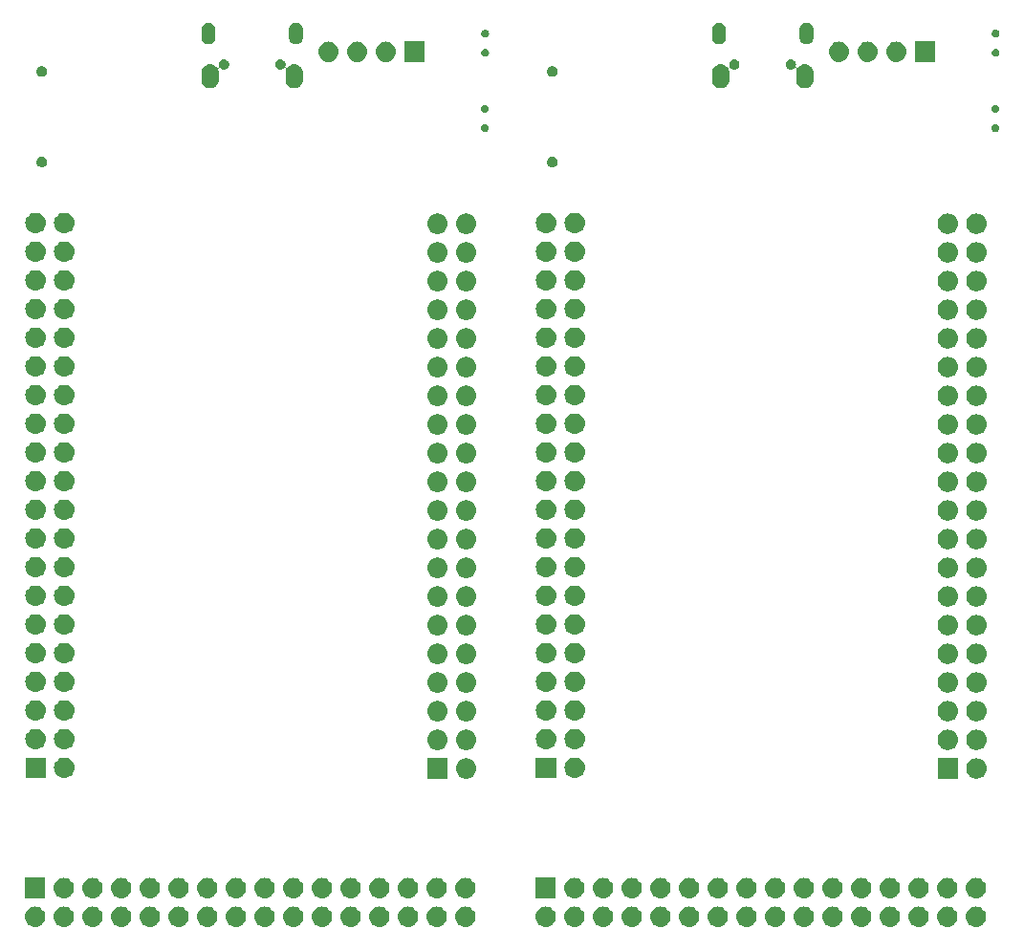
<source format=gbr>
G04 #@! TF.GenerationSoftware,KiCad,Pcbnew,(5.1.4)-1*
G04 #@! TF.CreationDate,2019-12-06T09:56:12+08:00*
G04 #@! TF.ProjectId,STM32F407VTE6-SOCKET_1x2,53544d33-3246-4343-9037-565445362d53,rev?*
G04 #@! TF.SameCoordinates,Original*
G04 #@! TF.FileFunction,Soldermask,Top*
G04 #@! TF.FilePolarity,Negative*
%FSLAX46Y46*%
G04 Gerber Fmt 4.6, Leading zero omitted, Abs format (unit mm)*
G04 Created by KiCad (PCBNEW (5.1.4)-1) date 2019-12-06 09:56:12*
%MOMM*%
%LPD*%
G04 APERTURE LIST*
%ADD10C,0.100000*%
G04 APERTURE END LIST*
D10*
G36*
X166530442Y-176275518D02*
G01*
X166596627Y-176282037D01*
X166766466Y-176333557D01*
X166922991Y-176417222D01*
X166958729Y-176446552D01*
X167060186Y-176529814D01*
X167143448Y-176631271D01*
X167172778Y-176667009D01*
X167256443Y-176823534D01*
X167307963Y-176993373D01*
X167325359Y-177170000D01*
X167307963Y-177346627D01*
X167256443Y-177516466D01*
X167172778Y-177672991D01*
X167143448Y-177708729D01*
X167060186Y-177810186D01*
X166958729Y-177893448D01*
X166922991Y-177922778D01*
X166766466Y-178006443D01*
X166596627Y-178057963D01*
X166530443Y-178064481D01*
X166464260Y-178071000D01*
X166375740Y-178071000D01*
X166309557Y-178064481D01*
X166243373Y-178057963D01*
X166073534Y-178006443D01*
X165917009Y-177922778D01*
X165881271Y-177893448D01*
X165779814Y-177810186D01*
X165696552Y-177708729D01*
X165667222Y-177672991D01*
X165583557Y-177516466D01*
X165532037Y-177346627D01*
X165514641Y-177170000D01*
X165532037Y-176993373D01*
X165583557Y-176823534D01*
X165667222Y-176667009D01*
X165696552Y-176631271D01*
X165779814Y-176529814D01*
X165881271Y-176446552D01*
X165917009Y-176417222D01*
X166073534Y-176333557D01*
X166243373Y-176282037D01*
X166309558Y-176275518D01*
X166375740Y-176269000D01*
X166464260Y-176269000D01*
X166530442Y-176275518D01*
X166530442Y-176275518D01*
G37*
G36*
X169070442Y-176275518D02*
G01*
X169136627Y-176282037D01*
X169306466Y-176333557D01*
X169462991Y-176417222D01*
X169498729Y-176446552D01*
X169600186Y-176529814D01*
X169683448Y-176631271D01*
X169712778Y-176667009D01*
X169796443Y-176823534D01*
X169847963Y-176993373D01*
X169865359Y-177170000D01*
X169847963Y-177346627D01*
X169796443Y-177516466D01*
X169712778Y-177672991D01*
X169683448Y-177708729D01*
X169600186Y-177810186D01*
X169498729Y-177893448D01*
X169462991Y-177922778D01*
X169306466Y-178006443D01*
X169136627Y-178057963D01*
X169070443Y-178064481D01*
X169004260Y-178071000D01*
X168915740Y-178071000D01*
X168849557Y-178064481D01*
X168783373Y-178057963D01*
X168613534Y-178006443D01*
X168457009Y-177922778D01*
X168421271Y-177893448D01*
X168319814Y-177810186D01*
X168236552Y-177708729D01*
X168207222Y-177672991D01*
X168123557Y-177516466D01*
X168072037Y-177346627D01*
X168054641Y-177170000D01*
X168072037Y-176993373D01*
X168123557Y-176823534D01*
X168207222Y-176667009D01*
X168236552Y-176631271D01*
X168319814Y-176529814D01*
X168421271Y-176446552D01*
X168457009Y-176417222D01*
X168613534Y-176333557D01*
X168783373Y-176282037D01*
X168849558Y-176275518D01*
X168915740Y-176269000D01*
X169004260Y-176269000D01*
X169070442Y-176275518D01*
X169070442Y-176275518D01*
G37*
G36*
X148750442Y-176275518D02*
G01*
X148816627Y-176282037D01*
X148986466Y-176333557D01*
X149142991Y-176417222D01*
X149178729Y-176446552D01*
X149280186Y-176529814D01*
X149363448Y-176631271D01*
X149392778Y-176667009D01*
X149476443Y-176823534D01*
X149527963Y-176993373D01*
X149545359Y-177170000D01*
X149527963Y-177346627D01*
X149476443Y-177516466D01*
X149392778Y-177672991D01*
X149363448Y-177708729D01*
X149280186Y-177810186D01*
X149178729Y-177893448D01*
X149142991Y-177922778D01*
X148986466Y-178006443D01*
X148816627Y-178057963D01*
X148750443Y-178064481D01*
X148684260Y-178071000D01*
X148595740Y-178071000D01*
X148529557Y-178064481D01*
X148463373Y-178057963D01*
X148293534Y-178006443D01*
X148137009Y-177922778D01*
X148101271Y-177893448D01*
X147999814Y-177810186D01*
X147916552Y-177708729D01*
X147887222Y-177672991D01*
X147803557Y-177516466D01*
X147752037Y-177346627D01*
X147734641Y-177170000D01*
X147752037Y-176993373D01*
X147803557Y-176823534D01*
X147887222Y-176667009D01*
X147916552Y-176631271D01*
X147999814Y-176529814D01*
X148101271Y-176446552D01*
X148137009Y-176417222D01*
X148293534Y-176333557D01*
X148463373Y-176282037D01*
X148529558Y-176275518D01*
X148595740Y-176269000D01*
X148684260Y-176269000D01*
X148750442Y-176275518D01*
X148750442Y-176275518D01*
G37*
G36*
X151290442Y-176275518D02*
G01*
X151356627Y-176282037D01*
X151526466Y-176333557D01*
X151682991Y-176417222D01*
X151718729Y-176446552D01*
X151820186Y-176529814D01*
X151903448Y-176631271D01*
X151932778Y-176667009D01*
X152016443Y-176823534D01*
X152067963Y-176993373D01*
X152085359Y-177170000D01*
X152067963Y-177346627D01*
X152016443Y-177516466D01*
X151932778Y-177672991D01*
X151903448Y-177708729D01*
X151820186Y-177810186D01*
X151718729Y-177893448D01*
X151682991Y-177922778D01*
X151526466Y-178006443D01*
X151356627Y-178057963D01*
X151290443Y-178064481D01*
X151224260Y-178071000D01*
X151135740Y-178071000D01*
X151069557Y-178064481D01*
X151003373Y-178057963D01*
X150833534Y-178006443D01*
X150677009Y-177922778D01*
X150641271Y-177893448D01*
X150539814Y-177810186D01*
X150456552Y-177708729D01*
X150427222Y-177672991D01*
X150343557Y-177516466D01*
X150292037Y-177346627D01*
X150274641Y-177170000D01*
X150292037Y-176993373D01*
X150343557Y-176823534D01*
X150427222Y-176667009D01*
X150456552Y-176631271D01*
X150539814Y-176529814D01*
X150641271Y-176446552D01*
X150677009Y-176417222D01*
X150833534Y-176333557D01*
X151003373Y-176282037D01*
X151069558Y-176275518D01*
X151135740Y-176269000D01*
X151224260Y-176269000D01*
X151290442Y-176275518D01*
X151290442Y-176275518D01*
G37*
G36*
X153830442Y-176275518D02*
G01*
X153896627Y-176282037D01*
X154066466Y-176333557D01*
X154222991Y-176417222D01*
X154258729Y-176446552D01*
X154360186Y-176529814D01*
X154443448Y-176631271D01*
X154472778Y-176667009D01*
X154556443Y-176823534D01*
X154607963Y-176993373D01*
X154625359Y-177170000D01*
X154607963Y-177346627D01*
X154556443Y-177516466D01*
X154472778Y-177672991D01*
X154443448Y-177708729D01*
X154360186Y-177810186D01*
X154258729Y-177893448D01*
X154222991Y-177922778D01*
X154066466Y-178006443D01*
X153896627Y-178057963D01*
X153830443Y-178064481D01*
X153764260Y-178071000D01*
X153675740Y-178071000D01*
X153609557Y-178064481D01*
X153543373Y-178057963D01*
X153373534Y-178006443D01*
X153217009Y-177922778D01*
X153181271Y-177893448D01*
X153079814Y-177810186D01*
X152996552Y-177708729D01*
X152967222Y-177672991D01*
X152883557Y-177516466D01*
X152832037Y-177346627D01*
X152814641Y-177170000D01*
X152832037Y-176993373D01*
X152883557Y-176823534D01*
X152967222Y-176667009D01*
X152996552Y-176631271D01*
X153079814Y-176529814D01*
X153181271Y-176446552D01*
X153217009Y-176417222D01*
X153373534Y-176333557D01*
X153543373Y-176282037D01*
X153609558Y-176275518D01*
X153675740Y-176269000D01*
X153764260Y-176269000D01*
X153830442Y-176275518D01*
X153830442Y-176275518D01*
G37*
G36*
X156370442Y-176275518D02*
G01*
X156436627Y-176282037D01*
X156606466Y-176333557D01*
X156762991Y-176417222D01*
X156798729Y-176446552D01*
X156900186Y-176529814D01*
X156983448Y-176631271D01*
X157012778Y-176667009D01*
X157096443Y-176823534D01*
X157147963Y-176993373D01*
X157165359Y-177170000D01*
X157147963Y-177346627D01*
X157096443Y-177516466D01*
X157012778Y-177672991D01*
X156983448Y-177708729D01*
X156900186Y-177810186D01*
X156798729Y-177893448D01*
X156762991Y-177922778D01*
X156606466Y-178006443D01*
X156436627Y-178057963D01*
X156370443Y-178064481D01*
X156304260Y-178071000D01*
X156215740Y-178071000D01*
X156149557Y-178064481D01*
X156083373Y-178057963D01*
X155913534Y-178006443D01*
X155757009Y-177922778D01*
X155721271Y-177893448D01*
X155619814Y-177810186D01*
X155536552Y-177708729D01*
X155507222Y-177672991D01*
X155423557Y-177516466D01*
X155372037Y-177346627D01*
X155354641Y-177170000D01*
X155372037Y-176993373D01*
X155423557Y-176823534D01*
X155507222Y-176667009D01*
X155536552Y-176631271D01*
X155619814Y-176529814D01*
X155721271Y-176446552D01*
X155757009Y-176417222D01*
X155913534Y-176333557D01*
X156083373Y-176282037D01*
X156149558Y-176275518D01*
X156215740Y-176269000D01*
X156304260Y-176269000D01*
X156370442Y-176275518D01*
X156370442Y-176275518D01*
G37*
G36*
X158910442Y-176275518D02*
G01*
X158976627Y-176282037D01*
X159146466Y-176333557D01*
X159302991Y-176417222D01*
X159338729Y-176446552D01*
X159440186Y-176529814D01*
X159523448Y-176631271D01*
X159552778Y-176667009D01*
X159636443Y-176823534D01*
X159687963Y-176993373D01*
X159705359Y-177170000D01*
X159687963Y-177346627D01*
X159636443Y-177516466D01*
X159552778Y-177672991D01*
X159523448Y-177708729D01*
X159440186Y-177810186D01*
X159338729Y-177893448D01*
X159302991Y-177922778D01*
X159146466Y-178006443D01*
X158976627Y-178057963D01*
X158910443Y-178064481D01*
X158844260Y-178071000D01*
X158755740Y-178071000D01*
X158689557Y-178064481D01*
X158623373Y-178057963D01*
X158453534Y-178006443D01*
X158297009Y-177922778D01*
X158261271Y-177893448D01*
X158159814Y-177810186D01*
X158076552Y-177708729D01*
X158047222Y-177672991D01*
X157963557Y-177516466D01*
X157912037Y-177346627D01*
X157894641Y-177170000D01*
X157912037Y-176993373D01*
X157963557Y-176823534D01*
X158047222Y-176667009D01*
X158076552Y-176631271D01*
X158159814Y-176529814D01*
X158261271Y-176446552D01*
X158297009Y-176417222D01*
X158453534Y-176333557D01*
X158623373Y-176282037D01*
X158689558Y-176275518D01*
X158755740Y-176269000D01*
X158844260Y-176269000D01*
X158910442Y-176275518D01*
X158910442Y-176275518D01*
G37*
G36*
X161450442Y-176275518D02*
G01*
X161516627Y-176282037D01*
X161686466Y-176333557D01*
X161842991Y-176417222D01*
X161878729Y-176446552D01*
X161980186Y-176529814D01*
X162063448Y-176631271D01*
X162092778Y-176667009D01*
X162176443Y-176823534D01*
X162227963Y-176993373D01*
X162245359Y-177170000D01*
X162227963Y-177346627D01*
X162176443Y-177516466D01*
X162092778Y-177672991D01*
X162063448Y-177708729D01*
X161980186Y-177810186D01*
X161878729Y-177893448D01*
X161842991Y-177922778D01*
X161686466Y-178006443D01*
X161516627Y-178057963D01*
X161450443Y-178064481D01*
X161384260Y-178071000D01*
X161295740Y-178071000D01*
X161229557Y-178064481D01*
X161163373Y-178057963D01*
X160993534Y-178006443D01*
X160837009Y-177922778D01*
X160801271Y-177893448D01*
X160699814Y-177810186D01*
X160616552Y-177708729D01*
X160587222Y-177672991D01*
X160503557Y-177516466D01*
X160452037Y-177346627D01*
X160434641Y-177170000D01*
X160452037Y-176993373D01*
X160503557Y-176823534D01*
X160587222Y-176667009D01*
X160616552Y-176631271D01*
X160699814Y-176529814D01*
X160801271Y-176446552D01*
X160837009Y-176417222D01*
X160993534Y-176333557D01*
X161163373Y-176282037D01*
X161229558Y-176275518D01*
X161295740Y-176269000D01*
X161384260Y-176269000D01*
X161450442Y-176275518D01*
X161450442Y-176275518D01*
G37*
G36*
X163990442Y-176275518D02*
G01*
X164056627Y-176282037D01*
X164226466Y-176333557D01*
X164382991Y-176417222D01*
X164418729Y-176446552D01*
X164520186Y-176529814D01*
X164603448Y-176631271D01*
X164632778Y-176667009D01*
X164716443Y-176823534D01*
X164767963Y-176993373D01*
X164785359Y-177170000D01*
X164767963Y-177346627D01*
X164716443Y-177516466D01*
X164632778Y-177672991D01*
X164603448Y-177708729D01*
X164520186Y-177810186D01*
X164418729Y-177893448D01*
X164382991Y-177922778D01*
X164226466Y-178006443D01*
X164056627Y-178057963D01*
X163990443Y-178064481D01*
X163924260Y-178071000D01*
X163835740Y-178071000D01*
X163769557Y-178064481D01*
X163703373Y-178057963D01*
X163533534Y-178006443D01*
X163377009Y-177922778D01*
X163341271Y-177893448D01*
X163239814Y-177810186D01*
X163156552Y-177708729D01*
X163127222Y-177672991D01*
X163043557Y-177516466D01*
X162992037Y-177346627D01*
X162974641Y-177170000D01*
X162992037Y-176993373D01*
X163043557Y-176823534D01*
X163127222Y-176667009D01*
X163156552Y-176631271D01*
X163239814Y-176529814D01*
X163341271Y-176446552D01*
X163377009Y-176417222D01*
X163533534Y-176333557D01*
X163703373Y-176282037D01*
X163769558Y-176275518D01*
X163835740Y-176269000D01*
X163924260Y-176269000D01*
X163990442Y-176275518D01*
X163990442Y-176275518D01*
G37*
G36*
X106090442Y-176275518D02*
G01*
X106156627Y-176282037D01*
X106326466Y-176333557D01*
X106482991Y-176417222D01*
X106518729Y-176446552D01*
X106620186Y-176529814D01*
X106703448Y-176631271D01*
X106732778Y-176667009D01*
X106816443Y-176823534D01*
X106867963Y-176993373D01*
X106885359Y-177170000D01*
X106867963Y-177346627D01*
X106816443Y-177516466D01*
X106732778Y-177672991D01*
X106703448Y-177708729D01*
X106620186Y-177810186D01*
X106518729Y-177893448D01*
X106482991Y-177922778D01*
X106326466Y-178006443D01*
X106156627Y-178057963D01*
X106090443Y-178064481D01*
X106024260Y-178071000D01*
X105935740Y-178071000D01*
X105869557Y-178064481D01*
X105803373Y-178057963D01*
X105633534Y-178006443D01*
X105477009Y-177922778D01*
X105441271Y-177893448D01*
X105339814Y-177810186D01*
X105256552Y-177708729D01*
X105227222Y-177672991D01*
X105143557Y-177516466D01*
X105092037Y-177346627D01*
X105074641Y-177170000D01*
X105092037Y-176993373D01*
X105143557Y-176823534D01*
X105227222Y-176667009D01*
X105256552Y-176631271D01*
X105339814Y-176529814D01*
X105441271Y-176446552D01*
X105477009Y-176417222D01*
X105633534Y-176333557D01*
X105803373Y-176282037D01*
X105869558Y-176275518D01*
X105935740Y-176269000D01*
X106024260Y-176269000D01*
X106090442Y-176275518D01*
X106090442Y-176275518D01*
G37*
G36*
X184310442Y-176275518D02*
G01*
X184376627Y-176282037D01*
X184546466Y-176333557D01*
X184702991Y-176417222D01*
X184738729Y-176446552D01*
X184840186Y-176529814D01*
X184923448Y-176631271D01*
X184952778Y-176667009D01*
X185036443Y-176823534D01*
X185087963Y-176993373D01*
X185105359Y-177170000D01*
X185087963Y-177346627D01*
X185036443Y-177516466D01*
X184952778Y-177672991D01*
X184923448Y-177708729D01*
X184840186Y-177810186D01*
X184738729Y-177893448D01*
X184702991Y-177922778D01*
X184546466Y-178006443D01*
X184376627Y-178057963D01*
X184310443Y-178064481D01*
X184244260Y-178071000D01*
X184155740Y-178071000D01*
X184089557Y-178064481D01*
X184023373Y-178057963D01*
X183853534Y-178006443D01*
X183697009Y-177922778D01*
X183661271Y-177893448D01*
X183559814Y-177810186D01*
X183476552Y-177708729D01*
X183447222Y-177672991D01*
X183363557Y-177516466D01*
X183312037Y-177346627D01*
X183294641Y-177170000D01*
X183312037Y-176993373D01*
X183363557Y-176823534D01*
X183447222Y-176667009D01*
X183476552Y-176631271D01*
X183559814Y-176529814D01*
X183661271Y-176446552D01*
X183697009Y-176417222D01*
X183853534Y-176333557D01*
X184023373Y-176282037D01*
X184089558Y-176275518D01*
X184155740Y-176269000D01*
X184244260Y-176269000D01*
X184310442Y-176275518D01*
X184310442Y-176275518D01*
G37*
G36*
X171610442Y-176275518D02*
G01*
X171676627Y-176282037D01*
X171846466Y-176333557D01*
X172002991Y-176417222D01*
X172038729Y-176446552D01*
X172140186Y-176529814D01*
X172223448Y-176631271D01*
X172252778Y-176667009D01*
X172336443Y-176823534D01*
X172387963Y-176993373D01*
X172405359Y-177170000D01*
X172387963Y-177346627D01*
X172336443Y-177516466D01*
X172252778Y-177672991D01*
X172223448Y-177708729D01*
X172140186Y-177810186D01*
X172038729Y-177893448D01*
X172002991Y-177922778D01*
X171846466Y-178006443D01*
X171676627Y-178057963D01*
X171610443Y-178064481D01*
X171544260Y-178071000D01*
X171455740Y-178071000D01*
X171389557Y-178064481D01*
X171323373Y-178057963D01*
X171153534Y-178006443D01*
X170997009Y-177922778D01*
X170961271Y-177893448D01*
X170859814Y-177810186D01*
X170776552Y-177708729D01*
X170747222Y-177672991D01*
X170663557Y-177516466D01*
X170612037Y-177346627D01*
X170594641Y-177170000D01*
X170612037Y-176993373D01*
X170663557Y-176823534D01*
X170747222Y-176667009D01*
X170776552Y-176631271D01*
X170859814Y-176529814D01*
X170961271Y-176446552D01*
X170997009Y-176417222D01*
X171153534Y-176333557D01*
X171323373Y-176282037D01*
X171389558Y-176275518D01*
X171455740Y-176269000D01*
X171544260Y-176269000D01*
X171610442Y-176275518D01*
X171610442Y-176275518D01*
G37*
G36*
X174150442Y-176275518D02*
G01*
X174216627Y-176282037D01*
X174386466Y-176333557D01*
X174542991Y-176417222D01*
X174578729Y-176446552D01*
X174680186Y-176529814D01*
X174763448Y-176631271D01*
X174792778Y-176667009D01*
X174876443Y-176823534D01*
X174927963Y-176993373D01*
X174945359Y-177170000D01*
X174927963Y-177346627D01*
X174876443Y-177516466D01*
X174792778Y-177672991D01*
X174763448Y-177708729D01*
X174680186Y-177810186D01*
X174578729Y-177893448D01*
X174542991Y-177922778D01*
X174386466Y-178006443D01*
X174216627Y-178057963D01*
X174150443Y-178064481D01*
X174084260Y-178071000D01*
X173995740Y-178071000D01*
X173929557Y-178064481D01*
X173863373Y-178057963D01*
X173693534Y-178006443D01*
X173537009Y-177922778D01*
X173501271Y-177893448D01*
X173399814Y-177810186D01*
X173316552Y-177708729D01*
X173287222Y-177672991D01*
X173203557Y-177516466D01*
X173152037Y-177346627D01*
X173134641Y-177170000D01*
X173152037Y-176993373D01*
X173203557Y-176823534D01*
X173287222Y-176667009D01*
X173316552Y-176631271D01*
X173399814Y-176529814D01*
X173501271Y-176446552D01*
X173537009Y-176417222D01*
X173693534Y-176333557D01*
X173863373Y-176282037D01*
X173929558Y-176275518D01*
X173995740Y-176269000D01*
X174084260Y-176269000D01*
X174150442Y-176275518D01*
X174150442Y-176275518D01*
G37*
G36*
X176690442Y-176275518D02*
G01*
X176756627Y-176282037D01*
X176926466Y-176333557D01*
X177082991Y-176417222D01*
X177118729Y-176446552D01*
X177220186Y-176529814D01*
X177303448Y-176631271D01*
X177332778Y-176667009D01*
X177416443Y-176823534D01*
X177467963Y-176993373D01*
X177485359Y-177170000D01*
X177467963Y-177346627D01*
X177416443Y-177516466D01*
X177332778Y-177672991D01*
X177303448Y-177708729D01*
X177220186Y-177810186D01*
X177118729Y-177893448D01*
X177082991Y-177922778D01*
X176926466Y-178006443D01*
X176756627Y-178057963D01*
X176690443Y-178064481D01*
X176624260Y-178071000D01*
X176535740Y-178071000D01*
X176469557Y-178064481D01*
X176403373Y-178057963D01*
X176233534Y-178006443D01*
X176077009Y-177922778D01*
X176041271Y-177893448D01*
X175939814Y-177810186D01*
X175856552Y-177708729D01*
X175827222Y-177672991D01*
X175743557Y-177516466D01*
X175692037Y-177346627D01*
X175674641Y-177170000D01*
X175692037Y-176993373D01*
X175743557Y-176823534D01*
X175827222Y-176667009D01*
X175856552Y-176631271D01*
X175939814Y-176529814D01*
X176041271Y-176446552D01*
X176077009Y-176417222D01*
X176233534Y-176333557D01*
X176403373Y-176282037D01*
X176469558Y-176275518D01*
X176535740Y-176269000D01*
X176624260Y-176269000D01*
X176690442Y-176275518D01*
X176690442Y-176275518D01*
G37*
G36*
X179230442Y-176275518D02*
G01*
X179296627Y-176282037D01*
X179466466Y-176333557D01*
X179622991Y-176417222D01*
X179658729Y-176446552D01*
X179760186Y-176529814D01*
X179843448Y-176631271D01*
X179872778Y-176667009D01*
X179956443Y-176823534D01*
X180007963Y-176993373D01*
X180025359Y-177170000D01*
X180007963Y-177346627D01*
X179956443Y-177516466D01*
X179872778Y-177672991D01*
X179843448Y-177708729D01*
X179760186Y-177810186D01*
X179658729Y-177893448D01*
X179622991Y-177922778D01*
X179466466Y-178006443D01*
X179296627Y-178057963D01*
X179230443Y-178064481D01*
X179164260Y-178071000D01*
X179075740Y-178071000D01*
X179009557Y-178064481D01*
X178943373Y-178057963D01*
X178773534Y-178006443D01*
X178617009Y-177922778D01*
X178581271Y-177893448D01*
X178479814Y-177810186D01*
X178396552Y-177708729D01*
X178367222Y-177672991D01*
X178283557Y-177516466D01*
X178232037Y-177346627D01*
X178214641Y-177170000D01*
X178232037Y-176993373D01*
X178283557Y-176823534D01*
X178367222Y-176667009D01*
X178396552Y-176631271D01*
X178479814Y-176529814D01*
X178581271Y-176446552D01*
X178617009Y-176417222D01*
X178773534Y-176333557D01*
X178943373Y-176282037D01*
X179009558Y-176275518D01*
X179075740Y-176269000D01*
X179164260Y-176269000D01*
X179230442Y-176275518D01*
X179230442Y-176275518D01*
G37*
G36*
X181770442Y-176275518D02*
G01*
X181836627Y-176282037D01*
X182006466Y-176333557D01*
X182162991Y-176417222D01*
X182198729Y-176446552D01*
X182300186Y-176529814D01*
X182383448Y-176631271D01*
X182412778Y-176667009D01*
X182496443Y-176823534D01*
X182547963Y-176993373D01*
X182565359Y-177170000D01*
X182547963Y-177346627D01*
X182496443Y-177516466D01*
X182412778Y-177672991D01*
X182383448Y-177708729D01*
X182300186Y-177810186D01*
X182198729Y-177893448D01*
X182162991Y-177922778D01*
X182006466Y-178006443D01*
X181836627Y-178057963D01*
X181770443Y-178064481D01*
X181704260Y-178071000D01*
X181615740Y-178071000D01*
X181549557Y-178064481D01*
X181483373Y-178057963D01*
X181313534Y-178006443D01*
X181157009Y-177922778D01*
X181121271Y-177893448D01*
X181019814Y-177810186D01*
X180936552Y-177708729D01*
X180907222Y-177672991D01*
X180823557Y-177516466D01*
X180772037Y-177346627D01*
X180754641Y-177170000D01*
X180772037Y-176993373D01*
X180823557Y-176823534D01*
X180907222Y-176667009D01*
X180936552Y-176631271D01*
X181019814Y-176529814D01*
X181121271Y-176446552D01*
X181157009Y-176417222D01*
X181313534Y-176333557D01*
X181483373Y-176282037D01*
X181549558Y-176275518D01*
X181615740Y-176269000D01*
X181704260Y-176269000D01*
X181770442Y-176275518D01*
X181770442Y-176275518D01*
G37*
G36*
X126410442Y-176275518D02*
G01*
X126476627Y-176282037D01*
X126646466Y-176333557D01*
X126802991Y-176417222D01*
X126838729Y-176446552D01*
X126940186Y-176529814D01*
X127023448Y-176631271D01*
X127052778Y-176667009D01*
X127136443Y-176823534D01*
X127187963Y-176993373D01*
X127205359Y-177170000D01*
X127187963Y-177346627D01*
X127136443Y-177516466D01*
X127052778Y-177672991D01*
X127023448Y-177708729D01*
X126940186Y-177810186D01*
X126838729Y-177893448D01*
X126802991Y-177922778D01*
X126646466Y-178006443D01*
X126476627Y-178057963D01*
X126410443Y-178064481D01*
X126344260Y-178071000D01*
X126255740Y-178071000D01*
X126189557Y-178064481D01*
X126123373Y-178057963D01*
X125953534Y-178006443D01*
X125797009Y-177922778D01*
X125761271Y-177893448D01*
X125659814Y-177810186D01*
X125576552Y-177708729D01*
X125547222Y-177672991D01*
X125463557Y-177516466D01*
X125412037Y-177346627D01*
X125394641Y-177170000D01*
X125412037Y-176993373D01*
X125463557Y-176823534D01*
X125547222Y-176667009D01*
X125576552Y-176631271D01*
X125659814Y-176529814D01*
X125761271Y-176446552D01*
X125797009Y-176417222D01*
X125953534Y-176333557D01*
X126123373Y-176282037D01*
X126189558Y-176275518D01*
X126255740Y-176269000D01*
X126344260Y-176269000D01*
X126410442Y-176275518D01*
X126410442Y-176275518D01*
G37*
G36*
X141650442Y-176275518D02*
G01*
X141716627Y-176282037D01*
X141886466Y-176333557D01*
X142042991Y-176417222D01*
X142078729Y-176446552D01*
X142180186Y-176529814D01*
X142263448Y-176631271D01*
X142292778Y-176667009D01*
X142376443Y-176823534D01*
X142427963Y-176993373D01*
X142445359Y-177170000D01*
X142427963Y-177346627D01*
X142376443Y-177516466D01*
X142292778Y-177672991D01*
X142263448Y-177708729D01*
X142180186Y-177810186D01*
X142078729Y-177893448D01*
X142042991Y-177922778D01*
X141886466Y-178006443D01*
X141716627Y-178057963D01*
X141650443Y-178064481D01*
X141584260Y-178071000D01*
X141495740Y-178071000D01*
X141429557Y-178064481D01*
X141363373Y-178057963D01*
X141193534Y-178006443D01*
X141037009Y-177922778D01*
X141001271Y-177893448D01*
X140899814Y-177810186D01*
X140816552Y-177708729D01*
X140787222Y-177672991D01*
X140703557Y-177516466D01*
X140652037Y-177346627D01*
X140634641Y-177170000D01*
X140652037Y-176993373D01*
X140703557Y-176823534D01*
X140787222Y-176667009D01*
X140816552Y-176631271D01*
X140899814Y-176529814D01*
X141001271Y-176446552D01*
X141037009Y-176417222D01*
X141193534Y-176333557D01*
X141363373Y-176282037D01*
X141429558Y-176275518D01*
X141495740Y-176269000D01*
X141584260Y-176269000D01*
X141650442Y-176275518D01*
X141650442Y-176275518D01*
G37*
G36*
X186850442Y-176275518D02*
G01*
X186916627Y-176282037D01*
X187086466Y-176333557D01*
X187242991Y-176417222D01*
X187278729Y-176446552D01*
X187380186Y-176529814D01*
X187463448Y-176631271D01*
X187492778Y-176667009D01*
X187576443Y-176823534D01*
X187627963Y-176993373D01*
X187645359Y-177170000D01*
X187627963Y-177346627D01*
X187576443Y-177516466D01*
X187492778Y-177672991D01*
X187463448Y-177708729D01*
X187380186Y-177810186D01*
X187278729Y-177893448D01*
X187242991Y-177922778D01*
X187086466Y-178006443D01*
X186916627Y-178057963D01*
X186850443Y-178064481D01*
X186784260Y-178071000D01*
X186695740Y-178071000D01*
X186629557Y-178064481D01*
X186563373Y-178057963D01*
X186393534Y-178006443D01*
X186237009Y-177922778D01*
X186201271Y-177893448D01*
X186099814Y-177810186D01*
X186016552Y-177708729D01*
X185987222Y-177672991D01*
X185903557Y-177516466D01*
X185852037Y-177346627D01*
X185834641Y-177170000D01*
X185852037Y-176993373D01*
X185903557Y-176823534D01*
X185987222Y-176667009D01*
X186016552Y-176631271D01*
X186099814Y-176529814D01*
X186201271Y-176446552D01*
X186237009Y-176417222D01*
X186393534Y-176333557D01*
X186563373Y-176282037D01*
X186629558Y-176275518D01*
X186695740Y-176269000D01*
X186784260Y-176269000D01*
X186850442Y-176275518D01*
X186850442Y-176275518D01*
G37*
G36*
X108630442Y-176275518D02*
G01*
X108696627Y-176282037D01*
X108866466Y-176333557D01*
X109022991Y-176417222D01*
X109058729Y-176446552D01*
X109160186Y-176529814D01*
X109243448Y-176631271D01*
X109272778Y-176667009D01*
X109356443Y-176823534D01*
X109407963Y-176993373D01*
X109425359Y-177170000D01*
X109407963Y-177346627D01*
X109356443Y-177516466D01*
X109272778Y-177672991D01*
X109243448Y-177708729D01*
X109160186Y-177810186D01*
X109058729Y-177893448D01*
X109022991Y-177922778D01*
X108866466Y-178006443D01*
X108696627Y-178057963D01*
X108630443Y-178064481D01*
X108564260Y-178071000D01*
X108475740Y-178071000D01*
X108409557Y-178064481D01*
X108343373Y-178057963D01*
X108173534Y-178006443D01*
X108017009Y-177922778D01*
X107981271Y-177893448D01*
X107879814Y-177810186D01*
X107796552Y-177708729D01*
X107767222Y-177672991D01*
X107683557Y-177516466D01*
X107632037Y-177346627D01*
X107614641Y-177170000D01*
X107632037Y-176993373D01*
X107683557Y-176823534D01*
X107767222Y-176667009D01*
X107796552Y-176631271D01*
X107879814Y-176529814D01*
X107981271Y-176446552D01*
X108017009Y-176417222D01*
X108173534Y-176333557D01*
X108343373Y-176282037D01*
X108409558Y-176275518D01*
X108475740Y-176269000D01*
X108564260Y-176269000D01*
X108630442Y-176275518D01*
X108630442Y-176275518D01*
G37*
G36*
X111170442Y-176275518D02*
G01*
X111236627Y-176282037D01*
X111406466Y-176333557D01*
X111562991Y-176417222D01*
X111598729Y-176446552D01*
X111700186Y-176529814D01*
X111783448Y-176631271D01*
X111812778Y-176667009D01*
X111896443Y-176823534D01*
X111947963Y-176993373D01*
X111965359Y-177170000D01*
X111947963Y-177346627D01*
X111896443Y-177516466D01*
X111812778Y-177672991D01*
X111783448Y-177708729D01*
X111700186Y-177810186D01*
X111598729Y-177893448D01*
X111562991Y-177922778D01*
X111406466Y-178006443D01*
X111236627Y-178057963D01*
X111170443Y-178064481D01*
X111104260Y-178071000D01*
X111015740Y-178071000D01*
X110949557Y-178064481D01*
X110883373Y-178057963D01*
X110713534Y-178006443D01*
X110557009Y-177922778D01*
X110521271Y-177893448D01*
X110419814Y-177810186D01*
X110336552Y-177708729D01*
X110307222Y-177672991D01*
X110223557Y-177516466D01*
X110172037Y-177346627D01*
X110154641Y-177170000D01*
X110172037Y-176993373D01*
X110223557Y-176823534D01*
X110307222Y-176667009D01*
X110336552Y-176631271D01*
X110419814Y-176529814D01*
X110521271Y-176446552D01*
X110557009Y-176417222D01*
X110713534Y-176333557D01*
X110883373Y-176282037D01*
X110949558Y-176275518D01*
X111015740Y-176269000D01*
X111104260Y-176269000D01*
X111170442Y-176275518D01*
X111170442Y-176275518D01*
G37*
G36*
X113710442Y-176275518D02*
G01*
X113776627Y-176282037D01*
X113946466Y-176333557D01*
X114102991Y-176417222D01*
X114138729Y-176446552D01*
X114240186Y-176529814D01*
X114323448Y-176631271D01*
X114352778Y-176667009D01*
X114436443Y-176823534D01*
X114487963Y-176993373D01*
X114505359Y-177170000D01*
X114487963Y-177346627D01*
X114436443Y-177516466D01*
X114352778Y-177672991D01*
X114323448Y-177708729D01*
X114240186Y-177810186D01*
X114138729Y-177893448D01*
X114102991Y-177922778D01*
X113946466Y-178006443D01*
X113776627Y-178057963D01*
X113710443Y-178064481D01*
X113644260Y-178071000D01*
X113555740Y-178071000D01*
X113489557Y-178064481D01*
X113423373Y-178057963D01*
X113253534Y-178006443D01*
X113097009Y-177922778D01*
X113061271Y-177893448D01*
X112959814Y-177810186D01*
X112876552Y-177708729D01*
X112847222Y-177672991D01*
X112763557Y-177516466D01*
X112712037Y-177346627D01*
X112694641Y-177170000D01*
X112712037Y-176993373D01*
X112763557Y-176823534D01*
X112847222Y-176667009D01*
X112876552Y-176631271D01*
X112959814Y-176529814D01*
X113061271Y-176446552D01*
X113097009Y-176417222D01*
X113253534Y-176333557D01*
X113423373Y-176282037D01*
X113489558Y-176275518D01*
X113555740Y-176269000D01*
X113644260Y-176269000D01*
X113710442Y-176275518D01*
X113710442Y-176275518D01*
G37*
G36*
X116250442Y-176275518D02*
G01*
X116316627Y-176282037D01*
X116486466Y-176333557D01*
X116642991Y-176417222D01*
X116678729Y-176446552D01*
X116780186Y-176529814D01*
X116863448Y-176631271D01*
X116892778Y-176667009D01*
X116976443Y-176823534D01*
X117027963Y-176993373D01*
X117045359Y-177170000D01*
X117027963Y-177346627D01*
X116976443Y-177516466D01*
X116892778Y-177672991D01*
X116863448Y-177708729D01*
X116780186Y-177810186D01*
X116678729Y-177893448D01*
X116642991Y-177922778D01*
X116486466Y-178006443D01*
X116316627Y-178057963D01*
X116250443Y-178064481D01*
X116184260Y-178071000D01*
X116095740Y-178071000D01*
X116029557Y-178064481D01*
X115963373Y-178057963D01*
X115793534Y-178006443D01*
X115637009Y-177922778D01*
X115601271Y-177893448D01*
X115499814Y-177810186D01*
X115416552Y-177708729D01*
X115387222Y-177672991D01*
X115303557Y-177516466D01*
X115252037Y-177346627D01*
X115234641Y-177170000D01*
X115252037Y-176993373D01*
X115303557Y-176823534D01*
X115387222Y-176667009D01*
X115416552Y-176631271D01*
X115499814Y-176529814D01*
X115601271Y-176446552D01*
X115637009Y-176417222D01*
X115793534Y-176333557D01*
X115963373Y-176282037D01*
X116029558Y-176275518D01*
X116095740Y-176269000D01*
X116184260Y-176269000D01*
X116250442Y-176275518D01*
X116250442Y-176275518D01*
G37*
G36*
X118790442Y-176275518D02*
G01*
X118856627Y-176282037D01*
X119026466Y-176333557D01*
X119182991Y-176417222D01*
X119218729Y-176446552D01*
X119320186Y-176529814D01*
X119403448Y-176631271D01*
X119432778Y-176667009D01*
X119516443Y-176823534D01*
X119567963Y-176993373D01*
X119585359Y-177170000D01*
X119567963Y-177346627D01*
X119516443Y-177516466D01*
X119432778Y-177672991D01*
X119403448Y-177708729D01*
X119320186Y-177810186D01*
X119218729Y-177893448D01*
X119182991Y-177922778D01*
X119026466Y-178006443D01*
X118856627Y-178057963D01*
X118790443Y-178064481D01*
X118724260Y-178071000D01*
X118635740Y-178071000D01*
X118569557Y-178064481D01*
X118503373Y-178057963D01*
X118333534Y-178006443D01*
X118177009Y-177922778D01*
X118141271Y-177893448D01*
X118039814Y-177810186D01*
X117956552Y-177708729D01*
X117927222Y-177672991D01*
X117843557Y-177516466D01*
X117792037Y-177346627D01*
X117774641Y-177170000D01*
X117792037Y-176993373D01*
X117843557Y-176823534D01*
X117927222Y-176667009D01*
X117956552Y-176631271D01*
X118039814Y-176529814D01*
X118141271Y-176446552D01*
X118177009Y-176417222D01*
X118333534Y-176333557D01*
X118503373Y-176282037D01*
X118569558Y-176275518D01*
X118635740Y-176269000D01*
X118724260Y-176269000D01*
X118790442Y-176275518D01*
X118790442Y-176275518D01*
G37*
G36*
X121330442Y-176275518D02*
G01*
X121396627Y-176282037D01*
X121566466Y-176333557D01*
X121722991Y-176417222D01*
X121758729Y-176446552D01*
X121860186Y-176529814D01*
X121943448Y-176631271D01*
X121972778Y-176667009D01*
X122056443Y-176823534D01*
X122107963Y-176993373D01*
X122125359Y-177170000D01*
X122107963Y-177346627D01*
X122056443Y-177516466D01*
X121972778Y-177672991D01*
X121943448Y-177708729D01*
X121860186Y-177810186D01*
X121758729Y-177893448D01*
X121722991Y-177922778D01*
X121566466Y-178006443D01*
X121396627Y-178057963D01*
X121330443Y-178064481D01*
X121264260Y-178071000D01*
X121175740Y-178071000D01*
X121109557Y-178064481D01*
X121043373Y-178057963D01*
X120873534Y-178006443D01*
X120717009Y-177922778D01*
X120681271Y-177893448D01*
X120579814Y-177810186D01*
X120496552Y-177708729D01*
X120467222Y-177672991D01*
X120383557Y-177516466D01*
X120332037Y-177346627D01*
X120314641Y-177170000D01*
X120332037Y-176993373D01*
X120383557Y-176823534D01*
X120467222Y-176667009D01*
X120496552Y-176631271D01*
X120579814Y-176529814D01*
X120681271Y-176446552D01*
X120717009Y-176417222D01*
X120873534Y-176333557D01*
X121043373Y-176282037D01*
X121109558Y-176275518D01*
X121175740Y-176269000D01*
X121264260Y-176269000D01*
X121330442Y-176275518D01*
X121330442Y-176275518D01*
G37*
G36*
X103550442Y-176275518D02*
G01*
X103616627Y-176282037D01*
X103786466Y-176333557D01*
X103942991Y-176417222D01*
X103978729Y-176446552D01*
X104080186Y-176529814D01*
X104163448Y-176631271D01*
X104192778Y-176667009D01*
X104276443Y-176823534D01*
X104327963Y-176993373D01*
X104345359Y-177170000D01*
X104327963Y-177346627D01*
X104276443Y-177516466D01*
X104192778Y-177672991D01*
X104163448Y-177708729D01*
X104080186Y-177810186D01*
X103978729Y-177893448D01*
X103942991Y-177922778D01*
X103786466Y-178006443D01*
X103616627Y-178057963D01*
X103550443Y-178064481D01*
X103484260Y-178071000D01*
X103395740Y-178071000D01*
X103329557Y-178064481D01*
X103263373Y-178057963D01*
X103093534Y-178006443D01*
X102937009Y-177922778D01*
X102901271Y-177893448D01*
X102799814Y-177810186D01*
X102716552Y-177708729D01*
X102687222Y-177672991D01*
X102603557Y-177516466D01*
X102552037Y-177346627D01*
X102534641Y-177170000D01*
X102552037Y-176993373D01*
X102603557Y-176823534D01*
X102687222Y-176667009D01*
X102716552Y-176631271D01*
X102799814Y-176529814D01*
X102901271Y-176446552D01*
X102937009Y-176417222D01*
X103093534Y-176333557D01*
X103263373Y-176282037D01*
X103329558Y-176275518D01*
X103395740Y-176269000D01*
X103484260Y-176269000D01*
X103550442Y-176275518D01*
X103550442Y-176275518D01*
G37*
G36*
X128950442Y-176275518D02*
G01*
X129016627Y-176282037D01*
X129186466Y-176333557D01*
X129342991Y-176417222D01*
X129378729Y-176446552D01*
X129480186Y-176529814D01*
X129563448Y-176631271D01*
X129592778Y-176667009D01*
X129676443Y-176823534D01*
X129727963Y-176993373D01*
X129745359Y-177170000D01*
X129727963Y-177346627D01*
X129676443Y-177516466D01*
X129592778Y-177672991D01*
X129563448Y-177708729D01*
X129480186Y-177810186D01*
X129378729Y-177893448D01*
X129342991Y-177922778D01*
X129186466Y-178006443D01*
X129016627Y-178057963D01*
X128950443Y-178064481D01*
X128884260Y-178071000D01*
X128795740Y-178071000D01*
X128729557Y-178064481D01*
X128663373Y-178057963D01*
X128493534Y-178006443D01*
X128337009Y-177922778D01*
X128301271Y-177893448D01*
X128199814Y-177810186D01*
X128116552Y-177708729D01*
X128087222Y-177672991D01*
X128003557Y-177516466D01*
X127952037Y-177346627D01*
X127934641Y-177170000D01*
X127952037Y-176993373D01*
X128003557Y-176823534D01*
X128087222Y-176667009D01*
X128116552Y-176631271D01*
X128199814Y-176529814D01*
X128301271Y-176446552D01*
X128337009Y-176417222D01*
X128493534Y-176333557D01*
X128663373Y-176282037D01*
X128729558Y-176275518D01*
X128795740Y-176269000D01*
X128884260Y-176269000D01*
X128950442Y-176275518D01*
X128950442Y-176275518D01*
G37*
G36*
X131490442Y-176275518D02*
G01*
X131556627Y-176282037D01*
X131726466Y-176333557D01*
X131882991Y-176417222D01*
X131918729Y-176446552D01*
X132020186Y-176529814D01*
X132103448Y-176631271D01*
X132132778Y-176667009D01*
X132216443Y-176823534D01*
X132267963Y-176993373D01*
X132285359Y-177170000D01*
X132267963Y-177346627D01*
X132216443Y-177516466D01*
X132132778Y-177672991D01*
X132103448Y-177708729D01*
X132020186Y-177810186D01*
X131918729Y-177893448D01*
X131882991Y-177922778D01*
X131726466Y-178006443D01*
X131556627Y-178057963D01*
X131490443Y-178064481D01*
X131424260Y-178071000D01*
X131335740Y-178071000D01*
X131269557Y-178064481D01*
X131203373Y-178057963D01*
X131033534Y-178006443D01*
X130877009Y-177922778D01*
X130841271Y-177893448D01*
X130739814Y-177810186D01*
X130656552Y-177708729D01*
X130627222Y-177672991D01*
X130543557Y-177516466D01*
X130492037Y-177346627D01*
X130474641Y-177170000D01*
X130492037Y-176993373D01*
X130543557Y-176823534D01*
X130627222Y-176667009D01*
X130656552Y-176631271D01*
X130739814Y-176529814D01*
X130841271Y-176446552D01*
X130877009Y-176417222D01*
X131033534Y-176333557D01*
X131203373Y-176282037D01*
X131269558Y-176275518D01*
X131335740Y-176269000D01*
X131424260Y-176269000D01*
X131490442Y-176275518D01*
X131490442Y-176275518D01*
G37*
G36*
X134030442Y-176275518D02*
G01*
X134096627Y-176282037D01*
X134266466Y-176333557D01*
X134422991Y-176417222D01*
X134458729Y-176446552D01*
X134560186Y-176529814D01*
X134643448Y-176631271D01*
X134672778Y-176667009D01*
X134756443Y-176823534D01*
X134807963Y-176993373D01*
X134825359Y-177170000D01*
X134807963Y-177346627D01*
X134756443Y-177516466D01*
X134672778Y-177672991D01*
X134643448Y-177708729D01*
X134560186Y-177810186D01*
X134458729Y-177893448D01*
X134422991Y-177922778D01*
X134266466Y-178006443D01*
X134096627Y-178057963D01*
X134030443Y-178064481D01*
X133964260Y-178071000D01*
X133875740Y-178071000D01*
X133809557Y-178064481D01*
X133743373Y-178057963D01*
X133573534Y-178006443D01*
X133417009Y-177922778D01*
X133381271Y-177893448D01*
X133279814Y-177810186D01*
X133196552Y-177708729D01*
X133167222Y-177672991D01*
X133083557Y-177516466D01*
X133032037Y-177346627D01*
X133014641Y-177170000D01*
X133032037Y-176993373D01*
X133083557Y-176823534D01*
X133167222Y-176667009D01*
X133196552Y-176631271D01*
X133279814Y-176529814D01*
X133381271Y-176446552D01*
X133417009Y-176417222D01*
X133573534Y-176333557D01*
X133743373Y-176282037D01*
X133809558Y-176275518D01*
X133875740Y-176269000D01*
X133964260Y-176269000D01*
X134030442Y-176275518D01*
X134030442Y-176275518D01*
G37*
G36*
X136570442Y-176275518D02*
G01*
X136636627Y-176282037D01*
X136806466Y-176333557D01*
X136962991Y-176417222D01*
X136998729Y-176446552D01*
X137100186Y-176529814D01*
X137183448Y-176631271D01*
X137212778Y-176667009D01*
X137296443Y-176823534D01*
X137347963Y-176993373D01*
X137365359Y-177170000D01*
X137347963Y-177346627D01*
X137296443Y-177516466D01*
X137212778Y-177672991D01*
X137183448Y-177708729D01*
X137100186Y-177810186D01*
X136998729Y-177893448D01*
X136962991Y-177922778D01*
X136806466Y-178006443D01*
X136636627Y-178057963D01*
X136570443Y-178064481D01*
X136504260Y-178071000D01*
X136415740Y-178071000D01*
X136349557Y-178064481D01*
X136283373Y-178057963D01*
X136113534Y-178006443D01*
X135957009Y-177922778D01*
X135921271Y-177893448D01*
X135819814Y-177810186D01*
X135736552Y-177708729D01*
X135707222Y-177672991D01*
X135623557Y-177516466D01*
X135572037Y-177346627D01*
X135554641Y-177170000D01*
X135572037Y-176993373D01*
X135623557Y-176823534D01*
X135707222Y-176667009D01*
X135736552Y-176631271D01*
X135819814Y-176529814D01*
X135921271Y-176446552D01*
X135957009Y-176417222D01*
X136113534Y-176333557D01*
X136283373Y-176282037D01*
X136349558Y-176275518D01*
X136415740Y-176269000D01*
X136504260Y-176269000D01*
X136570442Y-176275518D01*
X136570442Y-176275518D01*
G37*
G36*
X139110442Y-176275518D02*
G01*
X139176627Y-176282037D01*
X139346466Y-176333557D01*
X139502991Y-176417222D01*
X139538729Y-176446552D01*
X139640186Y-176529814D01*
X139723448Y-176631271D01*
X139752778Y-176667009D01*
X139836443Y-176823534D01*
X139887963Y-176993373D01*
X139905359Y-177170000D01*
X139887963Y-177346627D01*
X139836443Y-177516466D01*
X139752778Y-177672991D01*
X139723448Y-177708729D01*
X139640186Y-177810186D01*
X139538729Y-177893448D01*
X139502991Y-177922778D01*
X139346466Y-178006443D01*
X139176627Y-178057963D01*
X139110443Y-178064481D01*
X139044260Y-178071000D01*
X138955740Y-178071000D01*
X138889557Y-178064481D01*
X138823373Y-178057963D01*
X138653534Y-178006443D01*
X138497009Y-177922778D01*
X138461271Y-177893448D01*
X138359814Y-177810186D01*
X138276552Y-177708729D01*
X138247222Y-177672991D01*
X138163557Y-177516466D01*
X138112037Y-177346627D01*
X138094641Y-177170000D01*
X138112037Y-176993373D01*
X138163557Y-176823534D01*
X138247222Y-176667009D01*
X138276552Y-176631271D01*
X138359814Y-176529814D01*
X138461271Y-176446552D01*
X138497009Y-176417222D01*
X138653534Y-176333557D01*
X138823373Y-176282037D01*
X138889558Y-176275518D01*
X138955740Y-176269000D01*
X139044260Y-176269000D01*
X139110442Y-176275518D01*
X139110442Y-176275518D01*
G37*
G36*
X123870442Y-176275518D02*
G01*
X123936627Y-176282037D01*
X124106466Y-176333557D01*
X124262991Y-176417222D01*
X124298729Y-176446552D01*
X124400186Y-176529814D01*
X124483448Y-176631271D01*
X124512778Y-176667009D01*
X124596443Y-176823534D01*
X124647963Y-176993373D01*
X124665359Y-177170000D01*
X124647963Y-177346627D01*
X124596443Y-177516466D01*
X124512778Y-177672991D01*
X124483448Y-177708729D01*
X124400186Y-177810186D01*
X124298729Y-177893448D01*
X124262991Y-177922778D01*
X124106466Y-178006443D01*
X123936627Y-178057963D01*
X123870443Y-178064481D01*
X123804260Y-178071000D01*
X123715740Y-178071000D01*
X123649557Y-178064481D01*
X123583373Y-178057963D01*
X123413534Y-178006443D01*
X123257009Y-177922778D01*
X123221271Y-177893448D01*
X123119814Y-177810186D01*
X123036552Y-177708729D01*
X123007222Y-177672991D01*
X122923557Y-177516466D01*
X122872037Y-177346627D01*
X122854641Y-177170000D01*
X122872037Y-176993373D01*
X122923557Y-176823534D01*
X123007222Y-176667009D01*
X123036552Y-176631271D01*
X123119814Y-176529814D01*
X123221271Y-176446552D01*
X123257009Y-176417222D01*
X123413534Y-176333557D01*
X123583373Y-176282037D01*
X123649558Y-176275518D01*
X123715740Y-176269000D01*
X123804260Y-176269000D01*
X123870442Y-176275518D01*
X123870442Y-176275518D01*
G37*
G36*
X153830442Y-173735518D02*
G01*
X153896627Y-173742037D01*
X154066466Y-173793557D01*
X154222991Y-173877222D01*
X154258729Y-173906552D01*
X154360186Y-173989814D01*
X154443448Y-174091271D01*
X154472778Y-174127009D01*
X154556443Y-174283534D01*
X154607963Y-174453373D01*
X154625359Y-174630000D01*
X154607963Y-174806627D01*
X154556443Y-174976466D01*
X154472778Y-175132991D01*
X154443448Y-175168729D01*
X154360186Y-175270186D01*
X154258729Y-175353448D01*
X154222991Y-175382778D01*
X154066466Y-175466443D01*
X153896627Y-175517963D01*
X153830443Y-175524481D01*
X153764260Y-175531000D01*
X153675740Y-175531000D01*
X153609557Y-175524481D01*
X153543373Y-175517963D01*
X153373534Y-175466443D01*
X153217009Y-175382778D01*
X153181271Y-175353448D01*
X153079814Y-175270186D01*
X152996552Y-175168729D01*
X152967222Y-175132991D01*
X152883557Y-174976466D01*
X152832037Y-174806627D01*
X152814641Y-174630000D01*
X152832037Y-174453373D01*
X152883557Y-174283534D01*
X152967222Y-174127009D01*
X152996552Y-174091271D01*
X153079814Y-173989814D01*
X153181271Y-173906552D01*
X153217009Y-173877222D01*
X153373534Y-173793557D01*
X153543373Y-173742037D01*
X153609558Y-173735518D01*
X153675740Y-173729000D01*
X153764260Y-173729000D01*
X153830442Y-173735518D01*
X153830442Y-173735518D01*
G37*
G36*
X156370442Y-173735518D02*
G01*
X156436627Y-173742037D01*
X156606466Y-173793557D01*
X156762991Y-173877222D01*
X156798729Y-173906552D01*
X156900186Y-173989814D01*
X156983448Y-174091271D01*
X157012778Y-174127009D01*
X157096443Y-174283534D01*
X157147963Y-174453373D01*
X157165359Y-174630000D01*
X157147963Y-174806627D01*
X157096443Y-174976466D01*
X157012778Y-175132991D01*
X156983448Y-175168729D01*
X156900186Y-175270186D01*
X156798729Y-175353448D01*
X156762991Y-175382778D01*
X156606466Y-175466443D01*
X156436627Y-175517963D01*
X156370443Y-175524481D01*
X156304260Y-175531000D01*
X156215740Y-175531000D01*
X156149557Y-175524481D01*
X156083373Y-175517963D01*
X155913534Y-175466443D01*
X155757009Y-175382778D01*
X155721271Y-175353448D01*
X155619814Y-175270186D01*
X155536552Y-175168729D01*
X155507222Y-175132991D01*
X155423557Y-174976466D01*
X155372037Y-174806627D01*
X155354641Y-174630000D01*
X155372037Y-174453373D01*
X155423557Y-174283534D01*
X155507222Y-174127009D01*
X155536552Y-174091271D01*
X155619814Y-173989814D01*
X155721271Y-173906552D01*
X155757009Y-173877222D01*
X155913534Y-173793557D01*
X156083373Y-173742037D01*
X156149558Y-173735518D01*
X156215740Y-173729000D01*
X156304260Y-173729000D01*
X156370442Y-173735518D01*
X156370442Y-173735518D01*
G37*
G36*
X158910442Y-173735518D02*
G01*
X158976627Y-173742037D01*
X159146466Y-173793557D01*
X159302991Y-173877222D01*
X159338729Y-173906552D01*
X159440186Y-173989814D01*
X159523448Y-174091271D01*
X159552778Y-174127009D01*
X159636443Y-174283534D01*
X159687963Y-174453373D01*
X159705359Y-174630000D01*
X159687963Y-174806627D01*
X159636443Y-174976466D01*
X159552778Y-175132991D01*
X159523448Y-175168729D01*
X159440186Y-175270186D01*
X159338729Y-175353448D01*
X159302991Y-175382778D01*
X159146466Y-175466443D01*
X158976627Y-175517963D01*
X158910443Y-175524481D01*
X158844260Y-175531000D01*
X158755740Y-175531000D01*
X158689557Y-175524481D01*
X158623373Y-175517963D01*
X158453534Y-175466443D01*
X158297009Y-175382778D01*
X158261271Y-175353448D01*
X158159814Y-175270186D01*
X158076552Y-175168729D01*
X158047222Y-175132991D01*
X157963557Y-174976466D01*
X157912037Y-174806627D01*
X157894641Y-174630000D01*
X157912037Y-174453373D01*
X157963557Y-174283534D01*
X158047222Y-174127009D01*
X158076552Y-174091271D01*
X158159814Y-173989814D01*
X158261271Y-173906552D01*
X158297009Y-173877222D01*
X158453534Y-173793557D01*
X158623373Y-173742037D01*
X158689558Y-173735518D01*
X158755740Y-173729000D01*
X158844260Y-173729000D01*
X158910442Y-173735518D01*
X158910442Y-173735518D01*
G37*
G36*
X161450442Y-173735518D02*
G01*
X161516627Y-173742037D01*
X161686466Y-173793557D01*
X161842991Y-173877222D01*
X161878729Y-173906552D01*
X161980186Y-173989814D01*
X162063448Y-174091271D01*
X162092778Y-174127009D01*
X162176443Y-174283534D01*
X162227963Y-174453373D01*
X162245359Y-174630000D01*
X162227963Y-174806627D01*
X162176443Y-174976466D01*
X162092778Y-175132991D01*
X162063448Y-175168729D01*
X161980186Y-175270186D01*
X161878729Y-175353448D01*
X161842991Y-175382778D01*
X161686466Y-175466443D01*
X161516627Y-175517963D01*
X161450443Y-175524481D01*
X161384260Y-175531000D01*
X161295740Y-175531000D01*
X161229557Y-175524481D01*
X161163373Y-175517963D01*
X160993534Y-175466443D01*
X160837009Y-175382778D01*
X160801271Y-175353448D01*
X160699814Y-175270186D01*
X160616552Y-175168729D01*
X160587222Y-175132991D01*
X160503557Y-174976466D01*
X160452037Y-174806627D01*
X160434641Y-174630000D01*
X160452037Y-174453373D01*
X160503557Y-174283534D01*
X160587222Y-174127009D01*
X160616552Y-174091271D01*
X160699814Y-173989814D01*
X160801271Y-173906552D01*
X160837009Y-173877222D01*
X160993534Y-173793557D01*
X161163373Y-173742037D01*
X161229558Y-173735518D01*
X161295740Y-173729000D01*
X161384260Y-173729000D01*
X161450442Y-173735518D01*
X161450442Y-173735518D01*
G37*
G36*
X163990442Y-173735518D02*
G01*
X164056627Y-173742037D01*
X164226466Y-173793557D01*
X164382991Y-173877222D01*
X164418729Y-173906552D01*
X164520186Y-173989814D01*
X164603448Y-174091271D01*
X164632778Y-174127009D01*
X164716443Y-174283534D01*
X164767963Y-174453373D01*
X164785359Y-174630000D01*
X164767963Y-174806627D01*
X164716443Y-174976466D01*
X164632778Y-175132991D01*
X164603448Y-175168729D01*
X164520186Y-175270186D01*
X164418729Y-175353448D01*
X164382991Y-175382778D01*
X164226466Y-175466443D01*
X164056627Y-175517963D01*
X163990443Y-175524481D01*
X163924260Y-175531000D01*
X163835740Y-175531000D01*
X163769557Y-175524481D01*
X163703373Y-175517963D01*
X163533534Y-175466443D01*
X163377009Y-175382778D01*
X163341271Y-175353448D01*
X163239814Y-175270186D01*
X163156552Y-175168729D01*
X163127222Y-175132991D01*
X163043557Y-174976466D01*
X162992037Y-174806627D01*
X162974641Y-174630000D01*
X162992037Y-174453373D01*
X163043557Y-174283534D01*
X163127222Y-174127009D01*
X163156552Y-174091271D01*
X163239814Y-173989814D01*
X163341271Y-173906552D01*
X163377009Y-173877222D01*
X163533534Y-173793557D01*
X163703373Y-173742037D01*
X163769558Y-173735518D01*
X163835740Y-173729000D01*
X163924260Y-173729000D01*
X163990442Y-173735518D01*
X163990442Y-173735518D01*
G37*
G36*
X166530442Y-173735518D02*
G01*
X166596627Y-173742037D01*
X166766466Y-173793557D01*
X166922991Y-173877222D01*
X166958729Y-173906552D01*
X167060186Y-173989814D01*
X167143448Y-174091271D01*
X167172778Y-174127009D01*
X167256443Y-174283534D01*
X167307963Y-174453373D01*
X167325359Y-174630000D01*
X167307963Y-174806627D01*
X167256443Y-174976466D01*
X167172778Y-175132991D01*
X167143448Y-175168729D01*
X167060186Y-175270186D01*
X166958729Y-175353448D01*
X166922991Y-175382778D01*
X166766466Y-175466443D01*
X166596627Y-175517963D01*
X166530443Y-175524481D01*
X166464260Y-175531000D01*
X166375740Y-175531000D01*
X166309557Y-175524481D01*
X166243373Y-175517963D01*
X166073534Y-175466443D01*
X165917009Y-175382778D01*
X165881271Y-175353448D01*
X165779814Y-175270186D01*
X165696552Y-175168729D01*
X165667222Y-175132991D01*
X165583557Y-174976466D01*
X165532037Y-174806627D01*
X165514641Y-174630000D01*
X165532037Y-174453373D01*
X165583557Y-174283534D01*
X165667222Y-174127009D01*
X165696552Y-174091271D01*
X165779814Y-173989814D01*
X165881271Y-173906552D01*
X165917009Y-173877222D01*
X166073534Y-173793557D01*
X166243373Y-173742037D01*
X166309558Y-173735518D01*
X166375740Y-173729000D01*
X166464260Y-173729000D01*
X166530442Y-173735518D01*
X166530442Y-173735518D01*
G37*
G36*
X169070442Y-173735518D02*
G01*
X169136627Y-173742037D01*
X169306466Y-173793557D01*
X169462991Y-173877222D01*
X169498729Y-173906552D01*
X169600186Y-173989814D01*
X169683448Y-174091271D01*
X169712778Y-174127009D01*
X169796443Y-174283534D01*
X169847963Y-174453373D01*
X169865359Y-174630000D01*
X169847963Y-174806627D01*
X169796443Y-174976466D01*
X169712778Y-175132991D01*
X169683448Y-175168729D01*
X169600186Y-175270186D01*
X169498729Y-175353448D01*
X169462991Y-175382778D01*
X169306466Y-175466443D01*
X169136627Y-175517963D01*
X169070443Y-175524481D01*
X169004260Y-175531000D01*
X168915740Y-175531000D01*
X168849557Y-175524481D01*
X168783373Y-175517963D01*
X168613534Y-175466443D01*
X168457009Y-175382778D01*
X168421271Y-175353448D01*
X168319814Y-175270186D01*
X168236552Y-175168729D01*
X168207222Y-175132991D01*
X168123557Y-174976466D01*
X168072037Y-174806627D01*
X168054641Y-174630000D01*
X168072037Y-174453373D01*
X168123557Y-174283534D01*
X168207222Y-174127009D01*
X168236552Y-174091271D01*
X168319814Y-173989814D01*
X168421271Y-173906552D01*
X168457009Y-173877222D01*
X168613534Y-173793557D01*
X168783373Y-173742037D01*
X168849558Y-173735518D01*
X168915740Y-173729000D01*
X169004260Y-173729000D01*
X169070442Y-173735518D01*
X169070442Y-173735518D01*
G37*
G36*
X171610442Y-173735518D02*
G01*
X171676627Y-173742037D01*
X171846466Y-173793557D01*
X172002991Y-173877222D01*
X172038729Y-173906552D01*
X172140186Y-173989814D01*
X172223448Y-174091271D01*
X172252778Y-174127009D01*
X172336443Y-174283534D01*
X172387963Y-174453373D01*
X172405359Y-174630000D01*
X172387963Y-174806627D01*
X172336443Y-174976466D01*
X172252778Y-175132991D01*
X172223448Y-175168729D01*
X172140186Y-175270186D01*
X172038729Y-175353448D01*
X172002991Y-175382778D01*
X171846466Y-175466443D01*
X171676627Y-175517963D01*
X171610443Y-175524481D01*
X171544260Y-175531000D01*
X171455740Y-175531000D01*
X171389557Y-175524481D01*
X171323373Y-175517963D01*
X171153534Y-175466443D01*
X170997009Y-175382778D01*
X170961271Y-175353448D01*
X170859814Y-175270186D01*
X170776552Y-175168729D01*
X170747222Y-175132991D01*
X170663557Y-174976466D01*
X170612037Y-174806627D01*
X170594641Y-174630000D01*
X170612037Y-174453373D01*
X170663557Y-174283534D01*
X170747222Y-174127009D01*
X170776552Y-174091271D01*
X170859814Y-173989814D01*
X170961271Y-173906552D01*
X170997009Y-173877222D01*
X171153534Y-173793557D01*
X171323373Y-173742037D01*
X171389558Y-173735518D01*
X171455740Y-173729000D01*
X171544260Y-173729000D01*
X171610442Y-173735518D01*
X171610442Y-173735518D01*
G37*
G36*
X116250442Y-173735518D02*
G01*
X116316627Y-173742037D01*
X116486466Y-173793557D01*
X116642991Y-173877222D01*
X116678729Y-173906552D01*
X116780186Y-173989814D01*
X116863448Y-174091271D01*
X116892778Y-174127009D01*
X116976443Y-174283534D01*
X117027963Y-174453373D01*
X117045359Y-174630000D01*
X117027963Y-174806627D01*
X116976443Y-174976466D01*
X116892778Y-175132991D01*
X116863448Y-175168729D01*
X116780186Y-175270186D01*
X116678729Y-175353448D01*
X116642991Y-175382778D01*
X116486466Y-175466443D01*
X116316627Y-175517963D01*
X116250443Y-175524481D01*
X116184260Y-175531000D01*
X116095740Y-175531000D01*
X116029557Y-175524481D01*
X115963373Y-175517963D01*
X115793534Y-175466443D01*
X115637009Y-175382778D01*
X115601271Y-175353448D01*
X115499814Y-175270186D01*
X115416552Y-175168729D01*
X115387222Y-175132991D01*
X115303557Y-174976466D01*
X115252037Y-174806627D01*
X115234641Y-174630000D01*
X115252037Y-174453373D01*
X115303557Y-174283534D01*
X115387222Y-174127009D01*
X115416552Y-174091271D01*
X115499814Y-173989814D01*
X115601271Y-173906552D01*
X115637009Y-173877222D01*
X115793534Y-173793557D01*
X115963373Y-173742037D01*
X116029558Y-173735518D01*
X116095740Y-173729000D01*
X116184260Y-173729000D01*
X116250442Y-173735518D01*
X116250442Y-173735518D01*
G37*
G36*
X176690442Y-173735518D02*
G01*
X176756627Y-173742037D01*
X176926466Y-173793557D01*
X177082991Y-173877222D01*
X177118729Y-173906552D01*
X177220186Y-173989814D01*
X177303448Y-174091271D01*
X177332778Y-174127009D01*
X177416443Y-174283534D01*
X177467963Y-174453373D01*
X177485359Y-174630000D01*
X177467963Y-174806627D01*
X177416443Y-174976466D01*
X177332778Y-175132991D01*
X177303448Y-175168729D01*
X177220186Y-175270186D01*
X177118729Y-175353448D01*
X177082991Y-175382778D01*
X176926466Y-175466443D01*
X176756627Y-175517963D01*
X176690443Y-175524481D01*
X176624260Y-175531000D01*
X176535740Y-175531000D01*
X176469557Y-175524481D01*
X176403373Y-175517963D01*
X176233534Y-175466443D01*
X176077009Y-175382778D01*
X176041271Y-175353448D01*
X175939814Y-175270186D01*
X175856552Y-175168729D01*
X175827222Y-175132991D01*
X175743557Y-174976466D01*
X175692037Y-174806627D01*
X175674641Y-174630000D01*
X175692037Y-174453373D01*
X175743557Y-174283534D01*
X175827222Y-174127009D01*
X175856552Y-174091271D01*
X175939814Y-173989814D01*
X176041271Y-173906552D01*
X176077009Y-173877222D01*
X176233534Y-173793557D01*
X176403373Y-173742037D01*
X176469558Y-173735518D01*
X176535740Y-173729000D01*
X176624260Y-173729000D01*
X176690442Y-173735518D01*
X176690442Y-173735518D01*
G37*
G36*
X179230442Y-173735518D02*
G01*
X179296627Y-173742037D01*
X179466466Y-173793557D01*
X179622991Y-173877222D01*
X179658729Y-173906552D01*
X179760186Y-173989814D01*
X179843448Y-174091271D01*
X179872778Y-174127009D01*
X179956443Y-174283534D01*
X180007963Y-174453373D01*
X180025359Y-174630000D01*
X180007963Y-174806627D01*
X179956443Y-174976466D01*
X179872778Y-175132991D01*
X179843448Y-175168729D01*
X179760186Y-175270186D01*
X179658729Y-175353448D01*
X179622991Y-175382778D01*
X179466466Y-175466443D01*
X179296627Y-175517963D01*
X179230443Y-175524481D01*
X179164260Y-175531000D01*
X179075740Y-175531000D01*
X179009557Y-175524481D01*
X178943373Y-175517963D01*
X178773534Y-175466443D01*
X178617009Y-175382778D01*
X178581271Y-175353448D01*
X178479814Y-175270186D01*
X178396552Y-175168729D01*
X178367222Y-175132991D01*
X178283557Y-174976466D01*
X178232037Y-174806627D01*
X178214641Y-174630000D01*
X178232037Y-174453373D01*
X178283557Y-174283534D01*
X178367222Y-174127009D01*
X178396552Y-174091271D01*
X178479814Y-173989814D01*
X178581271Y-173906552D01*
X178617009Y-173877222D01*
X178773534Y-173793557D01*
X178943373Y-173742037D01*
X179009558Y-173735518D01*
X179075740Y-173729000D01*
X179164260Y-173729000D01*
X179230442Y-173735518D01*
X179230442Y-173735518D01*
G37*
G36*
X181770442Y-173735518D02*
G01*
X181836627Y-173742037D01*
X182006466Y-173793557D01*
X182162991Y-173877222D01*
X182198729Y-173906552D01*
X182300186Y-173989814D01*
X182383448Y-174091271D01*
X182412778Y-174127009D01*
X182496443Y-174283534D01*
X182547963Y-174453373D01*
X182565359Y-174630000D01*
X182547963Y-174806627D01*
X182496443Y-174976466D01*
X182412778Y-175132991D01*
X182383448Y-175168729D01*
X182300186Y-175270186D01*
X182198729Y-175353448D01*
X182162991Y-175382778D01*
X182006466Y-175466443D01*
X181836627Y-175517963D01*
X181770443Y-175524481D01*
X181704260Y-175531000D01*
X181615740Y-175531000D01*
X181549557Y-175524481D01*
X181483373Y-175517963D01*
X181313534Y-175466443D01*
X181157009Y-175382778D01*
X181121271Y-175353448D01*
X181019814Y-175270186D01*
X180936552Y-175168729D01*
X180907222Y-175132991D01*
X180823557Y-174976466D01*
X180772037Y-174806627D01*
X180754641Y-174630000D01*
X180772037Y-174453373D01*
X180823557Y-174283534D01*
X180907222Y-174127009D01*
X180936552Y-174091271D01*
X181019814Y-173989814D01*
X181121271Y-173906552D01*
X181157009Y-173877222D01*
X181313534Y-173793557D01*
X181483373Y-173742037D01*
X181549558Y-173735518D01*
X181615740Y-173729000D01*
X181704260Y-173729000D01*
X181770442Y-173735518D01*
X181770442Y-173735518D01*
G37*
G36*
X106090442Y-173735518D02*
G01*
X106156627Y-173742037D01*
X106326466Y-173793557D01*
X106482991Y-173877222D01*
X106518729Y-173906552D01*
X106620186Y-173989814D01*
X106703448Y-174091271D01*
X106732778Y-174127009D01*
X106816443Y-174283534D01*
X106867963Y-174453373D01*
X106885359Y-174630000D01*
X106867963Y-174806627D01*
X106816443Y-174976466D01*
X106732778Y-175132991D01*
X106703448Y-175168729D01*
X106620186Y-175270186D01*
X106518729Y-175353448D01*
X106482991Y-175382778D01*
X106326466Y-175466443D01*
X106156627Y-175517963D01*
X106090443Y-175524481D01*
X106024260Y-175531000D01*
X105935740Y-175531000D01*
X105869557Y-175524481D01*
X105803373Y-175517963D01*
X105633534Y-175466443D01*
X105477009Y-175382778D01*
X105441271Y-175353448D01*
X105339814Y-175270186D01*
X105256552Y-175168729D01*
X105227222Y-175132991D01*
X105143557Y-174976466D01*
X105092037Y-174806627D01*
X105074641Y-174630000D01*
X105092037Y-174453373D01*
X105143557Y-174283534D01*
X105227222Y-174127009D01*
X105256552Y-174091271D01*
X105339814Y-173989814D01*
X105441271Y-173906552D01*
X105477009Y-173877222D01*
X105633534Y-173793557D01*
X105803373Y-173742037D01*
X105869558Y-173735518D01*
X105935740Y-173729000D01*
X106024260Y-173729000D01*
X106090442Y-173735518D01*
X106090442Y-173735518D01*
G37*
G36*
X108630442Y-173735518D02*
G01*
X108696627Y-173742037D01*
X108866466Y-173793557D01*
X109022991Y-173877222D01*
X109058729Y-173906552D01*
X109160186Y-173989814D01*
X109243448Y-174091271D01*
X109272778Y-174127009D01*
X109356443Y-174283534D01*
X109407963Y-174453373D01*
X109425359Y-174630000D01*
X109407963Y-174806627D01*
X109356443Y-174976466D01*
X109272778Y-175132991D01*
X109243448Y-175168729D01*
X109160186Y-175270186D01*
X109058729Y-175353448D01*
X109022991Y-175382778D01*
X108866466Y-175466443D01*
X108696627Y-175517963D01*
X108630443Y-175524481D01*
X108564260Y-175531000D01*
X108475740Y-175531000D01*
X108409557Y-175524481D01*
X108343373Y-175517963D01*
X108173534Y-175466443D01*
X108017009Y-175382778D01*
X107981271Y-175353448D01*
X107879814Y-175270186D01*
X107796552Y-175168729D01*
X107767222Y-175132991D01*
X107683557Y-174976466D01*
X107632037Y-174806627D01*
X107614641Y-174630000D01*
X107632037Y-174453373D01*
X107683557Y-174283534D01*
X107767222Y-174127009D01*
X107796552Y-174091271D01*
X107879814Y-173989814D01*
X107981271Y-173906552D01*
X108017009Y-173877222D01*
X108173534Y-173793557D01*
X108343373Y-173742037D01*
X108409558Y-173735518D01*
X108475740Y-173729000D01*
X108564260Y-173729000D01*
X108630442Y-173735518D01*
X108630442Y-173735518D01*
G37*
G36*
X111170442Y-173735518D02*
G01*
X111236627Y-173742037D01*
X111406466Y-173793557D01*
X111562991Y-173877222D01*
X111598729Y-173906552D01*
X111700186Y-173989814D01*
X111783448Y-174091271D01*
X111812778Y-174127009D01*
X111896443Y-174283534D01*
X111947963Y-174453373D01*
X111965359Y-174630000D01*
X111947963Y-174806627D01*
X111896443Y-174976466D01*
X111812778Y-175132991D01*
X111783448Y-175168729D01*
X111700186Y-175270186D01*
X111598729Y-175353448D01*
X111562991Y-175382778D01*
X111406466Y-175466443D01*
X111236627Y-175517963D01*
X111170443Y-175524481D01*
X111104260Y-175531000D01*
X111015740Y-175531000D01*
X110949557Y-175524481D01*
X110883373Y-175517963D01*
X110713534Y-175466443D01*
X110557009Y-175382778D01*
X110521271Y-175353448D01*
X110419814Y-175270186D01*
X110336552Y-175168729D01*
X110307222Y-175132991D01*
X110223557Y-174976466D01*
X110172037Y-174806627D01*
X110154641Y-174630000D01*
X110172037Y-174453373D01*
X110223557Y-174283534D01*
X110307222Y-174127009D01*
X110336552Y-174091271D01*
X110419814Y-173989814D01*
X110521271Y-173906552D01*
X110557009Y-173877222D01*
X110713534Y-173793557D01*
X110883373Y-173742037D01*
X110949558Y-173735518D01*
X111015740Y-173729000D01*
X111104260Y-173729000D01*
X111170442Y-173735518D01*
X111170442Y-173735518D01*
G37*
G36*
X113710442Y-173735518D02*
G01*
X113776627Y-173742037D01*
X113946466Y-173793557D01*
X114102991Y-173877222D01*
X114138729Y-173906552D01*
X114240186Y-173989814D01*
X114323448Y-174091271D01*
X114352778Y-174127009D01*
X114436443Y-174283534D01*
X114487963Y-174453373D01*
X114505359Y-174630000D01*
X114487963Y-174806627D01*
X114436443Y-174976466D01*
X114352778Y-175132991D01*
X114323448Y-175168729D01*
X114240186Y-175270186D01*
X114138729Y-175353448D01*
X114102991Y-175382778D01*
X113946466Y-175466443D01*
X113776627Y-175517963D01*
X113710443Y-175524481D01*
X113644260Y-175531000D01*
X113555740Y-175531000D01*
X113489557Y-175524481D01*
X113423373Y-175517963D01*
X113253534Y-175466443D01*
X113097009Y-175382778D01*
X113061271Y-175353448D01*
X112959814Y-175270186D01*
X112876552Y-175168729D01*
X112847222Y-175132991D01*
X112763557Y-174976466D01*
X112712037Y-174806627D01*
X112694641Y-174630000D01*
X112712037Y-174453373D01*
X112763557Y-174283534D01*
X112847222Y-174127009D01*
X112876552Y-174091271D01*
X112959814Y-173989814D01*
X113061271Y-173906552D01*
X113097009Y-173877222D01*
X113253534Y-173793557D01*
X113423373Y-173742037D01*
X113489558Y-173735518D01*
X113555740Y-173729000D01*
X113644260Y-173729000D01*
X113710442Y-173735518D01*
X113710442Y-173735518D01*
G37*
G36*
X149541000Y-175531000D02*
G01*
X147739000Y-175531000D01*
X147739000Y-173729000D01*
X149541000Y-173729000D01*
X149541000Y-175531000D01*
X149541000Y-175531000D01*
G37*
G36*
X134030442Y-173735518D02*
G01*
X134096627Y-173742037D01*
X134266466Y-173793557D01*
X134422991Y-173877222D01*
X134458729Y-173906552D01*
X134560186Y-173989814D01*
X134643448Y-174091271D01*
X134672778Y-174127009D01*
X134756443Y-174283534D01*
X134807963Y-174453373D01*
X134825359Y-174630000D01*
X134807963Y-174806627D01*
X134756443Y-174976466D01*
X134672778Y-175132991D01*
X134643448Y-175168729D01*
X134560186Y-175270186D01*
X134458729Y-175353448D01*
X134422991Y-175382778D01*
X134266466Y-175466443D01*
X134096627Y-175517963D01*
X134030443Y-175524481D01*
X133964260Y-175531000D01*
X133875740Y-175531000D01*
X133809557Y-175524481D01*
X133743373Y-175517963D01*
X133573534Y-175466443D01*
X133417009Y-175382778D01*
X133381271Y-175353448D01*
X133279814Y-175270186D01*
X133196552Y-175168729D01*
X133167222Y-175132991D01*
X133083557Y-174976466D01*
X133032037Y-174806627D01*
X133014641Y-174630000D01*
X133032037Y-174453373D01*
X133083557Y-174283534D01*
X133167222Y-174127009D01*
X133196552Y-174091271D01*
X133279814Y-173989814D01*
X133381271Y-173906552D01*
X133417009Y-173877222D01*
X133573534Y-173793557D01*
X133743373Y-173742037D01*
X133809558Y-173735518D01*
X133875740Y-173729000D01*
X133964260Y-173729000D01*
X134030442Y-173735518D01*
X134030442Y-173735518D01*
G37*
G36*
X184310442Y-173735518D02*
G01*
X184376627Y-173742037D01*
X184546466Y-173793557D01*
X184702991Y-173877222D01*
X184738729Y-173906552D01*
X184840186Y-173989814D01*
X184923448Y-174091271D01*
X184952778Y-174127009D01*
X185036443Y-174283534D01*
X185087963Y-174453373D01*
X185105359Y-174630000D01*
X185087963Y-174806627D01*
X185036443Y-174976466D01*
X184952778Y-175132991D01*
X184923448Y-175168729D01*
X184840186Y-175270186D01*
X184738729Y-175353448D01*
X184702991Y-175382778D01*
X184546466Y-175466443D01*
X184376627Y-175517963D01*
X184310443Y-175524481D01*
X184244260Y-175531000D01*
X184155740Y-175531000D01*
X184089557Y-175524481D01*
X184023373Y-175517963D01*
X183853534Y-175466443D01*
X183697009Y-175382778D01*
X183661271Y-175353448D01*
X183559814Y-175270186D01*
X183476552Y-175168729D01*
X183447222Y-175132991D01*
X183363557Y-174976466D01*
X183312037Y-174806627D01*
X183294641Y-174630000D01*
X183312037Y-174453373D01*
X183363557Y-174283534D01*
X183447222Y-174127009D01*
X183476552Y-174091271D01*
X183559814Y-173989814D01*
X183661271Y-173906552D01*
X183697009Y-173877222D01*
X183853534Y-173793557D01*
X184023373Y-173742037D01*
X184089558Y-173735518D01*
X184155740Y-173729000D01*
X184244260Y-173729000D01*
X184310442Y-173735518D01*
X184310442Y-173735518D01*
G37*
G36*
X186850442Y-173735518D02*
G01*
X186916627Y-173742037D01*
X187086466Y-173793557D01*
X187242991Y-173877222D01*
X187278729Y-173906552D01*
X187380186Y-173989814D01*
X187463448Y-174091271D01*
X187492778Y-174127009D01*
X187576443Y-174283534D01*
X187627963Y-174453373D01*
X187645359Y-174630000D01*
X187627963Y-174806627D01*
X187576443Y-174976466D01*
X187492778Y-175132991D01*
X187463448Y-175168729D01*
X187380186Y-175270186D01*
X187278729Y-175353448D01*
X187242991Y-175382778D01*
X187086466Y-175466443D01*
X186916627Y-175517963D01*
X186850443Y-175524481D01*
X186784260Y-175531000D01*
X186695740Y-175531000D01*
X186629557Y-175524481D01*
X186563373Y-175517963D01*
X186393534Y-175466443D01*
X186237009Y-175382778D01*
X186201271Y-175353448D01*
X186099814Y-175270186D01*
X186016552Y-175168729D01*
X185987222Y-175132991D01*
X185903557Y-174976466D01*
X185852037Y-174806627D01*
X185834641Y-174630000D01*
X185852037Y-174453373D01*
X185903557Y-174283534D01*
X185987222Y-174127009D01*
X186016552Y-174091271D01*
X186099814Y-173989814D01*
X186201271Y-173906552D01*
X186237009Y-173877222D01*
X186393534Y-173793557D01*
X186563373Y-173742037D01*
X186629558Y-173735518D01*
X186695740Y-173729000D01*
X186784260Y-173729000D01*
X186850442Y-173735518D01*
X186850442Y-173735518D01*
G37*
G36*
X118790442Y-173735518D02*
G01*
X118856627Y-173742037D01*
X119026466Y-173793557D01*
X119182991Y-173877222D01*
X119218729Y-173906552D01*
X119320186Y-173989814D01*
X119403448Y-174091271D01*
X119432778Y-174127009D01*
X119516443Y-174283534D01*
X119567963Y-174453373D01*
X119585359Y-174630000D01*
X119567963Y-174806627D01*
X119516443Y-174976466D01*
X119432778Y-175132991D01*
X119403448Y-175168729D01*
X119320186Y-175270186D01*
X119218729Y-175353448D01*
X119182991Y-175382778D01*
X119026466Y-175466443D01*
X118856627Y-175517963D01*
X118790443Y-175524481D01*
X118724260Y-175531000D01*
X118635740Y-175531000D01*
X118569557Y-175524481D01*
X118503373Y-175517963D01*
X118333534Y-175466443D01*
X118177009Y-175382778D01*
X118141271Y-175353448D01*
X118039814Y-175270186D01*
X117956552Y-175168729D01*
X117927222Y-175132991D01*
X117843557Y-174976466D01*
X117792037Y-174806627D01*
X117774641Y-174630000D01*
X117792037Y-174453373D01*
X117843557Y-174283534D01*
X117927222Y-174127009D01*
X117956552Y-174091271D01*
X118039814Y-173989814D01*
X118141271Y-173906552D01*
X118177009Y-173877222D01*
X118333534Y-173793557D01*
X118503373Y-173742037D01*
X118569558Y-173735518D01*
X118635740Y-173729000D01*
X118724260Y-173729000D01*
X118790442Y-173735518D01*
X118790442Y-173735518D01*
G37*
G36*
X141650442Y-173735518D02*
G01*
X141716627Y-173742037D01*
X141886466Y-173793557D01*
X142042991Y-173877222D01*
X142078729Y-173906552D01*
X142180186Y-173989814D01*
X142263448Y-174091271D01*
X142292778Y-174127009D01*
X142376443Y-174283534D01*
X142427963Y-174453373D01*
X142445359Y-174630000D01*
X142427963Y-174806627D01*
X142376443Y-174976466D01*
X142292778Y-175132991D01*
X142263448Y-175168729D01*
X142180186Y-175270186D01*
X142078729Y-175353448D01*
X142042991Y-175382778D01*
X141886466Y-175466443D01*
X141716627Y-175517963D01*
X141650443Y-175524481D01*
X141584260Y-175531000D01*
X141495740Y-175531000D01*
X141429557Y-175524481D01*
X141363373Y-175517963D01*
X141193534Y-175466443D01*
X141037009Y-175382778D01*
X141001271Y-175353448D01*
X140899814Y-175270186D01*
X140816552Y-175168729D01*
X140787222Y-175132991D01*
X140703557Y-174976466D01*
X140652037Y-174806627D01*
X140634641Y-174630000D01*
X140652037Y-174453373D01*
X140703557Y-174283534D01*
X140787222Y-174127009D01*
X140816552Y-174091271D01*
X140899814Y-173989814D01*
X141001271Y-173906552D01*
X141037009Y-173877222D01*
X141193534Y-173793557D01*
X141363373Y-173742037D01*
X141429558Y-173735518D01*
X141495740Y-173729000D01*
X141584260Y-173729000D01*
X141650442Y-173735518D01*
X141650442Y-173735518D01*
G37*
G36*
X131490442Y-173735518D02*
G01*
X131556627Y-173742037D01*
X131726466Y-173793557D01*
X131882991Y-173877222D01*
X131918729Y-173906552D01*
X132020186Y-173989814D01*
X132103448Y-174091271D01*
X132132778Y-174127009D01*
X132216443Y-174283534D01*
X132267963Y-174453373D01*
X132285359Y-174630000D01*
X132267963Y-174806627D01*
X132216443Y-174976466D01*
X132132778Y-175132991D01*
X132103448Y-175168729D01*
X132020186Y-175270186D01*
X131918729Y-175353448D01*
X131882991Y-175382778D01*
X131726466Y-175466443D01*
X131556627Y-175517963D01*
X131490443Y-175524481D01*
X131424260Y-175531000D01*
X131335740Y-175531000D01*
X131269557Y-175524481D01*
X131203373Y-175517963D01*
X131033534Y-175466443D01*
X130877009Y-175382778D01*
X130841271Y-175353448D01*
X130739814Y-175270186D01*
X130656552Y-175168729D01*
X130627222Y-175132991D01*
X130543557Y-174976466D01*
X130492037Y-174806627D01*
X130474641Y-174630000D01*
X130492037Y-174453373D01*
X130543557Y-174283534D01*
X130627222Y-174127009D01*
X130656552Y-174091271D01*
X130739814Y-173989814D01*
X130841271Y-173906552D01*
X130877009Y-173877222D01*
X131033534Y-173793557D01*
X131203373Y-173742037D01*
X131269558Y-173735518D01*
X131335740Y-173729000D01*
X131424260Y-173729000D01*
X131490442Y-173735518D01*
X131490442Y-173735518D01*
G37*
G36*
X121330442Y-173735518D02*
G01*
X121396627Y-173742037D01*
X121566466Y-173793557D01*
X121722991Y-173877222D01*
X121758729Y-173906552D01*
X121860186Y-173989814D01*
X121943448Y-174091271D01*
X121972778Y-174127009D01*
X122056443Y-174283534D01*
X122107963Y-174453373D01*
X122125359Y-174630000D01*
X122107963Y-174806627D01*
X122056443Y-174976466D01*
X121972778Y-175132991D01*
X121943448Y-175168729D01*
X121860186Y-175270186D01*
X121758729Y-175353448D01*
X121722991Y-175382778D01*
X121566466Y-175466443D01*
X121396627Y-175517963D01*
X121330443Y-175524481D01*
X121264260Y-175531000D01*
X121175740Y-175531000D01*
X121109557Y-175524481D01*
X121043373Y-175517963D01*
X120873534Y-175466443D01*
X120717009Y-175382778D01*
X120681271Y-175353448D01*
X120579814Y-175270186D01*
X120496552Y-175168729D01*
X120467222Y-175132991D01*
X120383557Y-174976466D01*
X120332037Y-174806627D01*
X120314641Y-174630000D01*
X120332037Y-174453373D01*
X120383557Y-174283534D01*
X120467222Y-174127009D01*
X120496552Y-174091271D01*
X120579814Y-173989814D01*
X120681271Y-173906552D01*
X120717009Y-173877222D01*
X120873534Y-173793557D01*
X121043373Y-173742037D01*
X121109558Y-173735518D01*
X121175740Y-173729000D01*
X121264260Y-173729000D01*
X121330442Y-173735518D01*
X121330442Y-173735518D01*
G37*
G36*
X139110442Y-173735518D02*
G01*
X139176627Y-173742037D01*
X139346466Y-173793557D01*
X139502991Y-173877222D01*
X139538729Y-173906552D01*
X139640186Y-173989814D01*
X139723448Y-174091271D01*
X139752778Y-174127009D01*
X139836443Y-174283534D01*
X139887963Y-174453373D01*
X139905359Y-174630000D01*
X139887963Y-174806627D01*
X139836443Y-174976466D01*
X139752778Y-175132991D01*
X139723448Y-175168729D01*
X139640186Y-175270186D01*
X139538729Y-175353448D01*
X139502991Y-175382778D01*
X139346466Y-175466443D01*
X139176627Y-175517963D01*
X139110443Y-175524481D01*
X139044260Y-175531000D01*
X138955740Y-175531000D01*
X138889557Y-175524481D01*
X138823373Y-175517963D01*
X138653534Y-175466443D01*
X138497009Y-175382778D01*
X138461271Y-175353448D01*
X138359814Y-175270186D01*
X138276552Y-175168729D01*
X138247222Y-175132991D01*
X138163557Y-174976466D01*
X138112037Y-174806627D01*
X138094641Y-174630000D01*
X138112037Y-174453373D01*
X138163557Y-174283534D01*
X138247222Y-174127009D01*
X138276552Y-174091271D01*
X138359814Y-173989814D01*
X138461271Y-173906552D01*
X138497009Y-173877222D01*
X138653534Y-173793557D01*
X138823373Y-173742037D01*
X138889558Y-173735518D01*
X138955740Y-173729000D01*
X139044260Y-173729000D01*
X139110442Y-173735518D01*
X139110442Y-173735518D01*
G37*
G36*
X123870442Y-173735518D02*
G01*
X123936627Y-173742037D01*
X124106466Y-173793557D01*
X124262991Y-173877222D01*
X124298729Y-173906552D01*
X124400186Y-173989814D01*
X124483448Y-174091271D01*
X124512778Y-174127009D01*
X124596443Y-174283534D01*
X124647963Y-174453373D01*
X124665359Y-174630000D01*
X124647963Y-174806627D01*
X124596443Y-174976466D01*
X124512778Y-175132991D01*
X124483448Y-175168729D01*
X124400186Y-175270186D01*
X124298729Y-175353448D01*
X124262991Y-175382778D01*
X124106466Y-175466443D01*
X123936627Y-175517963D01*
X123870443Y-175524481D01*
X123804260Y-175531000D01*
X123715740Y-175531000D01*
X123649557Y-175524481D01*
X123583373Y-175517963D01*
X123413534Y-175466443D01*
X123257009Y-175382778D01*
X123221271Y-175353448D01*
X123119814Y-175270186D01*
X123036552Y-175168729D01*
X123007222Y-175132991D01*
X122923557Y-174976466D01*
X122872037Y-174806627D01*
X122854641Y-174630000D01*
X122872037Y-174453373D01*
X122923557Y-174283534D01*
X123007222Y-174127009D01*
X123036552Y-174091271D01*
X123119814Y-173989814D01*
X123221271Y-173906552D01*
X123257009Y-173877222D01*
X123413534Y-173793557D01*
X123583373Y-173742037D01*
X123649558Y-173735518D01*
X123715740Y-173729000D01*
X123804260Y-173729000D01*
X123870442Y-173735518D01*
X123870442Y-173735518D01*
G37*
G36*
X128950442Y-173735518D02*
G01*
X129016627Y-173742037D01*
X129186466Y-173793557D01*
X129342991Y-173877222D01*
X129378729Y-173906552D01*
X129480186Y-173989814D01*
X129563448Y-174091271D01*
X129592778Y-174127009D01*
X129676443Y-174283534D01*
X129727963Y-174453373D01*
X129745359Y-174630000D01*
X129727963Y-174806627D01*
X129676443Y-174976466D01*
X129592778Y-175132991D01*
X129563448Y-175168729D01*
X129480186Y-175270186D01*
X129378729Y-175353448D01*
X129342991Y-175382778D01*
X129186466Y-175466443D01*
X129016627Y-175517963D01*
X128950443Y-175524481D01*
X128884260Y-175531000D01*
X128795740Y-175531000D01*
X128729557Y-175524481D01*
X128663373Y-175517963D01*
X128493534Y-175466443D01*
X128337009Y-175382778D01*
X128301271Y-175353448D01*
X128199814Y-175270186D01*
X128116552Y-175168729D01*
X128087222Y-175132991D01*
X128003557Y-174976466D01*
X127952037Y-174806627D01*
X127934641Y-174630000D01*
X127952037Y-174453373D01*
X128003557Y-174283534D01*
X128087222Y-174127009D01*
X128116552Y-174091271D01*
X128199814Y-173989814D01*
X128301271Y-173906552D01*
X128337009Y-173877222D01*
X128493534Y-173793557D01*
X128663373Y-173742037D01*
X128729558Y-173735518D01*
X128795740Y-173729000D01*
X128884260Y-173729000D01*
X128950442Y-173735518D01*
X128950442Y-173735518D01*
G37*
G36*
X126410442Y-173735518D02*
G01*
X126476627Y-173742037D01*
X126646466Y-173793557D01*
X126802991Y-173877222D01*
X126838729Y-173906552D01*
X126940186Y-173989814D01*
X127023448Y-174091271D01*
X127052778Y-174127009D01*
X127136443Y-174283534D01*
X127187963Y-174453373D01*
X127205359Y-174630000D01*
X127187963Y-174806627D01*
X127136443Y-174976466D01*
X127052778Y-175132991D01*
X127023448Y-175168729D01*
X126940186Y-175270186D01*
X126838729Y-175353448D01*
X126802991Y-175382778D01*
X126646466Y-175466443D01*
X126476627Y-175517963D01*
X126410443Y-175524481D01*
X126344260Y-175531000D01*
X126255740Y-175531000D01*
X126189557Y-175524481D01*
X126123373Y-175517963D01*
X125953534Y-175466443D01*
X125797009Y-175382778D01*
X125761271Y-175353448D01*
X125659814Y-175270186D01*
X125576552Y-175168729D01*
X125547222Y-175132991D01*
X125463557Y-174976466D01*
X125412037Y-174806627D01*
X125394641Y-174630000D01*
X125412037Y-174453373D01*
X125463557Y-174283534D01*
X125547222Y-174127009D01*
X125576552Y-174091271D01*
X125659814Y-173989814D01*
X125761271Y-173906552D01*
X125797009Y-173877222D01*
X125953534Y-173793557D01*
X126123373Y-173742037D01*
X126189558Y-173735518D01*
X126255740Y-173729000D01*
X126344260Y-173729000D01*
X126410442Y-173735518D01*
X126410442Y-173735518D01*
G37*
G36*
X136570442Y-173735518D02*
G01*
X136636627Y-173742037D01*
X136806466Y-173793557D01*
X136962991Y-173877222D01*
X136998729Y-173906552D01*
X137100186Y-173989814D01*
X137183448Y-174091271D01*
X137212778Y-174127009D01*
X137296443Y-174283534D01*
X137347963Y-174453373D01*
X137365359Y-174630000D01*
X137347963Y-174806627D01*
X137296443Y-174976466D01*
X137212778Y-175132991D01*
X137183448Y-175168729D01*
X137100186Y-175270186D01*
X136998729Y-175353448D01*
X136962991Y-175382778D01*
X136806466Y-175466443D01*
X136636627Y-175517963D01*
X136570443Y-175524481D01*
X136504260Y-175531000D01*
X136415740Y-175531000D01*
X136349557Y-175524481D01*
X136283373Y-175517963D01*
X136113534Y-175466443D01*
X135957009Y-175382778D01*
X135921271Y-175353448D01*
X135819814Y-175270186D01*
X135736552Y-175168729D01*
X135707222Y-175132991D01*
X135623557Y-174976466D01*
X135572037Y-174806627D01*
X135554641Y-174630000D01*
X135572037Y-174453373D01*
X135623557Y-174283534D01*
X135707222Y-174127009D01*
X135736552Y-174091271D01*
X135819814Y-173989814D01*
X135921271Y-173906552D01*
X135957009Y-173877222D01*
X136113534Y-173793557D01*
X136283373Y-173742037D01*
X136349558Y-173735518D01*
X136415740Y-173729000D01*
X136504260Y-173729000D01*
X136570442Y-173735518D01*
X136570442Y-173735518D01*
G37*
G36*
X174150442Y-173735518D02*
G01*
X174216627Y-173742037D01*
X174386466Y-173793557D01*
X174542991Y-173877222D01*
X174578729Y-173906552D01*
X174680186Y-173989814D01*
X174763448Y-174091271D01*
X174792778Y-174127009D01*
X174876443Y-174283534D01*
X174927963Y-174453373D01*
X174945359Y-174630000D01*
X174927963Y-174806627D01*
X174876443Y-174976466D01*
X174792778Y-175132991D01*
X174763448Y-175168729D01*
X174680186Y-175270186D01*
X174578729Y-175353448D01*
X174542991Y-175382778D01*
X174386466Y-175466443D01*
X174216627Y-175517963D01*
X174150443Y-175524481D01*
X174084260Y-175531000D01*
X173995740Y-175531000D01*
X173929557Y-175524481D01*
X173863373Y-175517963D01*
X173693534Y-175466443D01*
X173537009Y-175382778D01*
X173501271Y-175353448D01*
X173399814Y-175270186D01*
X173316552Y-175168729D01*
X173287222Y-175132991D01*
X173203557Y-174976466D01*
X173152037Y-174806627D01*
X173134641Y-174630000D01*
X173152037Y-174453373D01*
X173203557Y-174283534D01*
X173287222Y-174127009D01*
X173316552Y-174091271D01*
X173399814Y-173989814D01*
X173501271Y-173906552D01*
X173537009Y-173877222D01*
X173693534Y-173793557D01*
X173863373Y-173742037D01*
X173929558Y-173735518D01*
X173995740Y-173729000D01*
X174084260Y-173729000D01*
X174150442Y-173735518D01*
X174150442Y-173735518D01*
G37*
G36*
X151290442Y-173735518D02*
G01*
X151356627Y-173742037D01*
X151526466Y-173793557D01*
X151682991Y-173877222D01*
X151718729Y-173906552D01*
X151820186Y-173989814D01*
X151903448Y-174091271D01*
X151932778Y-174127009D01*
X152016443Y-174283534D01*
X152067963Y-174453373D01*
X152085359Y-174630000D01*
X152067963Y-174806627D01*
X152016443Y-174976466D01*
X151932778Y-175132991D01*
X151903448Y-175168729D01*
X151820186Y-175270186D01*
X151718729Y-175353448D01*
X151682991Y-175382778D01*
X151526466Y-175466443D01*
X151356627Y-175517963D01*
X151290443Y-175524481D01*
X151224260Y-175531000D01*
X151135740Y-175531000D01*
X151069557Y-175524481D01*
X151003373Y-175517963D01*
X150833534Y-175466443D01*
X150677009Y-175382778D01*
X150641271Y-175353448D01*
X150539814Y-175270186D01*
X150456552Y-175168729D01*
X150427222Y-175132991D01*
X150343557Y-174976466D01*
X150292037Y-174806627D01*
X150274641Y-174630000D01*
X150292037Y-174453373D01*
X150343557Y-174283534D01*
X150427222Y-174127009D01*
X150456552Y-174091271D01*
X150539814Y-173989814D01*
X150641271Y-173906552D01*
X150677009Y-173877222D01*
X150833534Y-173793557D01*
X151003373Y-173742037D01*
X151069558Y-173735518D01*
X151135740Y-173729000D01*
X151224260Y-173729000D01*
X151290442Y-173735518D01*
X151290442Y-173735518D01*
G37*
G36*
X104341000Y-175531000D02*
G01*
X102539000Y-175531000D01*
X102539000Y-173729000D01*
X104341000Y-173729000D01*
X104341000Y-175531000D01*
X104341000Y-175531000D01*
G37*
G36*
X185161000Y-164941000D02*
G01*
X183359000Y-164941000D01*
X183359000Y-163139000D01*
X185161000Y-163139000D01*
X185161000Y-164941000D01*
X185161000Y-164941000D01*
G37*
G36*
X139961000Y-164941000D02*
G01*
X138159000Y-164941000D01*
X138159000Y-163139000D01*
X139961000Y-163139000D01*
X139961000Y-164941000D01*
X139961000Y-164941000D01*
G37*
G36*
X186890527Y-163143557D02*
G01*
X186976627Y-163152037D01*
X187146466Y-163203557D01*
X187302991Y-163287222D01*
X187338729Y-163316552D01*
X187440186Y-163399814D01*
X187503537Y-163477009D01*
X187552778Y-163537009D01*
X187636443Y-163693534D01*
X187687963Y-163863373D01*
X187705359Y-164040000D01*
X187687963Y-164216627D01*
X187636443Y-164386466D01*
X187552778Y-164542991D01*
X187523448Y-164578729D01*
X187440186Y-164680186D01*
X187338729Y-164763448D01*
X187302991Y-164792778D01*
X187146466Y-164876443D01*
X186976627Y-164927963D01*
X186910443Y-164934481D01*
X186844260Y-164941000D01*
X186755740Y-164941000D01*
X186689557Y-164934481D01*
X186623373Y-164927963D01*
X186453534Y-164876443D01*
X186297009Y-164792778D01*
X186261271Y-164763448D01*
X186159814Y-164680186D01*
X186076552Y-164578729D01*
X186047222Y-164542991D01*
X185963557Y-164386466D01*
X185912037Y-164216627D01*
X185894641Y-164040000D01*
X185912037Y-163863373D01*
X185963557Y-163693534D01*
X186047222Y-163537009D01*
X186096463Y-163477009D01*
X186159814Y-163399814D01*
X186261271Y-163316552D01*
X186297009Y-163287222D01*
X186453534Y-163203557D01*
X186623373Y-163152037D01*
X186709473Y-163143557D01*
X186755740Y-163139000D01*
X186844260Y-163139000D01*
X186890527Y-163143557D01*
X186890527Y-163143557D01*
G37*
G36*
X141690527Y-163143557D02*
G01*
X141776627Y-163152037D01*
X141946466Y-163203557D01*
X142102991Y-163287222D01*
X142138729Y-163316552D01*
X142240186Y-163399814D01*
X142303537Y-163477009D01*
X142352778Y-163537009D01*
X142436443Y-163693534D01*
X142487963Y-163863373D01*
X142505359Y-164040000D01*
X142487963Y-164216627D01*
X142436443Y-164386466D01*
X142352778Y-164542991D01*
X142323448Y-164578729D01*
X142240186Y-164680186D01*
X142138729Y-164763448D01*
X142102991Y-164792778D01*
X141946466Y-164876443D01*
X141776627Y-164927963D01*
X141710443Y-164934481D01*
X141644260Y-164941000D01*
X141555740Y-164941000D01*
X141489557Y-164934481D01*
X141423373Y-164927963D01*
X141253534Y-164876443D01*
X141097009Y-164792778D01*
X141061271Y-164763448D01*
X140959814Y-164680186D01*
X140876552Y-164578729D01*
X140847222Y-164542991D01*
X140763557Y-164386466D01*
X140712037Y-164216627D01*
X140694641Y-164040000D01*
X140712037Y-163863373D01*
X140763557Y-163693534D01*
X140847222Y-163537009D01*
X140896463Y-163477009D01*
X140959814Y-163399814D01*
X141061271Y-163316552D01*
X141097009Y-163287222D01*
X141253534Y-163203557D01*
X141423373Y-163152037D01*
X141509473Y-163143557D01*
X141555740Y-163139000D01*
X141644260Y-163139000D01*
X141690527Y-163143557D01*
X141690527Y-163143557D01*
G37*
G36*
X151320442Y-163085518D02*
G01*
X151386627Y-163092037D01*
X151556466Y-163143557D01*
X151712991Y-163227222D01*
X151748729Y-163256552D01*
X151850186Y-163339814D01*
X151933448Y-163441271D01*
X151962778Y-163477009D01*
X152046443Y-163633534D01*
X152097963Y-163803373D01*
X152115359Y-163980000D01*
X152097963Y-164156627D01*
X152046443Y-164326466D01*
X151962778Y-164482991D01*
X151933448Y-164518729D01*
X151850186Y-164620186D01*
X151748729Y-164703448D01*
X151712991Y-164732778D01*
X151556466Y-164816443D01*
X151386627Y-164867963D01*
X151320443Y-164874481D01*
X151254260Y-164881000D01*
X151165740Y-164881000D01*
X151099557Y-164874481D01*
X151033373Y-164867963D01*
X150863534Y-164816443D01*
X150707009Y-164732778D01*
X150671271Y-164703448D01*
X150569814Y-164620186D01*
X150486552Y-164518729D01*
X150457222Y-164482991D01*
X150373557Y-164326466D01*
X150322037Y-164156627D01*
X150304641Y-163980000D01*
X150322037Y-163803373D01*
X150373557Y-163633534D01*
X150457222Y-163477009D01*
X150486552Y-163441271D01*
X150569814Y-163339814D01*
X150671271Y-163256552D01*
X150707009Y-163227222D01*
X150863534Y-163143557D01*
X151033373Y-163092037D01*
X151099558Y-163085518D01*
X151165740Y-163079000D01*
X151254260Y-163079000D01*
X151320442Y-163085518D01*
X151320442Y-163085518D01*
G37*
G36*
X149571000Y-164881000D02*
G01*
X147769000Y-164881000D01*
X147769000Y-163079000D01*
X149571000Y-163079000D01*
X149571000Y-164881000D01*
X149571000Y-164881000D01*
G37*
G36*
X104371000Y-164881000D02*
G01*
X102569000Y-164881000D01*
X102569000Y-163079000D01*
X104371000Y-163079000D01*
X104371000Y-164881000D01*
X104371000Y-164881000D01*
G37*
G36*
X106120442Y-163085518D02*
G01*
X106186627Y-163092037D01*
X106356466Y-163143557D01*
X106512991Y-163227222D01*
X106548729Y-163256552D01*
X106650186Y-163339814D01*
X106733448Y-163441271D01*
X106762778Y-163477009D01*
X106846443Y-163633534D01*
X106897963Y-163803373D01*
X106915359Y-163980000D01*
X106897963Y-164156627D01*
X106846443Y-164326466D01*
X106762778Y-164482991D01*
X106733448Y-164518729D01*
X106650186Y-164620186D01*
X106548729Y-164703448D01*
X106512991Y-164732778D01*
X106356466Y-164816443D01*
X106186627Y-164867963D01*
X106120443Y-164874481D01*
X106054260Y-164881000D01*
X105965740Y-164881000D01*
X105899557Y-164874481D01*
X105833373Y-164867963D01*
X105663534Y-164816443D01*
X105507009Y-164732778D01*
X105471271Y-164703448D01*
X105369814Y-164620186D01*
X105286552Y-164518729D01*
X105257222Y-164482991D01*
X105173557Y-164326466D01*
X105122037Y-164156627D01*
X105104641Y-163980000D01*
X105122037Y-163803373D01*
X105173557Y-163633534D01*
X105257222Y-163477009D01*
X105286552Y-163441271D01*
X105369814Y-163339814D01*
X105471271Y-163256552D01*
X105507009Y-163227222D01*
X105663534Y-163143557D01*
X105833373Y-163092037D01*
X105899558Y-163085518D01*
X105965740Y-163079000D01*
X106054260Y-163079000D01*
X106120442Y-163085518D01*
X106120442Y-163085518D01*
G37*
G36*
X139150527Y-160603557D02*
G01*
X139236627Y-160612037D01*
X139406466Y-160663557D01*
X139562991Y-160747222D01*
X139598729Y-160776552D01*
X139700186Y-160859814D01*
X139763537Y-160937009D01*
X139812778Y-160997009D01*
X139896443Y-161153534D01*
X139947963Y-161323373D01*
X139965359Y-161500000D01*
X139947963Y-161676627D01*
X139896443Y-161846466D01*
X139812778Y-162002991D01*
X139783448Y-162038729D01*
X139700186Y-162140186D01*
X139598729Y-162223448D01*
X139562991Y-162252778D01*
X139406466Y-162336443D01*
X139236627Y-162387963D01*
X139170442Y-162394482D01*
X139104260Y-162401000D01*
X139015740Y-162401000D01*
X138949558Y-162394482D01*
X138883373Y-162387963D01*
X138713534Y-162336443D01*
X138557009Y-162252778D01*
X138521271Y-162223448D01*
X138419814Y-162140186D01*
X138336552Y-162038729D01*
X138307222Y-162002991D01*
X138223557Y-161846466D01*
X138172037Y-161676627D01*
X138154641Y-161500000D01*
X138172037Y-161323373D01*
X138223557Y-161153534D01*
X138307222Y-160997009D01*
X138356463Y-160937009D01*
X138419814Y-160859814D01*
X138521271Y-160776552D01*
X138557009Y-160747222D01*
X138713534Y-160663557D01*
X138883373Y-160612037D01*
X138969473Y-160603557D01*
X139015740Y-160599000D01*
X139104260Y-160599000D01*
X139150527Y-160603557D01*
X139150527Y-160603557D01*
G37*
G36*
X186890527Y-160603557D02*
G01*
X186976627Y-160612037D01*
X187146466Y-160663557D01*
X187302991Y-160747222D01*
X187338729Y-160776552D01*
X187440186Y-160859814D01*
X187503537Y-160937009D01*
X187552778Y-160997009D01*
X187636443Y-161153534D01*
X187687963Y-161323373D01*
X187705359Y-161500000D01*
X187687963Y-161676627D01*
X187636443Y-161846466D01*
X187552778Y-162002991D01*
X187523448Y-162038729D01*
X187440186Y-162140186D01*
X187338729Y-162223448D01*
X187302991Y-162252778D01*
X187146466Y-162336443D01*
X186976627Y-162387963D01*
X186910442Y-162394482D01*
X186844260Y-162401000D01*
X186755740Y-162401000D01*
X186689558Y-162394482D01*
X186623373Y-162387963D01*
X186453534Y-162336443D01*
X186297009Y-162252778D01*
X186261271Y-162223448D01*
X186159814Y-162140186D01*
X186076552Y-162038729D01*
X186047222Y-162002991D01*
X185963557Y-161846466D01*
X185912037Y-161676627D01*
X185894641Y-161500000D01*
X185912037Y-161323373D01*
X185963557Y-161153534D01*
X186047222Y-160997009D01*
X186096463Y-160937009D01*
X186159814Y-160859814D01*
X186261271Y-160776552D01*
X186297009Y-160747222D01*
X186453534Y-160663557D01*
X186623373Y-160612037D01*
X186709473Y-160603557D01*
X186755740Y-160599000D01*
X186844260Y-160599000D01*
X186890527Y-160603557D01*
X186890527Y-160603557D01*
G37*
G36*
X184350527Y-160603557D02*
G01*
X184436627Y-160612037D01*
X184606466Y-160663557D01*
X184762991Y-160747222D01*
X184798729Y-160776552D01*
X184900186Y-160859814D01*
X184963537Y-160937009D01*
X185012778Y-160997009D01*
X185096443Y-161153534D01*
X185147963Y-161323373D01*
X185165359Y-161500000D01*
X185147963Y-161676627D01*
X185096443Y-161846466D01*
X185012778Y-162002991D01*
X184983448Y-162038729D01*
X184900186Y-162140186D01*
X184798729Y-162223448D01*
X184762991Y-162252778D01*
X184606466Y-162336443D01*
X184436627Y-162387963D01*
X184370442Y-162394482D01*
X184304260Y-162401000D01*
X184215740Y-162401000D01*
X184149558Y-162394482D01*
X184083373Y-162387963D01*
X183913534Y-162336443D01*
X183757009Y-162252778D01*
X183721271Y-162223448D01*
X183619814Y-162140186D01*
X183536552Y-162038729D01*
X183507222Y-162002991D01*
X183423557Y-161846466D01*
X183372037Y-161676627D01*
X183354641Y-161500000D01*
X183372037Y-161323373D01*
X183423557Y-161153534D01*
X183507222Y-160997009D01*
X183556463Y-160937009D01*
X183619814Y-160859814D01*
X183721271Y-160776552D01*
X183757009Y-160747222D01*
X183913534Y-160663557D01*
X184083373Y-160612037D01*
X184169473Y-160603557D01*
X184215740Y-160599000D01*
X184304260Y-160599000D01*
X184350527Y-160603557D01*
X184350527Y-160603557D01*
G37*
G36*
X141690527Y-160603557D02*
G01*
X141776627Y-160612037D01*
X141946466Y-160663557D01*
X142102991Y-160747222D01*
X142138729Y-160776552D01*
X142240186Y-160859814D01*
X142303537Y-160937009D01*
X142352778Y-160997009D01*
X142436443Y-161153534D01*
X142487963Y-161323373D01*
X142505359Y-161500000D01*
X142487963Y-161676627D01*
X142436443Y-161846466D01*
X142352778Y-162002991D01*
X142323448Y-162038729D01*
X142240186Y-162140186D01*
X142138729Y-162223448D01*
X142102991Y-162252778D01*
X141946466Y-162336443D01*
X141776627Y-162387963D01*
X141710442Y-162394482D01*
X141644260Y-162401000D01*
X141555740Y-162401000D01*
X141489558Y-162394482D01*
X141423373Y-162387963D01*
X141253534Y-162336443D01*
X141097009Y-162252778D01*
X141061271Y-162223448D01*
X140959814Y-162140186D01*
X140876552Y-162038729D01*
X140847222Y-162002991D01*
X140763557Y-161846466D01*
X140712037Y-161676627D01*
X140694641Y-161500000D01*
X140712037Y-161323373D01*
X140763557Y-161153534D01*
X140847222Y-160997009D01*
X140896463Y-160937009D01*
X140959814Y-160859814D01*
X141061271Y-160776552D01*
X141097009Y-160747222D01*
X141253534Y-160663557D01*
X141423373Y-160612037D01*
X141509473Y-160603557D01*
X141555740Y-160599000D01*
X141644260Y-160599000D01*
X141690527Y-160603557D01*
X141690527Y-160603557D01*
G37*
G36*
X106120442Y-160545518D02*
G01*
X106186627Y-160552037D01*
X106356466Y-160603557D01*
X106512991Y-160687222D01*
X106548729Y-160716552D01*
X106650186Y-160799814D01*
X106733448Y-160901271D01*
X106762778Y-160937009D01*
X106846443Y-161093534D01*
X106897963Y-161263373D01*
X106915359Y-161440000D01*
X106897963Y-161616627D01*
X106846443Y-161786466D01*
X106762778Y-161942991D01*
X106733448Y-161978729D01*
X106650186Y-162080186D01*
X106548729Y-162163448D01*
X106512991Y-162192778D01*
X106356466Y-162276443D01*
X106186627Y-162327963D01*
X106120442Y-162334482D01*
X106054260Y-162341000D01*
X105965740Y-162341000D01*
X105899558Y-162334482D01*
X105833373Y-162327963D01*
X105663534Y-162276443D01*
X105507009Y-162192778D01*
X105471271Y-162163448D01*
X105369814Y-162080186D01*
X105286552Y-161978729D01*
X105257222Y-161942991D01*
X105173557Y-161786466D01*
X105122037Y-161616627D01*
X105104641Y-161440000D01*
X105122037Y-161263373D01*
X105173557Y-161093534D01*
X105257222Y-160937009D01*
X105286552Y-160901271D01*
X105369814Y-160799814D01*
X105471271Y-160716552D01*
X105507009Y-160687222D01*
X105663534Y-160603557D01*
X105833373Y-160552037D01*
X105899558Y-160545518D01*
X105965740Y-160539000D01*
X106054260Y-160539000D01*
X106120442Y-160545518D01*
X106120442Y-160545518D01*
G37*
G36*
X103580442Y-160545518D02*
G01*
X103646627Y-160552037D01*
X103816466Y-160603557D01*
X103972991Y-160687222D01*
X104008729Y-160716552D01*
X104110186Y-160799814D01*
X104193448Y-160901271D01*
X104222778Y-160937009D01*
X104306443Y-161093534D01*
X104357963Y-161263373D01*
X104375359Y-161440000D01*
X104357963Y-161616627D01*
X104306443Y-161786466D01*
X104222778Y-161942991D01*
X104193448Y-161978729D01*
X104110186Y-162080186D01*
X104008729Y-162163448D01*
X103972991Y-162192778D01*
X103816466Y-162276443D01*
X103646627Y-162327963D01*
X103580442Y-162334482D01*
X103514260Y-162341000D01*
X103425740Y-162341000D01*
X103359558Y-162334482D01*
X103293373Y-162327963D01*
X103123534Y-162276443D01*
X102967009Y-162192778D01*
X102931271Y-162163448D01*
X102829814Y-162080186D01*
X102746552Y-161978729D01*
X102717222Y-161942991D01*
X102633557Y-161786466D01*
X102582037Y-161616627D01*
X102564641Y-161440000D01*
X102582037Y-161263373D01*
X102633557Y-161093534D01*
X102717222Y-160937009D01*
X102746552Y-160901271D01*
X102829814Y-160799814D01*
X102931271Y-160716552D01*
X102967009Y-160687222D01*
X103123534Y-160603557D01*
X103293373Y-160552037D01*
X103359558Y-160545518D01*
X103425740Y-160539000D01*
X103514260Y-160539000D01*
X103580442Y-160545518D01*
X103580442Y-160545518D01*
G37*
G36*
X151320442Y-160545518D02*
G01*
X151386627Y-160552037D01*
X151556466Y-160603557D01*
X151712991Y-160687222D01*
X151748729Y-160716552D01*
X151850186Y-160799814D01*
X151933448Y-160901271D01*
X151962778Y-160937009D01*
X152046443Y-161093534D01*
X152097963Y-161263373D01*
X152115359Y-161440000D01*
X152097963Y-161616627D01*
X152046443Y-161786466D01*
X151962778Y-161942991D01*
X151933448Y-161978729D01*
X151850186Y-162080186D01*
X151748729Y-162163448D01*
X151712991Y-162192778D01*
X151556466Y-162276443D01*
X151386627Y-162327963D01*
X151320442Y-162334482D01*
X151254260Y-162341000D01*
X151165740Y-162341000D01*
X151099558Y-162334482D01*
X151033373Y-162327963D01*
X150863534Y-162276443D01*
X150707009Y-162192778D01*
X150671271Y-162163448D01*
X150569814Y-162080186D01*
X150486552Y-161978729D01*
X150457222Y-161942991D01*
X150373557Y-161786466D01*
X150322037Y-161616627D01*
X150304641Y-161440000D01*
X150322037Y-161263373D01*
X150373557Y-161093534D01*
X150457222Y-160937009D01*
X150486552Y-160901271D01*
X150569814Y-160799814D01*
X150671271Y-160716552D01*
X150707009Y-160687222D01*
X150863534Y-160603557D01*
X151033373Y-160552037D01*
X151099558Y-160545518D01*
X151165740Y-160539000D01*
X151254260Y-160539000D01*
X151320442Y-160545518D01*
X151320442Y-160545518D01*
G37*
G36*
X148780442Y-160545518D02*
G01*
X148846627Y-160552037D01*
X149016466Y-160603557D01*
X149172991Y-160687222D01*
X149208729Y-160716552D01*
X149310186Y-160799814D01*
X149393448Y-160901271D01*
X149422778Y-160937009D01*
X149506443Y-161093534D01*
X149557963Y-161263373D01*
X149575359Y-161440000D01*
X149557963Y-161616627D01*
X149506443Y-161786466D01*
X149422778Y-161942991D01*
X149393448Y-161978729D01*
X149310186Y-162080186D01*
X149208729Y-162163448D01*
X149172991Y-162192778D01*
X149016466Y-162276443D01*
X148846627Y-162327963D01*
X148780442Y-162334482D01*
X148714260Y-162341000D01*
X148625740Y-162341000D01*
X148559558Y-162334482D01*
X148493373Y-162327963D01*
X148323534Y-162276443D01*
X148167009Y-162192778D01*
X148131271Y-162163448D01*
X148029814Y-162080186D01*
X147946552Y-161978729D01*
X147917222Y-161942991D01*
X147833557Y-161786466D01*
X147782037Y-161616627D01*
X147764641Y-161440000D01*
X147782037Y-161263373D01*
X147833557Y-161093534D01*
X147917222Y-160937009D01*
X147946552Y-160901271D01*
X148029814Y-160799814D01*
X148131271Y-160716552D01*
X148167009Y-160687222D01*
X148323534Y-160603557D01*
X148493373Y-160552037D01*
X148559558Y-160545518D01*
X148625740Y-160539000D01*
X148714260Y-160539000D01*
X148780442Y-160545518D01*
X148780442Y-160545518D01*
G37*
G36*
X186890527Y-158063557D02*
G01*
X186976627Y-158072037D01*
X187146466Y-158123557D01*
X187302991Y-158207222D01*
X187338729Y-158236552D01*
X187440186Y-158319814D01*
X187503537Y-158397009D01*
X187552778Y-158457009D01*
X187636443Y-158613534D01*
X187687963Y-158783373D01*
X187705359Y-158960000D01*
X187687963Y-159136627D01*
X187636443Y-159306466D01*
X187552778Y-159462991D01*
X187523448Y-159498729D01*
X187440186Y-159600186D01*
X187338729Y-159683448D01*
X187302991Y-159712778D01*
X187146466Y-159796443D01*
X186976627Y-159847963D01*
X186910443Y-159854481D01*
X186844260Y-159861000D01*
X186755740Y-159861000D01*
X186689557Y-159854481D01*
X186623373Y-159847963D01*
X186453534Y-159796443D01*
X186297009Y-159712778D01*
X186261271Y-159683448D01*
X186159814Y-159600186D01*
X186076552Y-159498729D01*
X186047222Y-159462991D01*
X185963557Y-159306466D01*
X185912037Y-159136627D01*
X185894641Y-158960000D01*
X185912037Y-158783373D01*
X185963557Y-158613534D01*
X186047222Y-158457009D01*
X186096463Y-158397009D01*
X186159814Y-158319814D01*
X186261271Y-158236552D01*
X186297009Y-158207222D01*
X186453534Y-158123557D01*
X186623373Y-158072037D01*
X186709473Y-158063557D01*
X186755740Y-158059000D01*
X186844260Y-158059000D01*
X186890527Y-158063557D01*
X186890527Y-158063557D01*
G37*
G36*
X184350527Y-158063557D02*
G01*
X184436627Y-158072037D01*
X184606466Y-158123557D01*
X184762991Y-158207222D01*
X184798729Y-158236552D01*
X184900186Y-158319814D01*
X184963537Y-158397009D01*
X185012778Y-158457009D01*
X185096443Y-158613534D01*
X185147963Y-158783373D01*
X185165359Y-158960000D01*
X185147963Y-159136627D01*
X185096443Y-159306466D01*
X185012778Y-159462991D01*
X184983448Y-159498729D01*
X184900186Y-159600186D01*
X184798729Y-159683448D01*
X184762991Y-159712778D01*
X184606466Y-159796443D01*
X184436627Y-159847963D01*
X184370443Y-159854481D01*
X184304260Y-159861000D01*
X184215740Y-159861000D01*
X184149557Y-159854481D01*
X184083373Y-159847963D01*
X183913534Y-159796443D01*
X183757009Y-159712778D01*
X183721271Y-159683448D01*
X183619814Y-159600186D01*
X183536552Y-159498729D01*
X183507222Y-159462991D01*
X183423557Y-159306466D01*
X183372037Y-159136627D01*
X183354641Y-158960000D01*
X183372037Y-158783373D01*
X183423557Y-158613534D01*
X183507222Y-158457009D01*
X183556463Y-158397009D01*
X183619814Y-158319814D01*
X183721271Y-158236552D01*
X183757009Y-158207222D01*
X183913534Y-158123557D01*
X184083373Y-158072037D01*
X184169473Y-158063557D01*
X184215740Y-158059000D01*
X184304260Y-158059000D01*
X184350527Y-158063557D01*
X184350527Y-158063557D01*
G37*
G36*
X141690527Y-158063557D02*
G01*
X141776627Y-158072037D01*
X141946466Y-158123557D01*
X142102991Y-158207222D01*
X142138729Y-158236552D01*
X142240186Y-158319814D01*
X142303537Y-158397009D01*
X142352778Y-158457009D01*
X142436443Y-158613534D01*
X142487963Y-158783373D01*
X142505359Y-158960000D01*
X142487963Y-159136627D01*
X142436443Y-159306466D01*
X142352778Y-159462991D01*
X142323448Y-159498729D01*
X142240186Y-159600186D01*
X142138729Y-159683448D01*
X142102991Y-159712778D01*
X141946466Y-159796443D01*
X141776627Y-159847963D01*
X141710443Y-159854481D01*
X141644260Y-159861000D01*
X141555740Y-159861000D01*
X141489557Y-159854481D01*
X141423373Y-159847963D01*
X141253534Y-159796443D01*
X141097009Y-159712778D01*
X141061271Y-159683448D01*
X140959814Y-159600186D01*
X140876552Y-159498729D01*
X140847222Y-159462991D01*
X140763557Y-159306466D01*
X140712037Y-159136627D01*
X140694641Y-158960000D01*
X140712037Y-158783373D01*
X140763557Y-158613534D01*
X140847222Y-158457009D01*
X140896463Y-158397009D01*
X140959814Y-158319814D01*
X141061271Y-158236552D01*
X141097009Y-158207222D01*
X141253534Y-158123557D01*
X141423373Y-158072037D01*
X141509473Y-158063557D01*
X141555740Y-158059000D01*
X141644260Y-158059000D01*
X141690527Y-158063557D01*
X141690527Y-158063557D01*
G37*
G36*
X139150527Y-158063557D02*
G01*
X139236627Y-158072037D01*
X139406466Y-158123557D01*
X139562991Y-158207222D01*
X139598729Y-158236552D01*
X139700186Y-158319814D01*
X139763537Y-158397009D01*
X139812778Y-158457009D01*
X139896443Y-158613534D01*
X139947963Y-158783373D01*
X139965359Y-158960000D01*
X139947963Y-159136627D01*
X139896443Y-159306466D01*
X139812778Y-159462991D01*
X139783448Y-159498729D01*
X139700186Y-159600186D01*
X139598729Y-159683448D01*
X139562991Y-159712778D01*
X139406466Y-159796443D01*
X139236627Y-159847963D01*
X139170443Y-159854481D01*
X139104260Y-159861000D01*
X139015740Y-159861000D01*
X138949557Y-159854481D01*
X138883373Y-159847963D01*
X138713534Y-159796443D01*
X138557009Y-159712778D01*
X138521271Y-159683448D01*
X138419814Y-159600186D01*
X138336552Y-159498729D01*
X138307222Y-159462991D01*
X138223557Y-159306466D01*
X138172037Y-159136627D01*
X138154641Y-158960000D01*
X138172037Y-158783373D01*
X138223557Y-158613534D01*
X138307222Y-158457009D01*
X138356463Y-158397009D01*
X138419814Y-158319814D01*
X138521271Y-158236552D01*
X138557009Y-158207222D01*
X138713534Y-158123557D01*
X138883373Y-158072037D01*
X138969473Y-158063557D01*
X139015740Y-158059000D01*
X139104260Y-158059000D01*
X139150527Y-158063557D01*
X139150527Y-158063557D01*
G37*
G36*
X103580443Y-158005519D02*
G01*
X103646627Y-158012037D01*
X103816466Y-158063557D01*
X103972991Y-158147222D01*
X104008729Y-158176552D01*
X104110186Y-158259814D01*
X104193448Y-158361271D01*
X104222778Y-158397009D01*
X104306443Y-158553534D01*
X104357963Y-158723373D01*
X104375359Y-158900000D01*
X104357963Y-159076627D01*
X104306443Y-159246466D01*
X104222778Y-159402991D01*
X104193448Y-159438729D01*
X104110186Y-159540186D01*
X104008729Y-159623448D01*
X103972991Y-159652778D01*
X103816466Y-159736443D01*
X103646627Y-159787963D01*
X103580442Y-159794482D01*
X103514260Y-159801000D01*
X103425740Y-159801000D01*
X103359558Y-159794482D01*
X103293373Y-159787963D01*
X103123534Y-159736443D01*
X102967009Y-159652778D01*
X102931271Y-159623448D01*
X102829814Y-159540186D01*
X102746552Y-159438729D01*
X102717222Y-159402991D01*
X102633557Y-159246466D01*
X102582037Y-159076627D01*
X102564641Y-158900000D01*
X102582037Y-158723373D01*
X102633557Y-158553534D01*
X102717222Y-158397009D01*
X102746552Y-158361271D01*
X102829814Y-158259814D01*
X102931271Y-158176552D01*
X102967009Y-158147222D01*
X103123534Y-158063557D01*
X103293373Y-158012037D01*
X103359557Y-158005519D01*
X103425740Y-157999000D01*
X103514260Y-157999000D01*
X103580443Y-158005519D01*
X103580443Y-158005519D01*
G37*
G36*
X148780443Y-158005519D02*
G01*
X148846627Y-158012037D01*
X149016466Y-158063557D01*
X149172991Y-158147222D01*
X149208729Y-158176552D01*
X149310186Y-158259814D01*
X149393448Y-158361271D01*
X149422778Y-158397009D01*
X149506443Y-158553534D01*
X149557963Y-158723373D01*
X149575359Y-158900000D01*
X149557963Y-159076627D01*
X149506443Y-159246466D01*
X149422778Y-159402991D01*
X149393448Y-159438729D01*
X149310186Y-159540186D01*
X149208729Y-159623448D01*
X149172991Y-159652778D01*
X149016466Y-159736443D01*
X148846627Y-159787963D01*
X148780442Y-159794482D01*
X148714260Y-159801000D01*
X148625740Y-159801000D01*
X148559558Y-159794482D01*
X148493373Y-159787963D01*
X148323534Y-159736443D01*
X148167009Y-159652778D01*
X148131271Y-159623448D01*
X148029814Y-159540186D01*
X147946552Y-159438729D01*
X147917222Y-159402991D01*
X147833557Y-159246466D01*
X147782037Y-159076627D01*
X147764641Y-158900000D01*
X147782037Y-158723373D01*
X147833557Y-158553534D01*
X147917222Y-158397009D01*
X147946552Y-158361271D01*
X148029814Y-158259814D01*
X148131271Y-158176552D01*
X148167009Y-158147222D01*
X148323534Y-158063557D01*
X148493373Y-158012037D01*
X148559557Y-158005519D01*
X148625740Y-157999000D01*
X148714260Y-157999000D01*
X148780443Y-158005519D01*
X148780443Y-158005519D01*
G37*
G36*
X106120443Y-158005519D02*
G01*
X106186627Y-158012037D01*
X106356466Y-158063557D01*
X106512991Y-158147222D01*
X106548729Y-158176552D01*
X106650186Y-158259814D01*
X106733448Y-158361271D01*
X106762778Y-158397009D01*
X106846443Y-158553534D01*
X106897963Y-158723373D01*
X106915359Y-158900000D01*
X106897963Y-159076627D01*
X106846443Y-159246466D01*
X106762778Y-159402991D01*
X106733448Y-159438729D01*
X106650186Y-159540186D01*
X106548729Y-159623448D01*
X106512991Y-159652778D01*
X106356466Y-159736443D01*
X106186627Y-159787963D01*
X106120442Y-159794482D01*
X106054260Y-159801000D01*
X105965740Y-159801000D01*
X105899558Y-159794482D01*
X105833373Y-159787963D01*
X105663534Y-159736443D01*
X105507009Y-159652778D01*
X105471271Y-159623448D01*
X105369814Y-159540186D01*
X105286552Y-159438729D01*
X105257222Y-159402991D01*
X105173557Y-159246466D01*
X105122037Y-159076627D01*
X105104641Y-158900000D01*
X105122037Y-158723373D01*
X105173557Y-158553534D01*
X105257222Y-158397009D01*
X105286552Y-158361271D01*
X105369814Y-158259814D01*
X105471271Y-158176552D01*
X105507009Y-158147222D01*
X105663534Y-158063557D01*
X105833373Y-158012037D01*
X105899557Y-158005519D01*
X105965740Y-157999000D01*
X106054260Y-157999000D01*
X106120443Y-158005519D01*
X106120443Y-158005519D01*
G37*
G36*
X151320443Y-158005519D02*
G01*
X151386627Y-158012037D01*
X151556466Y-158063557D01*
X151712991Y-158147222D01*
X151748729Y-158176552D01*
X151850186Y-158259814D01*
X151933448Y-158361271D01*
X151962778Y-158397009D01*
X152046443Y-158553534D01*
X152097963Y-158723373D01*
X152115359Y-158900000D01*
X152097963Y-159076627D01*
X152046443Y-159246466D01*
X151962778Y-159402991D01*
X151933448Y-159438729D01*
X151850186Y-159540186D01*
X151748729Y-159623448D01*
X151712991Y-159652778D01*
X151556466Y-159736443D01*
X151386627Y-159787963D01*
X151320442Y-159794482D01*
X151254260Y-159801000D01*
X151165740Y-159801000D01*
X151099558Y-159794482D01*
X151033373Y-159787963D01*
X150863534Y-159736443D01*
X150707009Y-159652778D01*
X150671271Y-159623448D01*
X150569814Y-159540186D01*
X150486552Y-159438729D01*
X150457222Y-159402991D01*
X150373557Y-159246466D01*
X150322037Y-159076627D01*
X150304641Y-158900000D01*
X150322037Y-158723373D01*
X150373557Y-158553534D01*
X150457222Y-158397009D01*
X150486552Y-158361271D01*
X150569814Y-158259814D01*
X150671271Y-158176552D01*
X150707009Y-158147222D01*
X150863534Y-158063557D01*
X151033373Y-158012037D01*
X151099557Y-158005519D01*
X151165740Y-157999000D01*
X151254260Y-157999000D01*
X151320443Y-158005519D01*
X151320443Y-158005519D01*
G37*
G36*
X141690527Y-155523557D02*
G01*
X141776627Y-155532037D01*
X141946466Y-155583557D01*
X142102991Y-155667222D01*
X142138729Y-155696552D01*
X142240186Y-155779814D01*
X142303537Y-155857009D01*
X142352778Y-155917009D01*
X142436443Y-156073534D01*
X142487963Y-156243373D01*
X142505359Y-156420000D01*
X142487963Y-156596627D01*
X142436443Y-156766466D01*
X142352778Y-156922991D01*
X142323448Y-156958729D01*
X142240186Y-157060186D01*
X142138729Y-157143448D01*
X142102991Y-157172778D01*
X141946466Y-157256443D01*
X141776627Y-157307963D01*
X141710443Y-157314481D01*
X141644260Y-157321000D01*
X141555740Y-157321000D01*
X141489557Y-157314481D01*
X141423373Y-157307963D01*
X141253534Y-157256443D01*
X141097009Y-157172778D01*
X141061271Y-157143448D01*
X140959814Y-157060186D01*
X140876552Y-156958729D01*
X140847222Y-156922991D01*
X140763557Y-156766466D01*
X140712037Y-156596627D01*
X140694641Y-156420000D01*
X140712037Y-156243373D01*
X140763557Y-156073534D01*
X140847222Y-155917009D01*
X140896463Y-155857009D01*
X140959814Y-155779814D01*
X141061271Y-155696552D01*
X141097009Y-155667222D01*
X141253534Y-155583557D01*
X141423373Y-155532037D01*
X141509473Y-155523557D01*
X141555740Y-155519000D01*
X141644260Y-155519000D01*
X141690527Y-155523557D01*
X141690527Y-155523557D01*
G37*
G36*
X139150527Y-155523557D02*
G01*
X139236627Y-155532037D01*
X139406466Y-155583557D01*
X139562991Y-155667222D01*
X139598729Y-155696552D01*
X139700186Y-155779814D01*
X139763537Y-155857009D01*
X139812778Y-155917009D01*
X139896443Y-156073534D01*
X139947963Y-156243373D01*
X139965359Y-156420000D01*
X139947963Y-156596627D01*
X139896443Y-156766466D01*
X139812778Y-156922991D01*
X139783448Y-156958729D01*
X139700186Y-157060186D01*
X139598729Y-157143448D01*
X139562991Y-157172778D01*
X139406466Y-157256443D01*
X139236627Y-157307963D01*
X139170443Y-157314481D01*
X139104260Y-157321000D01*
X139015740Y-157321000D01*
X138949557Y-157314481D01*
X138883373Y-157307963D01*
X138713534Y-157256443D01*
X138557009Y-157172778D01*
X138521271Y-157143448D01*
X138419814Y-157060186D01*
X138336552Y-156958729D01*
X138307222Y-156922991D01*
X138223557Y-156766466D01*
X138172037Y-156596627D01*
X138154641Y-156420000D01*
X138172037Y-156243373D01*
X138223557Y-156073534D01*
X138307222Y-155917009D01*
X138356463Y-155857009D01*
X138419814Y-155779814D01*
X138521271Y-155696552D01*
X138557009Y-155667222D01*
X138713534Y-155583557D01*
X138883373Y-155532037D01*
X138969473Y-155523557D01*
X139015740Y-155519000D01*
X139104260Y-155519000D01*
X139150527Y-155523557D01*
X139150527Y-155523557D01*
G37*
G36*
X184350527Y-155523557D02*
G01*
X184436627Y-155532037D01*
X184606466Y-155583557D01*
X184762991Y-155667222D01*
X184798729Y-155696552D01*
X184900186Y-155779814D01*
X184963537Y-155857009D01*
X185012778Y-155917009D01*
X185096443Y-156073534D01*
X185147963Y-156243373D01*
X185165359Y-156420000D01*
X185147963Y-156596627D01*
X185096443Y-156766466D01*
X185012778Y-156922991D01*
X184983448Y-156958729D01*
X184900186Y-157060186D01*
X184798729Y-157143448D01*
X184762991Y-157172778D01*
X184606466Y-157256443D01*
X184436627Y-157307963D01*
X184370443Y-157314481D01*
X184304260Y-157321000D01*
X184215740Y-157321000D01*
X184149557Y-157314481D01*
X184083373Y-157307963D01*
X183913534Y-157256443D01*
X183757009Y-157172778D01*
X183721271Y-157143448D01*
X183619814Y-157060186D01*
X183536552Y-156958729D01*
X183507222Y-156922991D01*
X183423557Y-156766466D01*
X183372037Y-156596627D01*
X183354641Y-156420000D01*
X183372037Y-156243373D01*
X183423557Y-156073534D01*
X183507222Y-155917009D01*
X183556463Y-155857009D01*
X183619814Y-155779814D01*
X183721271Y-155696552D01*
X183757009Y-155667222D01*
X183913534Y-155583557D01*
X184083373Y-155532037D01*
X184169473Y-155523557D01*
X184215740Y-155519000D01*
X184304260Y-155519000D01*
X184350527Y-155523557D01*
X184350527Y-155523557D01*
G37*
G36*
X186890527Y-155523557D02*
G01*
X186976627Y-155532037D01*
X187146466Y-155583557D01*
X187302991Y-155667222D01*
X187338729Y-155696552D01*
X187440186Y-155779814D01*
X187503537Y-155857009D01*
X187552778Y-155917009D01*
X187636443Y-156073534D01*
X187687963Y-156243373D01*
X187705359Y-156420000D01*
X187687963Y-156596627D01*
X187636443Y-156766466D01*
X187552778Y-156922991D01*
X187523448Y-156958729D01*
X187440186Y-157060186D01*
X187338729Y-157143448D01*
X187302991Y-157172778D01*
X187146466Y-157256443D01*
X186976627Y-157307963D01*
X186910443Y-157314481D01*
X186844260Y-157321000D01*
X186755740Y-157321000D01*
X186689557Y-157314481D01*
X186623373Y-157307963D01*
X186453534Y-157256443D01*
X186297009Y-157172778D01*
X186261271Y-157143448D01*
X186159814Y-157060186D01*
X186076552Y-156958729D01*
X186047222Y-156922991D01*
X185963557Y-156766466D01*
X185912037Y-156596627D01*
X185894641Y-156420000D01*
X185912037Y-156243373D01*
X185963557Y-156073534D01*
X186047222Y-155917009D01*
X186096463Y-155857009D01*
X186159814Y-155779814D01*
X186261271Y-155696552D01*
X186297009Y-155667222D01*
X186453534Y-155583557D01*
X186623373Y-155532037D01*
X186709473Y-155523557D01*
X186755740Y-155519000D01*
X186844260Y-155519000D01*
X186890527Y-155523557D01*
X186890527Y-155523557D01*
G37*
G36*
X106120443Y-155465519D02*
G01*
X106186627Y-155472037D01*
X106356466Y-155523557D01*
X106512991Y-155607222D01*
X106548729Y-155636552D01*
X106650186Y-155719814D01*
X106733448Y-155821271D01*
X106762778Y-155857009D01*
X106846443Y-156013534D01*
X106897963Y-156183373D01*
X106915359Y-156360000D01*
X106897963Y-156536627D01*
X106846443Y-156706466D01*
X106762778Y-156862991D01*
X106733448Y-156898729D01*
X106650186Y-157000186D01*
X106548729Y-157083448D01*
X106512991Y-157112778D01*
X106356466Y-157196443D01*
X106186627Y-157247963D01*
X106120443Y-157254481D01*
X106054260Y-157261000D01*
X105965740Y-157261000D01*
X105899557Y-157254481D01*
X105833373Y-157247963D01*
X105663534Y-157196443D01*
X105507009Y-157112778D01*
X105471271Y-157083448D01*
X105369814Y-157000186D01*
X105286552Y-156898729D01*
X105257222Y-156862991D01*
X105173557Y-156706466D01*
X105122037Y-156536627D01*
X105104641Y-156360000D01*
X105122037Y-156183373D01*
X105173557Y-156013534D01*
X105257222Y-155857009D01*
X105286552Y-155821271D01*
X105369814Y-155719814D01*
X105471271Y-155636552D01*
X105507009Y-155607222D01*
X105663534Y-155523557D01*
X105833373Y-155472037D01*
X105899557Y-155465519D01*
X105965740Y-155459000D01*
X106054260Y-155459000D01*
X106120443Y-155465519D01*
X106120443Y-155465519D01*
G37*
G36*
X103580443Y-155465519D02*
G01*
X103646627Y-155472037D01*
X103816466Y-155523557D01*
X103972991Y-155607222D01*
X104008729Y-155636552D01*
X104110186Y-155719814D01*
X104193448Y-155821271D01*
X104222778Y-155857009D01*
X104306443Y-156013534D01*
X104357963Y-156183373D01*
X104375359Y-156360000D01*
X104357963Y-156536627D01*
X104306443Y-156706466D01*
X104222778Y-156862991D01*
X104193448Y-156898729D01*
X104110186Y-157000186D01*
X104008729Y-157083448D01*
X103972991Y-157112778D01*
X103816466Y-157196443D01*
X103646627Y-157247963D01*
X103580443Y-157254481D01*
X103514260Y-157261000D01*
X103425740Y-157261000D01*
X103359557Y-157254481D01*
X103293373Y-157247963D01*
X103123534Y-157196443D01*
X102967009Y-157112778D01*
X102931271Y-157083448D01*
X102829814Y-157000186D01*
X102746552Y-156898729D01*
X102717222Y-156862991D01*
X102633557Y-156706466D01*
X102582037Y-156536627D01*
X102564641Y-156360000D01*
X102582037Y-156183373D01*
X102633557Y-156013534D01*
X102717222Y-155857009D01*
X102746552Y-155821271D01*
X102829814Y-155719814D01*
X102931271Y-155636552D01*
X102967009Y-155607222D01*
X103123534Y-155523557D01*
X103293373Y-155472037D01*
X103359557Y-155465519D01*
X103425740Y-155459000D01*
X103514260Y-155459000D01*
X103580443Y-155465519D01*
X103580443Y-155465519D01*
G37*
G36*
X148780443Y-155465519D02*
G01*
X148846627Y-155472037D01*
X149016466Y-155523557D01*
X149172991Y-155607222D01*
X149208729Y-155636552D01*
X149310186Y-155719814D01*
X149393448Y-155821271D01*
X149422778Y-155857009D01*
X149506443Y-156013534D01*
X149557963Y-156183373D01*
X149575359Y-156360000D01*
X149557963Y-156536627D01*
X149506443Y-156706466D01*
X149422778Y-156862991D01*
X149393448Y-156898729D01*
X149310186Y-157000186D01*
X149208729Y-157083448D01*
X149172991Y-157112778D01*
X149016466Y-157196443D01*
X148846627Y-157247963D01*
X148780443Y-157254481D01*
X148714260Y-157261000D01*
X148625740Y-157261000D01*
X148559557Y-157254481D01*
X148493373Y-157247963D01*
X148323534Y-157196443D01*
X148167009Y-157112778D01*
X148131271Y-157083448D01*
X148029814Y-157000186D01*
X147946552Y-156898729D01*
X147917222Y-156862991D01*
X147833557Y-156706466D01*
X147782037Y-156536627D01*
X147764641Y-156360000D01*
X147782037Y-156183373D01*
X147833557Y-156013534D01*
X147917222Y-155857009D01*
X147946552Y-155821271D01*
X148029814Y-155719814D01*
X148131271Y-155636552D01*
X148167009Y-155607222D01*
X148323534Y-155523557D01*
X148493373Y-155472037D01*
X148559557Y-155465519D01*
X148625740Y-155459000D01*
X148714260Y-155459000D01*
X148780443Y-155465519D01*
X148780443Y-155465519D01*
G37*
G36*
X151320443Y-155465519D02*
G01*
X151386627Y-155472037D01*
X151556466Y-155523557D01*
X151712991Y-155607222D01*
X151748729Y-155636552D01*
X151850186Y-155719814D01*
X151933448Y-155821271D01*
X151962778Y-155857009D01*
X152046443Y-156013534D01*
X152097963Y-156183373D01*
X152115359Y-156360000D01*
X152097963Y-156536627D01*
X152046443Y-156706466D01*
X151962778Y-156862991D01*
X151933448Y-156898729D01*
X151850186Y-157000186D01*
X151748729Y-157083448D01*
X151712991Y-157112778D01*
X151556466Y-157196443D01*
X151386627Y-157247963D01*
X151320443Y-157254481D01*
X151254260Y-157261000D01*
X151165740Y-157261000D01*
X151099557Y-157254481D01*
X151033373Y-157247963D01*
X150863534Y-157196443D01*
X150707009Y-157112778D01*
X150671271Y-157083448D01*
X150569814Y-157000186D01*
X150486552Y-156898729D01*
X150457222Y-156862991D01*
X150373557Y-156706466D01*
X150322037Y-156536627D01*
X150304641Y-156360000D01*
X150322037Y-156183373D01*
X150373557Y-156013534D01*
X150457222Y-155857009D01*
X150486552Y-155821271D01*
X150569814Y-155719814D01*
X150671271Y-155636552D01*
X150707009Y-155607222D01*
X150863534Y-155523557D01*
X151033373Y-155472037D01*
X151099557Y-155465519D01*
X151165740Y-155459000D01*
X151254260Y-155459000D01*
X151320443Y-155465519D01*
X151320443Y-155465519D01*
G37*
G36*
X186890527Y-152983557D02*
G01*
X186976627Y-152992037D01*
X187146466Y-153043557D01*
X187302991Y-153127222D01*
X187338729Y-153156552D01*
X187440186Y-153239814D01*
X187503537Y-153317009D01*
X187552778Y-153377009D01*
X187636443Y-153533534D01*
X187687963Y-153703373D01*
X187705359Y-153880000D01*
X187687963Y-154056627D01*
X187636443Y-154226466D01*
X187552778Y-154382991D01*
X187523448Y-154418729D01*
X187440186Y-154520186D01*
X187338729Y-154603448D01*
X187302991Y-154632778D01*
X187146466Y-154716443D01*
X186976627Y-154767963D01*
X186910442Y-154774482D01*
X186844260Y-154781000D01*
X186755740Y-154781000D01*
X186689558Y-154774482D01*
X186623373Y-154767963D01*
X186453534Y-154716443D01*
X186297009Y-154632778D01*
X186261271Y-154603448D01*
X186159814Y-154520186D01*
X186076552Y-154418729D01*
X186047222Y-154382991D01*
X185963557Y-154226466D01*
X185912037Y-154056627D01*
X185894641Y-153880000D01*
X185912037Y-153703373D01*
X185963557Y-153533534D01*
X186047222Y-153377009D01*
X186096463Y-153317009D01*
X186159814Y-153239814D01*
X186261271Y-153156552D01*
X186297009Y-153127222D01*
X186453534Y-153043557D01*
X186623373Y-152992037D01*
X186709473Y-152983557D01*
X186755740Y-152979000D01*
X186844260Y-152979000D01*
X186890527Y-152983557D01*
X186890527Y-152983557D01*
G37*
G36*
X184350527Y-152983557D02*
G01*
X184436627Y-152992037D01*
X184606466Y-153043557D01*
X184762991Y-153127222D01*
X184798729Y-153156552D01*
X184900186Y-153239814D01*
X184963537Y-153317009D01*
X185012778Y-153377009D01*
X185096443Y-153533534D01*
X185147963Y-153703373D01*
X185165359Y-153880000D01*
X185147963Y-154056627D01*
X185096443Y-154226466D01*
X185012778Y-154382991D01*
X184983448Y-154418729D01*
X184900186Y-154520186D01*
X184798729Y-154603448D01*
X184762991Y-154632778D01*
X184606466Y-154716443D01*
X184436627Y-154767963D01*
X184370442Y-154774482D01*
X184304260Y-154781000D01*
X184215740Y-154781000D01*
X184149558Y-154774482D01*
X184083373Y-154767963D01*
X183913534Y-154716443D01*
X183757009Y-154632778D01*
X183721271Y-154603448D01*
X183619814Y-154520186D01*
X183536552Y-154418729D01*
X183507222Y-154382991D01*
X183423557Y-154226466D01*
X183372037Y-154056627D01*
X183354641Y-153880000D01*
X183372037Y-153703373D01*
X183423557Y-153533534D01*
X183507222Y-153377009D01*
X183556463Y-153317009D01*
X183619814Y-153239814D01*
X183721271Y-153156552D01*
X183757009Y-153127222D01*
X183913534Y-153043557D01*
X184083373Y-152992037D01*
X184169473Y-152983557D01*
X184215740Y-152979000D01*
X184304260Y-152979000D01*
X184350527Y-152983557D01*
X184350527Y-152983557D01*
G37*
G36*
X141690527Y-152983557D02*
G01*
X141776627Y-152992037D01*
X141946466Y-153043557D01*
X142102991Y-153127222D01*
X142138729Y-153156552D01*
X142240186Y-153239814D01*
X142303537Y-153317009D01*
X142352778Y-153377009D01*
X142436443Y-153533534D01*
X142487963Y-153703373D01*
X142505359Y-153880000D01*
X142487963Y-154056627D01*
X142436443Y-154226466D01*
X142352778Y-154382991D01*
X142323448Y-154418729D01*
X142240186Y-154520186D01*
X142138729Y-154603448D01*
X142102991Y-154632778D01*
X141946466Y-154716443D01*
X141776627Y-154767963D01*
X141710442Y-154774482D01*
X141644260Y-154781000D01*
X141555740Y-154781000D01*
X141489558Y-154774482D01*
X141423373Y-154767963D01*
X141253534Y-154716443D01*
X141097009Y-154632778D01*
X141061271Y-154603448D01*
X140959814Y-154520186D01*
X140876552Y-154418729D01*
X140847222Y-154382991D01*
X140763557Y-154226466D01*
X140712037Y-154056627D01*
X140694641Y-153880000D01*
X140712037Y-153703373D01*
X140763557Y-153533534D01*
X140847222Y-153377009D01*
X140896463Y-153317009D01*
X140959814Y-153239814D01*
X141061271Y-153156552D01*
X141097009Y-153127222D01*
X141253534Y-153043557D01*
X141423373Y-152992037D01*
X141509473Y-152983557D01*
X141555740Y-152979000D01*
X141644260Y-152979000D01*
X141690527Y-152983557D01*
X141690527Y-152983557D01*
G37*
G36*
X139150527Y-152983557D02*
G01*
X139236627Y-152992037D01*
X139406466Y-153043557D01*
X139562991Y-153127222D01*
X139598729Y-153156552D01*
X139700186Y-153239814D01*
X139763537Y-153317009D01*
X139812778Y-153377009D01*
X139896443Y-153533534D01*
X139947963Y-153703373D01*
X139965359Y-153880000D01*
X139947963Y-154056627D01*
X139896443Y-154226466D01*
X139812778Y-154382991D01*
X139783448Y-154418729D01*
X139700186Y-154520186D01*
X139598729Y-154603448D01*
X139562991Y-154632778D01*
X139406466Y-154716443D01*
X139236627Y-154767963D01*
X139170442Y-154774482D01*
X139104260Y-154781000D01*
X139015740Y-154781000D01*
X138949558Y-154774482D01*
X138883373Y-154767963D01*
X138713534Y-154716443D01*
X138557009Y-154632778D01*
X138521271Y-154603448D01*
X138419814Y-154520186D01*
X138336552Y-154418729D01*
X138307222Y-154382991D01*
X138223557Y-154226466D01*
X138172037Y-154056627D01*
X138154641Y-153880000D01*
X138172037Y-153703373D01*
X138223557Y-153533534D01*
X138307222Y-153377009D01*
X138356463Y-153317009D01*
X138419814Y-153239814D01*
X138521271Y-153156552D01*
X138557009Y-153127222D01*
X138713534Y-153043557D01*
X138883373Y-152992037D01*
X138969473Y-152983557D01*
X139015740Y-152979000D01*
X139104260Y-152979000D01*
X139150527Y-152983557D01*
X139150527Y-152983557D01*
G37*
G36*
X106120442Y-152925518D02*
G01*
X106186627Y-152932037D01*
X106356466Y-152983557D01*
X106512991Y-153067222D01*
X106548729Y-153096552D01*
X106650186Y-153179814D01*
X106733448Y-153281271D01*
X106762778Y-153317009D01*
X106846443Y-153473534D01*
X106897963Y-153643373D01*
X106915359Y-153820000D01*
X106897963Y-153996627D01*
X106846443Y-154166466D01*
X106762778Y-154322991D01*
X106733448Y-154358729D01*
X106650186Y-154460186D01*
X106548729Y-154543448D01*
X106512991Y-154572778D01*
X106356466Y-154656443D01*
X106186627Y-154707963D01*
X106120442Y-154714482D01*
X106054260Y-154721000D01*
X105965740Y-154721000D01*
X105899558Y-154714482D01*
X105833373Y-154707963D01*
X105663534Y-154656443D01*
X105507009Y-154572778D01*
X105471271Y-154543448D01*
X105369814Y-154460186D01*
X105286552Y-154358729D01*
X105257222Y-154322991D01*
X105173557Y-154166466D01*
X105122037Y-153996627D01*
X105104641Y-153820000D01*
X105122037Y-153643373D01*
X105173557Y-153473534D01*
X105257222Y-153317009D01*
X105286552Y-153281271D01*
X105369814Y-153179814D01*
X105471271Y-153096552D01*
X105507009Y-153067222D01*
X105663534Y-152983557D01*
X105833373Y-152932037D01*
X105899558Y-152925518D01*
X105965740Y-152919000D01*
X106054260Y-152919000D01*
X106120442Y-152925518D01*
X106120442Y-152925518D01*
G37*
G36*
X103580442Y-152925518D02*
G01*
X103646627Y-152932037D01*
X103816466Y-152983557D01*
X103972991Y-153067222D01*
X104008729Y-153096552D01*
X104110186Y-153179814D01*
X104193448Y-153281271D01*
X104222778Y-153317009D01*
X104306443Y-153473534D01*
X104357963Y-153643373D01*
X104375359Y-153820000D01*
X104357963Y-153996627D01*
X104306443Y-154166466D01*
X104222778Y-154322991D01*
X104193448Y-154358729D01*
X104110186Y-154460186D01*
X104008729Y-154543448D01*
X103972991Y-154572778D01*
X103816466Y-154656443D01*
X103646627Y-154707963D01*
X103580442Y-154714482D01*
X103514260Y-154721000D01*
X103425740Y-154721000D01*
X103359558Y-154714482D01*
X103293373Y-154707963D01*
X103123534Y-154656443D01*
X102967009Y-154572778D01*
X102931271Y-154543448D01*
X102829814Y-154460186D01*
X102746552Y-154358729D01*
X102717222Y-154322991D01*
X102633557Y-154166466D01*
X102582037Y-153996627D01*
X102564641Y-153820000D01*
X102582037Y-153643373D01*
X102633557Y-153473534D01*
X102717222Y-153317009D01*
X102746552Y-153281271D01*
X102829814Y-153179814D01*
X102931271Y-153096552D01*
X102967009Y-153067222D01*
X103123534Y-152983557D01*
X103293373Y-152932037D01*
X103359558Y-152925518D01*
X103425740Y-152919000D01*
X103514260Y-152919000D01*
X103580442Y-152925518D01*
X103580442Y-152925518D01*
G37*
G36*
X151320442Y-152925518D02*
G01*
X151386627Y-152932037D01*
X151556466Y-152983557D01*
X151712991Y-153067222D01*
X151748729Y-153096552D01*
X151850186Y-153179814D01*
X151933448Y-153281271D01*
X151962778Y-153317009D01*
X152046443Y-153473534D01*
X152097963Y-153643373D01*
X152115359Y-153820000D01*
X152097963Y-153996627D01*
X152046443Y-154166466D01*
X151962778Y-154322991D01*
X151933448Y-154358729D01*
X151850186Y-154460186D01*
X151748729Y-154543448D01*
X151712991Y-154572778D01*
X151556466Y-154656443D01*
X151386627Y-154707963D01*
X151320442Y-154714482D01*
X151254260Y-154721000D01*
X151165740Y-154721000D01*
X151099558Y-154714482D01*
X151033373Y-154707963D01*
X150863534Y-154656443D01*
X150707009Y-154572778D01*
X150671271Y-154543448D01*
X150569814Y-154460186D01*
X150486552Y-154358729D01*
X150457222Y-154322991D01*
X150373557Y-154166466D01*
X150322037Y-153996627D01*
X150304641Y-153820000D01*
X150322037Y-153643373D01*
X150373557Y-153473534D01*
X150457222Y-153317009D01*
X150486552Y-153281271D01*
X150569814Y-153179814D01*
X150671271Y-153096552D01*
X150707009Y-153067222D01*
X150863534Y-152983557D01*
X151033373Y-152932037D01*
X151099558Y-152925518D01*
X151165740Y-152919000D01*
X151254260Y-152919000D01*
X151320442Y-152925518D01*
X151320442Y-152925518D01*
G37*
G36*
X148780442Y-152925518D02*
G01*
X148846627Y-152932037D01*
X149016466Y-152983557D01*
X149172991Y-153067222D01*
X149208729Y-153096552D01*
X149310186Y-153179814D01*
X149393448Y-153281271D01*
X149422778Y-153317009D01*
X149506443Y-153473534D01*
X149557963Y-153643373D01*
X149575359Y-153820000D01*
X149557963Y-153996627D01*
X149506443Y-154166466D01*
X149422778Y-154322991D01*
X149393448Y-154358729D01*
X149310186Y-154460186D01*
X149208729Y-154543448D01*
X149172991Y-154572778D01*
X149016466Y-154656443D01*
X148846627Y-154707963D01*
X148780442Y-154714482D01*
X148714260Y-154721000D01*
X148625740Y-154721000D01*
X148559558Y-154714482D01*
X148493373Y-154707963D01*
X148323534Y-154656443D01*
X148167009Y-154572778D01*
X148131271Y-154543448D01*
X148029814Y-154460186D01*
X147946552Y-154358729D01*
X147917222Y-154322991D01*
X147833557Y-154166466D01*
X147782037Y-153996627D01*
X147764641Y-153820000D01*
X147782037Y-153643373D01*
X147833557Y-153473534D01*
X147917222Y-153317009D01*
X147946552Y-153281271D01*
X148029814Y-153179814D01*
X148131271Y-153096552D01*
X148167009Y-153067222D01*
X148323534Y-152983557D01*
X148493373Y-152932037D01*
X148559558Y-152925518D01*
X148625740Y-152919000D01*
X148714260Y-152919000D01*
X148780442Y-152925518D01*
X148780442Y-152925518D01*
G37*
G36*
X141690527Y-150443557D02*
G01*
X141776627Y-150452037D01*
X141946466Y-150503557D01*
X142102991Y-150587222D01*
X142138729Y-150616552D01*
X142240186Y-150699814D01*
X142303537Y-150777009D01*
X142352778Y-150837009D01*
X142436443Y-150993534D01*
X142487963Y-151163373D01*
X142505359Y-151340000D01*
X142487963Y-151516627D01*
X142436443Y-151686466D01*
X142352778Y-151842991D01*
X142323448Y-151878729D01*
X142240186Y-151980186D01*
X142138729Y-152063448D01*
X142102991Y-152092778D01*
X141946466Y-152176443D01*
X141776627Y-152227963D01*
X141710442Y-152234482D01*
X141644260Y-152241000D01*
X141555740Y-152241000D01*
X141489558Y-152234482D01*
X141423373Y-152227963D01*
X141253534Y-152176443D01*
X141097009Y-152092778D01*
X141061271Y-152063448D01*
X140959814Y-151980186D01*
X140876552Y-151878729D01*
X140847222Y-151842991D01*
X140763557Y-151686466D01*
X140712037Y-151516627D01*
X140694641Y-151340000D01*
X140712037Y-151163373D01*
X140763557Y-150993534D01*
X140847222Y-150837009D01*
X140896463Y-150777009D01*
X140959814Y-150699814D01*
X141061271Y-150616552D01*
X141097009Y-150587222D01*
X141253534Y-150503557D01*
X141423373Y-150452037D01*
X141509473Y-150443557D01*
X141555740Y-150439000D01*
X141644260Y-150439000D01*
X141690527Y-150443557D01*
X141690527Y-150443557D01*
G37*
G36*
X139150527Y-150443557D02*
G01*
X139236627Y-150452037D01*
X139406466Y-150503557D01*
X139562991Y-150587222D01*
X139598729Y-150616552D01*
X139700186Y-150699814D01*
X139763537Y-150777009D01*
X139812778Y-150837009D01*
X139896443Y-150993534D01*
X139947963Y-151163373D01*
X139965359Y-151340000D01*
X139947963Y-151516627D01*
X139896443Y-151686466D01*
X139812778Y-151842991D01*
X139783448Y-151878729D01*
X139700186Y-151980186D01*
X139598729Y-152063448D01*
X139562991Y-152092778D01*
X139406466Y-152176443D01*
X139236627Y-152227963D01*
X139170442Y-152234482D01*
X139104260Y-152241000D01*
X139015740Y-152241000D01*
X138949558Y-152234482D01*
X138883373Y-152227963D01*
X138713534Y-152176443D01*
X138557009Y-152092778D01*
X138521271Y-152063448D01*
X138419814Y-151980186D01*
X138336552Y-151878729D01*
X138307222Y-151842991D01*
X138223557Y-151686466D01*
X138172037Y-151516627D01*
X138154641Y-151340000D01*
X138172037Y-151163373D01*
X138223557Y-150993534D01*
X138307222Y-150837009D01*
X138356463Y-150777009D01*
X138419814Y-150699814D01*
X138521271Y-150616552D01*
X138557009Y-150587222D01*
X138713534Y-150503557D01*
X138883373Y-150452037D01*
X138969473Y-150443557D01*
X139015740Y-150439000D01*
X139104260Y-150439000D01*
X139150527Y-150443557D01*
X139150527Y-150443557D01*
G37*
G36*
X186890527Y-150443557D02*
G01*
X186976627Y-150452037D01*
X187146466Y-150503557D01*
X187302991Y-150587222D01*
X187338729Y-150616552D01*
X187440186Y-150699814D01*
X187503537Y-150777009D01*
X187552778Y-150837009D01*
X187636443Y-150993534D01*
X187687963Y-151163373D01*
X187705359Y-151340000D01*
X187687963Y-151516627D01*
X187636443Y-151686466D01*
X187552778Y-151842991D01*
X187523448Y-151878729D01*
X187440186Y-151980186D01*
X187338729Y-152063448D01*
X187302991Y-152092778D01*
X187146466Y-152176443D01*
X186976627Y-152227963D01*
X186910442Y-152234482D01*
X186844260Y-152241000D01*
X186755740Y-152241000D01*
X186689558Y-152234482D01*
X186623373Y-152227963D01*
X186453534Y-152176443D01*
X186297009Y-152092778D01*
X186261271Y-152063448D01*
X186159814Y-151980186D01*
X186076552Y-151878729D01*
X186047222Y-151842991D01*
X185963557Y-151686466D01*
X185912037Y-151516627D01*
X185894641Y-151340000D01*
X185912037Y-151163373D01*
X185963557Y-150993534D01*
X186047222Y-150837009D01*
X186096463Y-150777009D01*
X186159814Y-150699814D01*
X186261271Y-150616552D01*
X186297009Y-150587222D01*
X186453534Y-150503557D01*
X186623373Y-150452037D01*
X186709473Y-150443557D01*
X186755740Y-150439000D01*
X186844260Y-150439000D01*
X186890527Y-150443557D01*
X186890527Y-150443557D01*
G37*
G36*
X184350527Y-150443557D02*
G01*
X184436627Y-150452037D01*
X184606466Y-150503557D01*
X184762991Y-150587222D01*
X184798729Y-150616552D01*
X184900186Y-150699814D01*
X184963537Y-150777009D01*
X185012778Y-150837009D01*
X185096443Y-150993534D01*
X185147963Y-151163373D01*
X185165359Y-151340000D01*
X185147963Y-151516627D01*
X185096443Y-151686466D01*
X185012778Y-151842991D01*
X184983448Y-151878729D01*
X184900186Y-151980186D01*
X184798729Y-152063448D01*
X184762991Y-152092778D01*
X184606466Y-152176443D01*
X184436627Y-152227963D01*
X184370442Y-152234482D01*
X184304260Y-152241000D01*
X184215740Y-152241000D01*
X184149558Y-152234482D01*
X184083373Y-152227963D01*
X183913534Y-152176443D01*
X183757009Y-152092778D01*
X183721271Y-152063448D01*
X183619814Y-151980186D01*
X183536552Y-151878729D01*
X183507222Y-151842991D01*
X183423557Y-151686466D01*
X183372037Y-151516627D01*
X183354641Y-151340000D01*
X183372037Y-151163373D01*
X183423557Y-150993534D01*
X183507222Y-150837009D01*
X183556463Y-150777009D01*
X183619814Y-150699814D01*
X183721271Y-150616552D01*
X183757009Y-150587222D01*
X183913534Y-150503557D01*
X184083373Y-150452037D01*
X184169473Y-150443557D01*
X184215740Y-150439000D01*
X184304260Y-150439000D01*
X184350527Y-150443557D01*
X184350527Y-150443557D01*
G37*
G36*
X148780443Y-150385519D02*
G01*
X148846627Y-150392037D01*
X149016466Y-150443557D01*
X149172991Y-150527222D01*
X149208729Y-150556552D01*
X149310186Y-150639814D01*
X149393448Y-150741271D01*
X149422778Y-150777009D01*
X149506443Y-150933534D01*
X149557963Y-151103373D01*
X149575359Y-151280000D01*
X149557963Y-151456627D01*
X149506443Y-151626466D01*
X149422778Y-151782991D01*
X149393448Y-151818729D01*
X149310186Y-151920186D01*
X149208729Y-152003448D01*
X149172991Y-152032778D01*
X149016466Y-152116443D01*
X148846627Y-152167963D01*
X148780443Y-152174481D01*
X148714260Y-152181000D01*
X148625740Y-152181000D01*
X148559557Y-152174481D01*
X148493373Y-152167963D01*
X148323534Y-152116443D01*
X148167009Y-152032778D01*
X148131271Y-152003448D01*
X148029814Y-151920186D01*
X147946552Y-151818729D01*
X147917222Y-151782991D01*
X147833557Y-151626466D01*
X147782037Y-151456627D01*
X147764641Y-151280000D01*
X147782037Y-151103373D01*
X147833557Y-150933534D01*
X147917222Y-150777009D01*
X147946552Y-150741271D01*
X148029814Y-150639814D01*
X148131271Y-150556552D01*
X148167009Y-150527222D01*
X148323534Y-150443557D01*
X148493373Y-150392037D01*
X148559557Y-150385519D01*
X148625740Y-150379000D01*
X148714260Y-150379000D01*
X148780443Y-150385519D01*
X148780443Y-150385519D01*
G37*
G36*
X103580443Y-150385519D02*
G01*
X103646627Y-150392037D01*
X103816466Y-150443557D01*
X103972991Y-150527222D01*
X104008729Y-150556552D01*
X104110186Y-150639814D01*
X104193448Y-150741271D01*
X104222778Y-150777009D01*
X104306443Y-150933534D01*
X104357963Y-151103373D01*
X104375359Y-151280000D01*
X104357963Y-151456627D01*
X104306443Y-151626466D01*
X104222778Y-151782991D01*
X104193448Y-151818729D01*
X104110186Y-151920186D01*
X104008729Y-152003448D01*
X103972991Y-152032778D01*
X103816466Y-152116443D01*
X103646627Y-152167963D01*
X103580443Y-152174481D01*
X103514260Y-152181000D01*
X103425740Y-152181000D01*
X103359557Y-152174481D01*
X103293373Y-152167963D01*
X103123534Y-152116443D01*
X102967009Y-152032778D01*
X102931271Y-152003448D01*
X102829814Y-151920186D01*
X102746552Y-151818729D01*
X102717222Y-151782991D01*
X102633557Y-151626466D01*
X102582037Y-151456627D01*
X102564641Y-151280000D01*
X102582037Y-151103373D01*
X102633557Y-150933534D01*
X102717222Y-150777009D01*
X102746552Y-150741271D01*
X102829814Y-150639814D01*
X102931271Y-150556552D01*
X102967009Y-150527222D01*
X103123534Y-150443557D01*
X103293373Y-150392037D01*
X103359557Y-150385519D01*
X103425740Y-150379000D01*
X103514260Y-150379000D01*
X103580443Y-150385519D01*
X103580443Y-150385519D01*
G37*
G36*
X106120443Y-150385519D02*
G01*
X106186627Y-150392037D01*
X106356466Y-150443557D01*
X106512991Y-150527222D01*
X106548729Y-150556552D01*
X106650186Y-150639814D01*
X106733448Y-150741271D01*
X106762778Y-150777009D01*
X106846443Y-150933534D01*
X106897963Y-151103373D01*
X106915359Y-151280000D01*
X106897963Y-151456627D01*
X106846443Y-151626466D01*
X106762778Y-151782991D01*
X106733448Y-151818729D01*
X106650186Y-151920186D01*
X106548729Y-152003448D01*
X106512991Y-152032778D01*
X106356466Y-152116443D01*
X106186627Y-152167963D01*
X106120443Y-152174481D01*
X106054260Y-152181000D01*
X105965740Y-152181000D01*
X105899557Y-152174481D01*
X105833373Y-152167963D01*
X105663534Y-152116443D01*
X105507009Y-152032778D01*
X105471271Y-152003448D01*
X105369814Y-151920186D01*
X105286552Y-151818729D01*
X105257222Y-151782991D01*
X105173557Y-151626466D01*
X105122037Y-151456627D01*
X105104641Y-151280000D01*
X105122037Y-151103373D01*
X105173557Y-150933534D01*
X105257222Y-150777009D01*
X105286552Y-150741271D01*
X105369814Y-150639814D01*
X105471271Y-150556552D01*
X105507009Y-150527222D01*
X105663534Y-150443557D01*
X105833373Y-150392037D01*
X105899557Y-150385519D01*
X105965740Y-150379000D01*
X106054260Y-150379000D01*
X106120443Y-150385519D01*
X106120443Y-150385519D01*
G37*
G36*
X151320443Y-150385519D02*
G01*
X151386627Y-150392037D01*
X151556466Y-150443557D01*
X151712991Y-150527222D01*
X151748729Y-150556552D01*
X151850186Y-150639814D01*
X151933448Y-150741271D01*
X151962778Y-150777009D01*
X152046443Y-150933534D01*
X152097963Y-151103373D01*
X152115359Y-151280000D01*
X152097963Y-151456627D01*
X152046443Y-151626466D01*
X151962778Y-151782991D01*
X151933448Y-151818729D01*
X151850186Y-151920186D01*
X151748729Y-152003448D01*
X151712991Y-152032778D01*
X151556466Y-152116443D01*
X151386627Y-152167963D01*
X151320443Y-152174481D01*
X151254260Y-152181000D01*
X151165740Y-152181000D01*
X151099557Y-152174481D01*
X151033373Y-152167963D01*
X150863534Y-152116443D01*
X150707009Y-152032778D01*
X150671271Y-152003448D01*
X150569814Y-151920186D01*
X150486552Y-151818729D01*
X150457222Y-151782991D01*
X150373557Y-151626466D01*
X150322037Y-151456627D01*
X150304641Y-151280000D01*
X150322037Y-151103373D01*
X150373557Y-150933534D01*
X150457222Y-150777009D01*
X150486552Y-150741271D01*
X150569814Y-150639814D01*
X150671271Y-150556552D01*
X150707009Y-150527222D01*
X150863534Y-150443557D01*
X151033373Y-150392037D01*
X151099557Y-150385519D01*
X151165740Y-150379000D01*
X151254260Y-150379000D01*
X151320443Y-150385519D01*
X151320443Y-150385519D01*
G37*
G36*
X186890527Y-147903557D02*
G01*
X186976627Y-147912037D01*
X187146466Y-147963557D01*
X187302991Y-148047222D01*
X187338729Y-148076552D01*
X187440186Y-148159814D01*
X187503537Y-148237009D01*
X187552778Y-148297009D01*
X187636443Y-148453534D01*
X187687963Y-148623373D01*
X187705359Y-148800000D01*
X187687963Y-148976627D01*
X187636443Y-149146466D01*
X187552778Y-149302991D01*
X187523448Y-149338729D01*
X187440186Y-149440186D01*
X187338729Y-149523448D01*
X187302991Y-149552778D01*
X187146466Y-149636443D01*
X186976627Y-149687963D01*
X186910442Y-149694482D01*
X186844260Y-149701000D01*
X186755740Y-149701000D01*
X186689558Y-149694482D01*
X186623373Y-149687963D01*
X186453534Y-149636443D01*
X186297009Y-149552778D01*
X186261271Y-149523448D01*
X186159814Y-149440186D01*
X186076552Y-149338729D01*
X186047222Y-149302991D01*
X185963557Y-149146466D01*
X185912037Y-148976627D01*
X185894641Y-148800000D01*
X185912037Y-148623373D01*
X185963557Y-148453534D01*
X186047222Y-148297009D01*
X186096463Y-148237009D01*
X186159814Y-148159814D01*
X186261271Y-148076552D01*
X186297009Y-148047222D01*
X186453534Y-147963557D01*
X186623373Y-147912037D01*
X186709473Y-147903557D01*
X186755740Y-147899000D01*
X186844260Y-147899000D01*
X186890527Y-147903557D01*
X186890527Y-147903557D01*
G37*
G36*
X184350527Y-147903557D02*
G01*
X184436627Y-147912037D01*
X184606466Y-147963557D01*
X184762991Y-148047222D01*
X184798729Y-148076552D01*
X184900186Y-148159814D01*
X184963537Y-148237009D01*
X185012778Y-148297009D01*
X185096443Y-148453534D01*
X185147963Y-148623373D01*
X185165359Y-148800000D01*
X185147963Y-148976627D01*
X185096443Y-149146466D01*
X185012778Y-149302991D01*
X184983448Y-149338729D01*
X184900186Y-149440186D01*
X184798729Y-149523448D01*
X184762991Y-149552778D01*
X184606466Y-149636443D01*
X184436627Y-149687963D01*
X184370442Y-149694482D01*
X184304260Y-149701000D01*
X184215740Y-149701000D01*
X184149558Y-149694482D01*
X184083373Y-149687963D01*
X183913534Y-149636443D01*
X183757009Y-149552778D01*
X183721271Y-149523448D01*
X183619814Y-149440186D01*
X183536552Y-149338729D01*
X183507222Y-149302991D01*
X183423557Y-149146466D01*
X183372037Y-148976627D01*
X183354641Y-148800000D01*
X183372037Y-148623373D01*
X183423557Y-148453534D01*
X183507222Y-148297009D01*
X183556463Y-148237009D01*
X183619814Y-148159814D01*
X183721271Y-148076552D01*
X183757009Y-148047222D01*
X183913534Y-147963557D01*
X184083373Y-147912037D01*
X184169473Y-147903557D01*
X184215740Y-147899000D01*
X184304260Y-147899000D01*
X184350527Y-147903557D01*
X184350527Y-147903557D01*
G37*
G36*
X141690527Y-147903557D02*
G01*
X141776627Y-147912037D01*
X141946466Y-147963557D01*
X142102991Y-148047222D01*
X142138729Y-148076552D01*
X142240186Y-148159814D01*
X142303537Y-148237009D01*
X142352778Y-148297009D01*
X142436443Y-148453534D01*
X142487963Y-148623373D01*
X142505359Y-148800000D01*
X142487963Y-148976627D01*
X142436443Y-149146466D01*
X142352778Y-149302991D01*
X142323448Y-149338729D01*
X142240186Y-149440186D01*
X142138729Y-149523448D01*
X142102991Y-149552778D01*
X141946466Y-149636443D01*
X141776627Y-149687963D01*
X141710442Y-149694482D01*
X141644260Y-149701000D01*
X141555740Y-149701000D01*
X141489558Y-149694482D01*
X141423373Y-149687963D01*
X141253534Y-149636443D01*
X141097009Y-149552778D01*
X141061271Y-149523448D01*
X140959814Y-149440186D01*
X140876552Y-149338729D01*
X140847222Y-149302991D01*
X140763557Y-149146466D01*
X140712037Y-148976627D01*
X140694641Y-148800000D01*
X140712037Y-148623373D01*
X140763557Y-148453534D01*
X140847222Y-148297009D01*
X140896463Y-148237009D01*
X140959814Y-148159814D01*
X141061271Y-148076552D01*
X141097009Y-148047222D01*
X141253534Y-147963557D01*
X141423373Y-147912037D01*
X141509473Y-147903557D01*
X141555740Y-147899000D01*
X141644260Y-147899000D01*
X141690527Y-147903557D01*
X141690527Y-147903557D01*
G37*
G36*
X139150527Y-147903557D02*
G01*
X139236627Y-147912037D01*
X139406466Y-147963557D01*
X139562991Y-148047222D01*
X139598729Y-148076552D01*
X139700186Y-148159814D01*
X139763537Y-148237009D01*
X139812778Y-148297009D01*
X139896443Y-148453534D01*
X139947963Y-148623373D01*
X139965359Y-148800000D01*
X139947963Y-148976627D01*
X139896443Y-149146466D01*
X139812778Y-149302991D01*
X139783448Y-149338729D01*
X139700186Y-149440186D01*
X139598729Y-149523448D01*
X139562991Y-149552778D01*
X139406466Y-149636443D01*
X139236627Y-149687963D01*
X139170442Y-149694482D01*
X139104260Y-149701000D01*
X139015740Y-149701000D01*
X138949558Y-149694482D01*
X138883373Y-149687963D01*
X138713534Y-149636443D01*
X138557009Y-149552778D01*
X138521271Y-149523448D01*
X138419814Y-149440186D01*
X138336552Y-149338729D01*
X138307222Y-149302991D01*
X138223557Y-149146466D01*
X138172037Y-148976627D01*
X138154641Y-148800000D01*
X138172037Y-148623373D01*
X138223557Y-148453534D01*
X138307222Y-148297009D01*
X138356463Y-148237009D01*
X138419814Y-148159814D01*
X138521271Y-148076552D01*
X138557009Y-148047222D01*
X138713534Y-147963557D01*
X138883373Y-147912037D01*
X138969473Y-147903557D01*
X139015740Y-147899000D01*
X139104260Y-147899000D01*
X139150527Y-147903557D01*
X139150527Y-147903557D01*
G37*
G36*
X148780443Y-147845519D02*
G01*
X148846627Y-147852037D01*
X149016466Y-147903557D01*
X149172991Y-147987222D01*
X149208729Y-148016552D01*
X149310186Y-148099814D01*
X149393448Y-148201271D01*
X149422778Y-148237009D01*
X149506443Y-148393534D01*
X149557963Y-148563373D01*
X149575359Y-148740000D01*
X149557963Y-148916627D01*
X149506443Y-149086466D01*
X149422778Y-149242991D01*
X149393448Y-149278729D01*
X149310186Y-149380186D01*
X149208729Y-149463448D01*
X149172991Y-149492778D01*
X149016466Y-149576443D01*
X148846627Y-149627963D01*
X148780442Y-149634482D01*
X148714260Y-149641000D01*
X148625740Y-149641000D01*
X148559558Y-149634482D01*
X148493373Y-149627963D01*
X148323534Y-149576443D01*
X148167009Y-149492778D01*
X148131271Y-149463448D01*
X148029814Y-149380186D01*
X147946552Y-149278729D01*
X147917222Y-149242991D01*
X147833557Y-149086466D01*
X147782037Y-148916627D01*
X147764641Y-148740000D01*
X147782037Y-148563373D01*
X147833557Y-148393534D01*
X147917222Y-148237009D01*
X147946552Y-148201271D01*
X148029814Y-148099814D01*
X148131271Y-148016552D01*
X148167009Y-147987222D01*
X148323534Y-147903557D01*
X148493373Y-147852037D01*
X148559557Y-147845519D01*
X148625740Y-147839000D01*
X148714260Y-147839000D01*
X148780443Y-147845519D01*
X148780443Y-147845519D01*
G37*
G36*
X106120443Y-147845519D02*
G01*
X106186627Y-147852037D01*
X106356466Y-147903557D01*
X106512991Y-147987222D01*
X106548729Y-148016552D01*
X106650186Y-148099814D01*
X106733448Y-148201271D01*
X106762778Y-148237009D01*
X106846443Y-148393534D01*
X106897963Y-148563373D01*
X106915359Y-148740000D01*
X106897963Y-148916627D01*
X106846443Y-149086466D01*
X106762778Y-149242991D01*
X106733448Y-149278729D01*
X106650186Y-149380186D01*
X106548729Y-149463448D01*
X106512991Y-149492778D01*
X106356466Y-149576443D01*
X106186627Y-149627963D01*
X106120442Y-149634482D01*
X106054260Y-149641000D01*
X105965740Y-149641000D01*
X105899558Y-149634482D01*
X105833373Y-149627963D01*
X105663534Y-149576443D01*
X105507009Y-149492778D01*
X105471271Y-149463448D01*
X105369814Y-149380186D01*
X105286552Y-149278729D01*
X105257222Y-149242991D01*
X105173557Y-149086466D01*
X105122037Y-148916627D01*
X105104641Y-148740000D01*
X105122037Y-148563373D01*
X105173557Y-148393534D01*
X105257222Y-148237009D01*
X105286552Y-148201271D01*
X105369814Y-148099814D01*
X105471271Y-148016552D01*
X105507009Y-147987222D01*
X105663534Y-147903557D01*
X105833373Y-147852037D01*
X105899557Y-147845519D01*
X105965740Y-147839000D01*
X106054260Y-147839000D01*
X106120443Y-147845519D01*
X106120443Y-147845519D01*
G37*
G36*
X103580443Y-147845519D02*
G01*
X103646627Y-147852037D01*
X103816466Y-147903557D01*
X103972991Y-147987222D01*
X104008729Y-148016552D01*
X104110186Y-148099814D01*
X104193448Y-148201271D01*
X104222778Y-148237009D01*
X104306443Y-148393534D01*
X104357963Y-148563373D01*
X104375359Y-148740000D01*
X104357963Y-148916627D01*
X104306443Y-149086466D01*
X104222778Y-149242991D01*
X104193448Y-149278729D01*
X104110186Y-149380186D01*
X104008729Y-149463448D01*
X103972991Y-149492778D01*
X103816466Y-149576443D01*
X103646627Y-149627963D01*
X103580442Y-149634482D01*
X103514260Y-149641000D01*
X103425740Y-149641000D01*
X103359558Y-149634482D01*
X103293373Y-149627963D01*
X103123534Y-149576443D01*
X102967009Y-149492778D01*
X102931271Y-149463448D01*
X102829814Y-149380186D01*
X102746552Y-149278729D01*
X102717222Y-149242991D01*
X102633557Y-149086466D01*
X102582037Y-148916627D01*
X102564641Y-148740000D01*
X102582037Y-148563373D01*
X102633557Y-148393534D01*
X102717222Y-148237009D01*
X102746552Y-148201271D01*
X102829814Y-148099814D01*
X102931271Y-148016552D01*
X102967009Y-147987222D01*
X103123534Y-147903557D01*
X103293373Y-147852037D01*
X103359557Y-147845519D01*
X103425740Y-147839000D01*
X103514260Y-147839000D01*
X103580443Y-147845519D01*
X103580443Y-147845519D01*
G37*
G36*
X151320443Y-147845519D02*
G01*
X151386627Y-147852037D01*
X151556466Y-147903557D01*
X151712991Y-147987222D01*
X151748729Y-148016552D01*
X151850186Y-148099814D01*
X151933448Y-148201271D01*
X151962778Y-148237009D01*
X152046443Y-148393534D01*
X152097963Y-148563373D01*
X152115359Y-148740000D01*
X152097963Y-148916627D01*
X152046443Y-149086466D01*
X151962778Y-149242991D01*
X151933448Y-149278729D01*
X151850186Y-149380186D01*
X151748729Y-149463448D01*
X151712991Y-149492778D01*
X151556466Y-149576443D01*
X151386627Y-149627963D01*
X151320442Y-149634482D01*
X151254260Y-149641000D01*
X151165740Y-149641000D01*
X151099558Y-149634482D01*
X151033373Y-149627963D01*
X150863534Y-149576443D01*
X150707009Y-149492778D01*
X150671271Y-149463448D01*
X150569814Y-149380186D01*
X150486552Y-149278729D01*
X150457222Y-149242991D01*
X150373557Y-149086466D01*
X150322037Y-148916627D01*
X150304641Y-148740000D01*
X150322037Y-148563373D01*
X150373557Y-148393534D01*
X150457222Y-148237009D01*
X150486552Y-148201271D01*
X150569814Y-148099814D01*
X150671271Y-148016552D01*
X150707009Y-147987222D01*
X150863534Y-147903557D01*
X151033373Y-147852037D01*
X151099557Y-147845519D01*
X151165740Y-147839000D01*
X151254260Y-147839000D01*
X151320443Y-147845519D01*
X151320443Y-147845519D01*
G37*
G36*
X139150527Y-145363557D02*
G01*
X139236627Y-145372037D01*
X139406466Y-145423557D01*
X139562991Y-145507222D01*
X139598729Y-145536552D01*
X139700186Y-145619814D01*
X139763537Y-145697009D01*
X139812778Y-145757009D01*
X139896443Y-145913534D01*
X139947963Y-146083373D01*
X139965359Y-146260000D01*
X139947963Y-146436627D01*
X139896443Y-146606466D01*
X139812778Y-146762991D01*
X139783448Y-146798729D01*
X139700186Y-146900186D01*
X139598729Y-146983448D01*
X139562991Y-147012778D01*
X139406466Y-147096443D01*
X139236627Y-147147963D01*
X139170443Y-147154481D01*
X139104260Y-147161000D01*
X139015740Y-147161000D01*
X138949557Y-147154481D01*
X138883373Y-147147963D01*
X138713534Y-147096443D01*
X138557009Y-147012778D01*
X138521271Y-146983448D01*
X138419814Y-146900186D01*
X138336552Y-146798729D01*
X138307222Y-146762991D01*
X138223557Y-146606466D01*
X138172037Y-146436627D01*
X138154641Y-146260000D01*
X138172037Y-146083373D01*
X138223557Y-145913534D01*
X138307222Y-145757009D01*
X138356463Y-145697009D01*
X138419814Y-145619814D01*
X138521271Y-145536552D01*
X138557009Y-145507222D01*
X138713534Y-145423557D01*
X138883373Y-145372037D01*
X138969473Y-145363557D01*
X139015740Y-145359000D01*
X139104260Y-145359000D01*
X139150527Y-145363557D01*
X139150527Y-145363557D01*
G37*
G36*
X141690527Y-145363557D02*
G01*
X141776627Y-145372037D01*
X141946466Y-145423557D01*
X142102991Y-145507222D01*
X142138729Y-145536552D01*
X142240186Y-145619814D01*
X142303537Y-145697009D01*
X142352778Y-145757009D01*
X142436443Y-145913534D01*
X142487963Y-146083373D01*
X142505359Y-146260000D01*
X142487963Y-146436627D01*
X142436443Y-146606466D01*
X142352778Y-146762991D01*
X142323448Y-146798729D01*
X142240186Y-146900186D01*
X142138729Y-146983448D01*
X142102991Y-147012778D01*
X141946466Y-147096443D01*
X141776627Y-147147963D01*
X141710443Y-147154481D01*
X141644260Y-147161000D01*
X141555740Y-147161000D01*
X141489557Y-147154481D01*
X141423373Y-147147963D01*
X141253534Y-147096443D01*
X141097009Y-147012778D01*
X141061271Y-146983448D01*
X140959814Y-146900186D01*
X140876552Y-146798729D01*
X140847222Y-146762991D01*
X140763557Y-146606466D01*
X140712037Y-146436627D01*
X140694641Y-146260000D01*
X140712037Y-146083373D01*
X140763557Y-145913534D01*
X140847222Y-145757009D01*
X140896463Y-145697009D01*
X140959814Y-145619814D01*
X141061271Y-145536552D01*
X141097009Y-145507222D01*
X141253534Y-145423557D01*
X141423373Y-145372037D01*
X141509473Y-145363557D01*
X141555740Y-145359000D01*
X141644260Y-145359000D01*
X141690527Y-145363557D01*
X141690527Y-145363557D01*
G37*
G36*
X186890527Y-145363557D02*
G01*
X186976627Y-145372037D01*
X187146466Y-145423557D01*
X187302991Y-145507222D01*
X187338729Y-145536552D01*
X187440186Y-145619814D01*
X187503537Y-145697009D01*
X187552778Y-145757009D01*
X187636443Y-145913534D01*
X187687963Y-146083373D01*
X187705359Y-146260000D01*
X187687963Y-146436627D01*
X187636443Y-146606466D01*
X187552778Y-146762991D01*
X187523448Y-146798729D01*
X187440186Y-146900186D01*
X187338729Y-146983448D01*
X187302991Y-147012778D01*
X187146466Y-147096443D01*
X186976627Y-147147963D01*
X186910443Y-147154481D01*
X186844260Y-147161000D01*
X186755740Y-147161000D01*
X186689557Y-147154481D01*
X186623373Y-147147963D01*
X186453534Y-147096443D01*
X186297009Y-147012778D01*
X186261271Y-146983448D01*
X186159814Y-146900186D01*
X186076552Y-146798729D01*
X186047222Y-146762991D01*
X185963557Y-146606466D01*
X185912037Y-146436627D01*
X185894641Y-146260000D01*
X185912037Y-146083373D01*
X185963557Y-145913534D01*
X186047222Y-145757009D01*
X186096463Y-145697009D01*
X186159814Y-145619814D01*
X186261271Y-145536552D01*
X186297009Y-145507222D01*
X186453534Y-145423557D01*
X186623373Y-145372037D01*
X186709473Y-145363557D01*
X186755740Y-145359000D01*
X186844260Y-145359000D01*
X186890527Y-145363557D01*
X186890527Y-145363557D01*
G37*
G36*
X184350527Y-145363557D02*
G01*
X184436627Y-145372037D01*
X184606466Y-145423557D01*
X184762991Y-145507222D01*
X184798729Y-145536552D01*
X184900186Y-145619814D01*
X184963537Y-145697009D01*
X185012778Y-145757009D01*
X185096443Y-145913534D01*
X185147963Y-146083373D01*
X185165359Y-146260000D01*
X185147963Y-146436627D01*
X185096443Y-146606466D01*
X185012778Y-146762991D01*
X184983448Y-146798729D01*
X184900186Y-146900186D01*
X184798729Y-146983448D01*
X184762991Y-147012778D01*
X184606466Y-147096443D01*
X184436627Y-147147963D01*
X184370443Y-147154481D01*
X184304260Y-147161000D01*
X184215740Y-147161000D01*
X184149557Y-147154481D01*
X184083373Y-147147963D01*
X183913534Y-147096443D01*
X183757009Y-147012778D01*
X183721271Y-146983448D01*
X183619814Y-146900186D01*
X183536552Y-146798729D01*
X183507222Y-146762991D01*
X183423557Y-146606466D01*
X183372037Y-146436627D01*
X183354641Y-146260000D01*
X183372037Y-146083373D01*
X183423557Y-145913534D01*
X183507222Y-145757009D01*
X183556463Y-145697009D01*
X183619814Y-145619814D01*
X183721271Y-145536552D01*
X183757009Y-145507222D01*
X183913534Y-145423557D01*
X184083373Y-145372037D01*
X184169473Y-145363557D01*
X184215740Y-145359000D01*
X184304260Y-145359000D01*
X184350527Y-145363557D01*
X184350527Y-145363557D01*
G37*
G36*
X151320443Y-145305519D02*
G01*
X151386627Y-145312037D01*
X151556466Y-145363557D01*
X151712991Y-145447222D01*
X151748729Y-145476552D01*
X151850186Y-145559814D01*
X151933448Y-145661271D01*
X151962778Y-145697009D01*
X152046443Y-145853534D01*
X152097963Y-146023373D01*
X152115359Y-146200000D01*
X152097963Y-146376627D01*
X152046443Y-146546466D01*
X151962778Y-146702991D01*
X151933448Y-146738729D01*
X151850186Y-146840186D01*
X151748729Y-146923448D01*
X151712991Y-146952778D01*
X151556466Y-147036443D01*
X151386627Y-147087963D01*
X151320443Y-147094481D01*
X151254260Y-147101000D01*
X151165740Y-147101000D01*
X151099557Y-147094481D01*
X151033373Y-147087963D01*
X150863534Y-147036443D01*
X150707009Y-146952778D01*
X150671271Y-146923448D01*
X150569814Y-146840186D01*
X150486552Y-146738729D01*
X150457222Y-146702991D01*
X150373557Y-146546466D01*
X150322037Y-146376627D01*
X150304641Y-146200000D01*
X150322037Y-146023373D01*
X150373557Y-145853534D01*
X150457222Y-145697009D01*
X150486552Y-145661271D01*
X150569814Y-145559814D01*
X150671271Y-145476552D01*
X150707009Y-145447222D01*
X150863534Y-145363557D01*
X151033373Y-145312037D01*
X151099557Y-145305519D01*
X151165740Y-145299000D01*
X151254260Y-145299000D01*
X151320443Y-145305519D01*
X151320443Y-145305519D01*
G37*
G36*
X148780443Y-145305519D02*
G01*
X148846627Y-145312037D01*
X149016466Y-145363557D01*
X149172991Y-145447222D01*
X149208729Y-145476552D01*
X149310186Y-145559814D01*
X149393448Y-145661271D01*
X149422778Y-145697009D01*
X149506443Y-145853534D01*
X149557963Y-146023373D01*
X149575359Y-146200000D01*
X149557963Y-146376627D01*
X149506443Y-146546466D01*
X149422778Y-146702991D01*
X149393448Y-146738729D01*
X149310186Y-146840186D01*
X149208729Y-146923448D01*
X149172991Y-146952778D01*
X149016466Y-147036443D01*
X148846627Y-147087963D01*
X148780443Y-147094481D01*
X148714260Y-147101000D01*
X148625740Y-147101000D01*
X148559557Y-147094481D01*
X148493373Y-147087963D01*
X148323534Y-147036443D01*
X148167009Y-146952778D01*
X148131271Y-146923448D01*
X148029814Y-146840186D01*
X147946552Y-146738729D01*
X147917222Y-146702991D01*
X147833557Y-146546466D01*
X147782037Y-146376627D01*
X147764641Y-146200000D01*
X147782037Y-146023373D01*
X147833557Y-145853534D01*
X147917222Y-145697009D01*
X147946552Y-145661271D01*
X148029814Y-145559814D01*
X148131271Y-145476552D01*
X148167009Y-145447222D01*
X148323534Y-145363557D01*
X148493373Y-145312037D01*
X148559557Y-145305519D01*
X148625740Y-145299000D01*
X148714260Y-145299000D01*
X148780443Y-145305519D01*
X148780443Y-145305519D01*
G37*
G36*
X103580443Y-145305519D02*
G01*
X103646627Y-145312037D01*
X103816466Y-145363557D01*
X103972991Y-145447222D01*
X104008729Y-145476552D01*
X104110186Y-145559814D01*
X104193448Y-145661271D01*
X104222778Y-145697009D01*
X104306443Y-145853534D01*
X104357963Y-146023373D01*
X104375359Y-146200000D01*
X104357963Y-146376627D01*
X104306443Y-146546466D01*
X104222778Y-146702991D01*
X104193448Y-146738729D01*
X104110186Y-146840186D01*
X104008729Y-146923448D01*
X103972991Y-146952778D01*
X103816466Y-147036443D01*
X103646627Y-147087963D01*
X103580443Y-147094481D01*
X103514260Y-147101000D01*
X103425740Y-147101000D01*
X103359557Y-147094481D01*
X103293373Y-147087963D01*
X103123534Y-147036443D01*
X102967009Y-146952778D01*
X102931271Y-146923448D01*
X102829814Y-146840186D01*
X102746552Y-146738729D01*
X102717222Y-146702991D01*
X102633557Y-146546466D01*
X102582037Y-146376627D01*
X102564641Y-146200000D01*
X102582037Y-146023373D01*
X102633557Y-145853534D01*
X102717222Y-145697009D01*
X102746552Y-145661271D01*
X102829814Y-145559814D01*
X102931271Y-145476552D01*
X102967009Y-145447222D01*
X103123534Y-145363557D01*
X103293373Y-145312037D01*
X103359557Y-145305519D01*
X103425740Y-145299000D01*
X103514260Y-145299000D01*
X103580443Y-145305519D01*
X103580443Y-145305519D01*
G37*
G36*
X106120443Y-145305519D02*
G01*
X106186627Y-145312037D01*
X106356466Y-145363557D01*
X106512991Y-145447222D01*
X106548729Y-145476552D01*
X106650186Y-145559814D01*
X106733448Y-145661271D01*
X106762778Y-145697009D01*
X106846443Y-145853534D01*
X106897963Y-146023373D01*
X106915359Y-146200000D01*
X106897963Y-146376627D01*
X106846443Y-146546466D01*
X106762778Y-146702991D01*
X106733448Y-146738729D01*
X106650186Y-146840186D01*
X106548729Y-146923448D01*
X106512991Y-146952778D01*
X106356466Y-147036443D01*
X106186627Y-147087963D01*
X106120443Y-147094481D01*
X106054260Y-147101000D01*
X105965740Y-147101000D01*
X105899557Y-147094481D01*
X105833373Y-147087963D01*
X105663534Y-147036443D01*
X105507009Y-146952778D01*
X105471271Y-146923448D01*
X105369814Y-146840186D01*
X105286552Y-146738729D01*
X105257222Y-146702991D01*
X105173557Y-146546466D01*
X105122037Y-146376627D01*
X105104641Y-146200000D01*
X105122037Y-146023373D01*
X105173557Y-145853534D01*
X105257222Y-145697009D01*
X105286552Y-145661271D01*
X105369814Y-145559814D01*
X105471271Y-145476552D01*
X105507009Y-145447222D01*
X105663534Y-145363557D01*
X105833373Y-145312037D01*
X105899557Y-145305519D01*
X105965740Y-145299000D01*
X106054260Y-145299000D01*
X106120443Y-145305519D01*
X106120443Y-145305519D01*
G37*
G36*
X141690527Y-142823557D02*
G01*
X141776627Y-142832037D01*
X141946466Y-142883557D01*
X142102991Y-142967222D01*
X142138729Y-142996552D01*
X142240186Y-143079814D01*
X142303537Y-143157009D01*
X142352778Y-143217009D01*
X142436443Y-143373534D01*
X142487963Y-143543373D01*
X142505359Y-143720000D01*
X142487963Y-143896627D01*
X142436443Y-144066466D01*
X142352778Y-144222991D01*
X142323448Y-144258729D01*
X142240186Y-144360186D01*
X142138729Y-144443448D01*
X142102991Y-144472778D01*
X141946466Y-144556443D01*
X141776627Y-144607963D01*
X141710443Y-144614481D01*
X141644260Y-144621000D01*
X141555740Y-144621000D01*
X141489557Y-144614481D01*
X141423373Y-144607963D01*
X141253534Y-144556443D01*
X141097009Y-144472778D01*
X141061271Y-144443448D01*
X140959814Y-144360186D01*
X140876552Y-144258729D01*
X140847222Y-144222991D01*
X140763557Y-144066466D01*
X140712037Y-143896627D01*
X140694641Y-143720000D01*
X140712037Y-143543373D01*
X140763557Y-143373534D01*
X140847222Y-143217009D01*
X140896463Y-143157009D01*
X140959814Y-143079814D01*
X141061271Y-142996552D01*
X141097009Y-142967222D01*
X141253534Y-142883557D01*
X141423373Y-142832037D01*
X141509473Y-142823557D01*
X141555740Y-142819000D01*
X141644260Y-142819000D01*
X141690527Y-142823557D01*
X141690527Y-142823557D01*
G37*
G36*
X139150527Y-142823557D02*
G01*
X139236627Y-142832037D01*
X139406466Y-142883557D01*
X139562991Y-142967222D01*
X139598729Y-142996552D01*
X139700186Y-143079814D01*
X139763537Y-143157009D01*
X139812778Y-143217009D01*
X139896443Y-143373534D01*
X139947963Y-143543373D01*
X139965359Y-143720000D01*
X139947963Y-143896627D01*
X139896443Y-144066466D01*
X139812778Y-144222991D01*
X139783448Y-144258729D01*
X139700186Y-144360186D01*
X139598729Y-144443448D01*
X139562991Y-144472778D01*
X139406466Y-144556443D01*
X139236627Y-144607963D01*
X139170443Y-144614481D01*
X139104260Y-144621000D01*
X139015740Y-144621000D01*
X138949557Y-144614481D01*
X138883373Y-144607963D01*
X138713534Y-144556443D01*
X138557009Y-144472778D01*
X138521271Y-144443448D01*
X138419814Y-144360186D01*
X138336552Y-144258729D01*
X138307222Y-144222991D01*
X138223557Y-144066466D01*
X138172037Y-143896627D01*
X138154641Y-143720000D01*
X138172037Y-143543373D01*
X138223557Y-143373534D01*
X138307222Y-143217009D01*
X138356463Y-143157009D01*
X138419814Y-143079814D01*
X138521271Y-142996552D01*
X138557009Y-142967222D01*
X138713534Y-142883557D01*
X138883373Y-142832037D01*
X138969473Y-142823557D01*
X139015740Y-142819000D01*
X139104260Y-142819000D01*
X139150527Y-142823557D01*
X139150527Y-142823557D01*
G37*
G36*
X186890527Y-142823557D02*
G01*
X186976627Y-142832037D01*
X187146466Y-142883557D01*
X187302991Y-142967222D01*
X187338729Y-142996552D01*
X187440186Y-143079814D01*
X187503537Y-143157009D01*
X187552778Y-143217009D01*
X187636443Y-143373534D01*
X187687963Y-143543373D01*
X187705359Y-143720000D01*
X187687963Y-143896627D01*
X187636443Y-144066466D01*
X187552778Y-144222991D01*
X187523448Y-144258729D01*
X187440186Y-144360186D01*
X187338729Y-144443448D01*
X187302991Y-144472778D01*
X187146466Y-144556443D01*
X186976627Y-144607963D01*
X186910443Y-144614481D01*
X186844260Y-144621000D01*
X186755740Y-144621000D01*
X186689557Y-144614481D01*
X186623373Y-144607963D01*
X186453534Y-144556443D01*
X186297009Y-144472778D01*
X186261271Y-144443448D01*
X186159814Y-144360186D01*
X186076552Y-144258729D01*
X186047222Y-144222991D01*
X185963557Y-144066466D01*
X185912037Y-143896627D01*
X185894641Y-143720000D01*
X185912037Y-143543373D01*
X185963557Y-143373534D01*
X186047222Y-143217009D01*
X186096463Y-143157009D01*
X186159814Y-143079814D01*
X186261271Y-142996552D01*
X186297009Y-142967222D01*
X186453534Y-142883557D01*
X186623373Y-142832037D01*
X186709473Y-142823557D01*
X186755740Y-142819000D01*
X186844260Y-142819000D01*
X186890527Y-142823557D01*
X186890527Y-142823557D01*
G37*
G36*
X184350527Y-142823557D02*
G01*
X184436627Y-142832037D01*
X184606466Y-142883557D01*
X184762991Y-142967222D01*
X184798729Y-142996552D01*
X184900186Y-143079814D01*
X184963537Y-143157009D01*
X185012778Y-143217009D01*
X185096443Y-143373534D01*
X185147963Y-143543373D01*
X185165359Y-143720000D01*
X185147963Y-143896627D01*
X185096443Y-144066466D01*
X185012778Y-144222991D01*
X184983448Y-144258729D01*
X184900186Y-144360186D01*
X184798729Y-144443448D01*
X184762991Y-144472778D01*
X184606466Y-144556443D01*
X184436627Y-144607963D01*
X184370443Y-144614481D01*
X184304260Y-144621000D01*
X184215740Y-144621000D01*
X184149557Y-144614481D01*
X184083373Y-144607963D01*
X183913534Y-144556443D01*
X183757009Y-144472778D01*
X183721271Y-144443448D01*
X183619814Y-144360186D01*
X183536552Y-144258729D01*
X183507222Y-144222991D01*
X183423557Y-144066466D01*
X183372037Y-143896627D01*
X183354641Y-143720000D01*
X183372037Y-143543373D01*
X183423557Y-143373534D01*
X183507222Y-143217009D01*
X183556463Y-143157009D01*
X183619814Y-143079814D01*
X183721271Y-142996552D01*
X183757009Y-142967222D01*
X183913534Y-142883557D01*
X184083373Y-142832037D01*
X184169473Y-142823557D01*
X184215740Y-142819000D01*
X184304260Y-142819000D01*
X184350527Y-142823557D01*
X184350527Y-142823557D01*
G37*
G36*
X103580442Y-142765518D02*
G01*
X103646627Y-142772037D01*
X103816466Y-142823557D01*
X103972991Y-142907222D01*
X104008729Y-142936552D01*
X104110186Y-143019814D01*
X104193448Y-143121271D01*
X104222778Y-143157009D01*
X104306443Y-143313534D01*
X104357963Y-143483373D01*
X104375359Y-143660000D01*
X104357963Y-143836627D01*
X104306443Y-144006466D01*
X104222778Y-144162991D01*
X104193448Y-144198729D01*
X104110186Y-144300186D01*
X104008729Y-144383448D01*
X103972991Y-144412778D01*
X103816466Y-144496443D01*
X103646627Y-144547963D01*
X103580443Y-144554481D01*
X103514260Y-144561000D01*
X103425740Y-144561000D01*
X103359557Y-144554481D01*
X103293373Y-144547963D01*
X103123534Y-144496443D01*
X102967009Y-144412778D01*
X102931271Y-144383448D01*
X102829814Y-144300186D01*
X102746552Y-144198729D01*
X102717222Y-144162991D01*
X102633557Y-144006466D01*
X102582037Y-143836627D01*
X102564641Y-143660000D01*
X102582037Y-143483373D01*
X102633557Y-143313534D01*
X102717222Y-143157009D01*
X102746552Y-143121271D01*
X102829814Y-143019814D01*
X102931271Y-142936552D01*
X102967009Y-142907222D01*
X103123534Y-142823557D01*
X103293373Y-142772037D01*
X103359558Y-142765518D01*
X103425740Y-142759000D01*
X103514260Y-142759000D01*
X103580442Y-142765518D01*
X103580442Y-142765518D01*
G37*
G36*
X106120442Y-142765518D02*
G01*
X106186627Y-142772037D01*
X106356466Y-142823557D01*
X106512991Y-142907222D01*
X106548729Y-142936552D01*
X106650186Y-143019814D01*
X106733448Y-143121271D01*
X106762778Y-143157009D01*
X106846443Y-143313534D01*
X106897963Y-143483373D01*
X106915359Y-143660000D01*
X106897963Y-143836627D01*
X106846443Y-144006466D01*
X106762778Y-144162991D01*
X106733448Y-144198729D01*
X106650186Y-144300186D01*
X106548729Y-144383448D01*
X106512991Y-144412778D01*
X106356466Y-144496443D01*
X106186627Y-144547963D01*
X106120443Y-144554481D01*
X106054260Y-144561000D01*
X105965740Y-144561000D01*
X105899557Y-144554481D01*
X105833373Y-144547963D01*
X105663534Y-144496443D01*
X105507009Y-144412778D01*
X105471271Y-144383448D01*
X105369814Y-144300186D01*
X105286552Y-144198729D01*
X105257222Y-144162991D01*
X105173557Y-144006466D01*
X105122037Y-143836627D01*
X105104641Y-143660000D01*
X105122037Y-143483373D01*
X105173557Y-143313534D01*
X105257222Y-143157009D01*
X105286552Y-143121271D01*
X105369814Y-143019814D01*
X105471271Y-142936552D01*
X105507009Y-142907222D01*
X105663534Y-142823557D01*
X105833373Y-142772037D01*
X105899558Y-142765518D01*
X105965740Y-142759000D01*
X106054260Y-142759000D01*
X106120442Y-142765518D01*
X106120442Y-142765518D01*
G37*
G36*
X151320442Y-142765518D02*
G01*
X151386627Y-142772037D01*
X151556466Y-142823557D01*
X151712991Y-142907222D01*
X151748729Y-142936552D01*
X151850186Y-143019814D01*
X151933448Y-143121271D01*
X151962778Y-143157009D01*
X152046443Y-143313534D01*
X152097963Y-143483373D01*
X152115359Y-143660000D01*
X152097963Y-143836627D01*
X152046443Y-144006466D01*
X151962778Y-144162991D01*
X151933448Y-144198729D01*
X151850186Y-144300186D01*
X151748729Y-144383448D01*
X151712991Y-144412778D01*
X151556466Y-144496443D01*
X151386627Y-144547963D01*
X151320443Y-144554481D01*
X151254260Y-144561000D01*
X151165740Y-144561000D01*
X151099557Y-144554481D01*
X151033373Y-144547963D01*
X150863534Y-144496443D01*
X150707009Y-144412778D01*
X150671271Y-144383448D01*
X150569814Y-144300186D01*
X150486552Y-144198729D01*
X150457222Y-144162991D01*
X150373557Y-144006466D01*
X150322037Y-143836627D01*
X150304641Y-143660000D01*
X150322037Y-143483373D01*
X150373557Y-143313534D01*
X150457222Y-143157009D01*
X150486552Y-143121271D01*
X150569814Y-143019814D01*
X150671271Y-142936552D01*
X150707009Y-142907222D01*
X150863534Y-142823557D01*
X151033373Y-142772037D01*
X151099558Y-142765518D01*
X151165740Y-142759000D01*
X151254260Y-142759000D01*
X151320442Y-142765518D01*
X151320442Y-142765518D01*
G37*
G36*
X148780442Y-142765518D02*
G01*
X148846627Y-142772037D01*
X149016466Y-142823557D01*
X149172991Y-142907222D01*
X149208729Y-142936552D01*
X149310186Y-143019814D01*
X149393448Y-143121271D01*
X149422778Y-143157009D01*
X149506443Y-143313534D01*
X149557963Y-143483373D01*
X149575359Y-143660000D01*
X149557963Y-143836627D01*
X149506443Y-144006466D01*
X149422778Y-144162991D01*
X149393448Y-144198729D01*
X149310186Y-144300186D01*
X149208729Y-144383448D01*
X149172991Y-144412778D01*
X149016466Y-144496443D01*
X148846627Y-144547963D01*
X148780443Y-144554481D01*
X148714260Y-144561000D01*
X148625740Y-144561000D01*
X148559557Y-144554481D01*
X148493373Y-144547963D01*
X148323534Y-144496443D01*
X148167009Y-144412778D01*
X148131271Y-144383448D01*
X148029814Y-144300186D01*
X147946552Y-144198729D01*
X147917222Y-144162991D01*
X147833557Y-144006466D01*
X147782037Y-143836627D01*
X147764641Y-143660000D01*
X147782037Y-143483373D01*
X147833557Y-143313534D01*
X147917222Y-143157009D01*
X147946552Y-143121271D01*
X148029814Y-143019814D01*
X148131271Y-142936552D01*
X148167009Y-142907222D01*
X148323534Y-142823557D01*
X148493373Y-142772037D01*
X148559558Y-142765518D01*
X148625740Y-142759000D01*
X148714260Y-142759000D01*
X148780442Y-142765518D01*
X148780442Y-142765518D01*
G37*
G36*
X186890527Y-140283557D02*
G01*
X186976627Y-140292037D01*
X187146466Y-140343557D01*
X187302991Y-140427222D01*
X187338729Y-140456552D01*
X187440186Y-140539814D01*
X187503537Y-140617009D01*
X187552778Y-140677009D01*
X187636443Y-140833534D01*
X187687963Y-141003373D01*
X187705359Y-141180000D01*
X187687963Y-141356627D01*
X187636443Y-141526466D01*
X187552778Y-141682991D01*
X187523448Y-141718729D01*
X187440186Y-141820186D01*
X187338729Y-141903448D01*
X187302991Y-141932778D01*
X187146466Y-142016443D01*
X186976627Y-142067963D01*
X186910442Y-142074482D01*
X186844260Y-142081000D01*
X186755740Y-142081000D01*
X186689558Y-142074482D01*
X186623373Y-142067963D01*
X186453534Y-142016443D01*
X186297009Y-141932778D01*
X186261271Y-141903448D01*
X186159814Y-141820186D01*
X186076552Y-141718729D01*
X186047222Y-141682991D01*
X185963557Y-141526466D01*
X185912037Y-141356627D01*
X185894641Y-141180000D01*
X185912037Y-141003373D01*
X185963557Y-140833534D01*
X186047222Y-140677009D01*
X186096463Y-140617009D01*
X186159814Y-140539814D01*
X186261271Y-140456552D01*
X186297009Y-140427222D01*
X186453534Y-140343557D01*
X186623373Y-140292037D01*
X186709473Y-140283557D01*
X186755740Y-140279000D01*
X186844260Y-140279000D01*
X186890527Y-140283557D01*
X186890527Y-140283557D01*
G37*
G36*
X184350527Y-140283557D02*
G01*
X184436627Y-140292037D01*
X184606466Y-140343557D01*
X184762991Y-140427222D01*
X184798729Y-140456552D01*
X184900186Y-140539814D01*
X184963537Y-140617009D01*
X185012778Y-140677009D01*
X185096443Y-140833534D01*
X185147963Y-141003373D01*
X185165359Y-141180000D01*
X185147963Y-141356627D01*
X185096443Y-141526466D01*
X185012778Y-141682991D01*
X184983448Y-141718729D01*
X184900186Y-141820186D01*
X184798729Y-141903448D01*
X184762991Y-141932778D01*
X184606466Y-142016443D01*
X184436627Y-142067963D01*
X184370442Y-142074482D01*
X184304260Y-142081000D01*
X184215740Y-142081000D01*
X184149558Y-142074482D01*
X184083373Y-142067963D01*
X183913534Y-142016443D01*
X183757009Y-141932778D01*
X183721271Y-141903448D01*
X183619814Y-141820186D01*
X183536552Y-141718729D01*
X183507222Y-141682991D01*
X183423557Y-141526466D01*
X183372037Y-141356627D01*
X183354641Y-141180000D01*
X183372037Y-141003373D01*
X183423557Y-140833534D01*
X183507222Y-140677009D01*
X183556463Y-140617009D01*
X183619814Y-140539814D01*
X183721271Y-140456552D01*
X183757009Y-140427222D01*
X183913534Y-140343557D01*
X184083373Y-140292037D01*
X184169473Y-140283557D01*
X184215740Y-140279000D01*
X184304260Y-140279000D01*
X184350527Y-140283557D01*
X184350527Y-140283557D01*
G37*
G36*
X139150527Y-140283557D02*
G01*
X139236627Y-140292037D01*
X139406466Y-140343557D01*
X139562991Y-140427222D01*
X139598729Y-140456552D01*
X139700186Y-140539814D01*
X139763537Y-140617009D01*
X139812778Y-140677009D01*
X139896443Y-140833534D01*
X139947963Y-141003373D01*
X139965359Y-141180000D01*
X139947963Y-141356627D01*
X139896443Y-141526466D01*
X139812778Y-141682991D01*
X139783448Y-141718729D01*
X139700186Y-141820186D01*
X139598729Y-141903448D01*
X139562991Y-141932778D01*
X139406466Y-142016443D01*
X139236627Y-142067963D01*
X139170442Y-142074482D01*
X139104260Y-142081000D01*
X139015740Y-142081000D01*
X138949558Y-142074482D01*
X138883373Y-142067963D01*
X138713534Y-142016443D01*
X138557009Y-141932778D01*
X138521271Y-141903448D01*
X138419814Y-141820186D01*
X138336552Y-141718729D01*
X138307222Y-141682991D01*
X138223557Y-141526466D01*
X138172037Y-141356627D01*
X138154641Y-141180000D01*
X138172037Y-141003373D01*
X138223557Y-140833534D01*
X138307222Y-140677009D01*
X138356463Y-140617009D01*
X138419814Y-140539814D01*
X138521271Y-140456552D01*
X138557009Y-140427222D01*
X138713534Y-140343557D01*
X138883373Y-140292037D01*
X138969473Y-140283557D01*
X139015740Y-140279000D01*
X139104260Y-140279000D01*
X139150527Y-140283557D01*
X139150527Y-140283557D01*
G37*
G36*
X141690527Y-140283557D02*
G01*
X141776627Y-140292037D01*
X141946466Y-140343557D01*
X142102991Y-140427222D01*
X142138729Y-140456552D01*
X142240186Y-140539814D01*
X142303537Y-140617009D01*
X142352778Y-140677009D01*
X142436443Y-140833534D01*
X142487963Y-141003373D01*
X142505359Y-141180000D01*
X142487963Y-141356627D01*
X142436443Y-141526466D01*
X142352778Y-141682991D01*
X142323448Y-141718729D01*
X142240186Y-141820186D01*
X142138729Y-141903448D01*
X142102991Y-141932778D01*
X141946466Y-142016443D01*
X141776627Y-142067963D01*
X141710442Y-142074482D01*
X141644260Y-142081000D01*
X141555740Y-142081000D01*
X141489558Y-142074482D01*
X141423373Y-142067963D01*
X141253534Y-142016443D01*
X141097009Y-141932778D01*
X141061271Y-141903448D01*
X140959814Y-141820186D01*
X140876552Y-141718729D01*
X140847222Y-141682991D01*
X140763557Y-141526466D01*
X140712037Y-141356627D01*
X140694641Y-141180000D01*
X140712037Y-141003373D01*
X140763557Y-140833534D01*
X140847222Y-140677009D01*
X140896463Y-140617009D01*
X140959814Y-140539814D01*
X141061271Y-140456552D01*
X141097009Y-140427222D01*
X141253534Y-140343557D01*
X141423373Y-140292037D01*
X141509473Y-140283557D01*
X141555740Y-140279000D01*
X141644260Y-140279000D01*
X141690527Y-140283557D01*
X141690527Y-140283557D01*
G37*
G36*
X151320442Y-140225518D02*
G01*
X151386627Y-140232037D01*
X151556466Y-140283557D01*
X151712991Y-140367222D01*
X151748729Y-140396552D01*
X151850186Y-140479814D01*
X151933448Y-140581271D01*
X151962778Y-140617009D01*
X152046443Y-140773534D01*
X152097963Y-140943373D01*
X152115359Y-141120000D01*
X152097963Y-141296627D01*
X152046443Y-141466466D01*
X151962778Y-141622991D01*
X151933448Y-141658729D01*
X151850186Y-141760186D01*
X151748729Y-141843448D01*
X151712991Y-141872778D01*
X151556466Y-141956443D01*
X151386627Y-142007963D01*
X151320442Y-142014482D01*
X151254260Y-142021000D01*
X151165740Y-142021000D01*
X151099558Y-142014482D01*
X151033373Y-142007963D01*
X150863534Y-141956443D01*
X150707009Y-141872778D01*
X150671271Y-141843448D01*
X150569814Y-141760186D01*
X150486552Y-141658729D01*
X150457222Y-141622991D01*
X150373557Y-141466466D01*
X150322037Y-141296627D01*
X150304641Y-141120000D01*
X150322037Y-140943373D01*
X150373557Y-140773534D01*
X150457222Y-140617009D01*
X150486552Y-140581271D01*
X150569814Y-140479814D01*
X150671271Y-140396552D01*
X150707009Y-140367222D01*
X150863534Y-140283557D01*
X151033373Y-140232037D01*
X151099558Y-140225518D01*
X151165740Y-140219000D01*
X151254260Y-140219000D01*
X151320442Y-140225518D01*
X151320442Y-140225518D01*
G37*
G36*
X148780442Y-140225518D02*
G01*
X148846627Y-140232037D01*
X149016466Y-140283557D01*
X149172991Y-140367222D01*
X149208729Y-140396552D01*
X149310186Y-140479814D01*
X149393448Y-140581271D01*
X149422778Y-140617009D01*
X149506443Y-140773534D01*
X149557963Y-140943373D01*
X149575359Y-141120000D01*
X149557963Y-141296627D01*
X149506443Y-141466466D01*
X149422778Y-141622991D01*
X149393448Y-141658729D01*
X149310186Y-141760186D01*
X149208729Y-141843448D01*
X149172991Y-141872778D01*
X149016466Y-141956443D01*
X148846627Y-142007963D01*
X148780442Y-142014482D01*
X148714260Y-142021000D01*
X148625740Y-142021000D01*
X148559558Y-142014482D01*
X148493373Y-142007963D01*
X148323534Y-141956443D01*
X148167009Y-141872778D01*
X148131271Y-141843448D01*
X148029814Y-141760186D01*
X147946552Y-141658729D01*
X147917222Y-141622991D01*
X147833557Y-141466466D01*
X147782037Y-141296627D01*
X147764641Y-141120000D01*
X147782037Y-140943373D01*
X147833557Y-140773534D01*
X147917222Y-140617009D01*
X147946552Y-140581271D01*
X148029814Y-140479814D01*
X148131271Y-140396552D01*
X148167009Y-140367222D01*
X148323534Y-140283557D01*
X148493373Y-140232037D01*
X148559558Y-140225518D01*
X148625740Y-140219000D01*
X148714260Y-140219000D01*
X148780442Y-140225518D01*
X148780442Y-140225518D01*
G37*
G36*
X106120442Y-140225518D02*
G01*
X106186627Y-140232037D01*
X106356466Y-140283557D01*
X106512991Y-140367222D01*
X106548729Y-140396552D01*
X106650186Y-140479814D01*
X106733448Y-140581271D01*
X106762778Y-140617009D01*
X106846443Y-140773534D01*
X106897963Y-140943373D01*
X106915359Y-141120000D01*
X106897963Y-141296627D01*
X106846443Y-141466466D01*
X106762778Y-141622991D01*
X106733448Y-141658729D01*
X106650186Y-141760186D01*
X106548729Y-141843448D01*
X106512991Y-141872778D01*
X106356466Y-141956443D01*
X106186627Y-142007963D01*
X106120442Y-142014482D01*
X106054260Y-142021000D01*
X105965740Y-142021000D01*
X105899558Y-142014482D01*
X105833373Y-142007963D01*
X105663534Y-141956443D01*
X105507009Y-141872778D01*
X105471271Y-141843448D01*
X105369814Y-141760186D01*
X105286552Y-141658729D01*
X105257222Y-141622991D01*
X105173557Y-141466466D01*
X105122037Y-141296627D01*
X105104641Y-141120000D01*
X105122037Y-140943373D01*
X105173557Y-140773534D01*
X105257222Y-140617009D01*
X105286552Y-140581271D01*
X105369814Y-140479814D01*
X105471271Y-140396552D01*
X105507009Y-140367222D01*
X105663534Y-140283557D01*
X105833373Y-140232037D01*
X105899558Y-140225518D01*
X105965740Y-140219000D01*
X106054260Y-140219000D01*
X106120442Y-140225518D01*
X106120442Y-140225518D01*
G37*
G36*
X103580442Y-140225518D02*
G01*
X103646627Y-140232037D01*
X103816466Y-140283557D01*
X103972991Y-140367222D01*
X104008729Y-140396552D01*
X104110186Y-140479814D01*
X104193448Y-140581271D01*
X104222778Y-140617009D01*
X104306443Y-140773534D01*
X104357963Y-140943373D01*
X104375359Y-141120000D01*
X104357963Y-141296627D01*
X104306443Y-141466466D01*
X104222778Y-141622991D01*
X104193448Y-141658729D01*
X104110186Y-141760186D01*
X104008729Y-141843448D01*
X103972991Y-141872778D01*
X103816466Y-141956443D01*
X103646627Y-142007963D01*
X103580442Y-142014482D01*
X103514260Y-142021000D01*
X103425740Y-142021000D01*
X103359558Y-142014482D01*
X103293373Y-142007963D01*
X103123534Y-141956443D01*
X102967009Y-141872778D01*
X102931271Y-141843448D01*
X102829814Y-141760186D01*
X102746552Y-141658729D01*
X102717222Y-141622991D01*
X102633557Y-141466466D01*
X102582037Y-141296627D01*
X102564641Y-141120000D01*
X102582037Y-140943373D01*
X102633557Y-140773534D01*
X102717222Y-140617009D01*
X102746552Y-140581271D01*
X102829814Y-140479814D01*
X102931271Y-140396552D01*
X102967009Y-140367222D01*
X103123534Y-140283557D01*
X103293373Y-140232037D01*
X103359558Y-140225518D01*
X103425740Y-140219000D01*
X103514260Y-140219000D01*
X103580442Y-140225518D01*
X103580442Y-140225518D01*
G37*
G36*
X141690527Y-137743557D02*
G01*
X141776627Y-137752037D01*
X141946466Y-137803557D01*
X142102991Y-137887222D01*
X142138729Y-137916552D01*
X142240186Y-137999814D01*
X142303537Y-138077009D01*
X142352778Y-138137009D01*
X142436443Y-138293534D01*
X142487963Y-138463373D01*
X142505359Y-138640000D01*
X142487963Y-138816627D01*
X142436443Y-138986466D01*
X142352778Y-139142991D01*
X142323448Y-139178729D01*
X142240186Y-139280186D01*
X142138729Y-139363448D01*
X142102991Y-139392778D01*
X141946466Y-139476443D01*
X141776627Y-139527963D01*
X141710443Y-139534481D01*
X141644260Y-139541000D01*
X141555740Y-139541000D01*
X141489557Y-139534481D01*
X141423373Y-139527963D01*
X141253534Y-139476443D01*
X141097009Y-139392778D01*
X141061271Y-139363448D01*
X140959814Y-139280186D01*
X140876552Y-139178729D01*
X140847222Y-139142991D01*
X140763557Y-138986466D01*
X140712037Y-138816627D01*
X140694641Y-138640000D01*
X140712037Y-138463373D01*
X140763557Y-138293534D01*
X140847222Y-138137009D01*
X140896463Y-138077009D01*
X140959814Y-137999814D01*
X141061271Y-137916552D01*
X141097009Y-137887222D01*
X141253534Y-137803557D01*
X141423373Y-137752037D01*
X141509473Y-137743557D01*
X141555740Y-137739000D01*
X141644260Y-137739000D01*
X141690527Y-137743557D01*
X141690527Y-137743557D01*
G37*
G36*
X184350527Y-137743557D02*
G01*
X184436627Y-137752037D01*
X184606466Y-137803557D01*
X184762991Y-137887222D01*
X184798729Y-137916552D01*
X184900186Y-137999814D01*
X184963537Y-138077009D01*
X185012778Y-138137009D01*
X185096443Y-138293534D01*
X185147963Y-138463373D01*
X185165359Y-138640000D01*
X185147963Y-138816627D01*
X185096443Y-138986466D01*
X185012778Y-139142991D01*
X184983448Y-139178729D01*
X184900186Y-139280186D01*
X184798729Y-139363448D01*
X184762991Y-139392778D01*
X184606466Y-139476443D01*
X184436627Y-139527963D01*
X184370443Y-139534481D01*
X184304260Y-139541000D01*
X184215740Y-139541000D01*
X184149557Y-139534481D01*
X184083373Y-139527963D01*
X183913534Y-139476443D01*
X183757009Y-139392778D01*
X183721271Y-139363448D01*
X183619814Y-139280186D01*
X183536552Y-139178729D01*
X183507222Y-139142991D01*
X183423557Y-138986466D01*
X183372037Y-138816627D01*
X183354641Y-138640000D01*
X183372037Y-138463373D01*
X183423557Y-138293534D01*
X183507222Y-138137009D01*
X183556463Y-138077009D01*
X183619814Y-137999814D01*
X183721271Y-137916552D01*
X183757009Y-137887222D01*
X183913534Y-137803557D01*
X184083373Y-137752037D01*
X184169473Y-137743557D01*
X184215740Y-137739000D01*
X184304260Y-137739000D01*
X184350527Y-137743557D01*
X184350527Y-137743557D01*
G37*
G36*
X186890527Y-137743557D02*
G01*
X186976627Y-137752037D01*
X187146466Y-137803557D01*
X187302991Y-137887222D01*
X187338729Y-137916552D01*
X187440186Y-137999814D01*
X187503537Y-138077009D01*
X187552778Y-138137009D01*
X187636443Y-138293534D01*
X187687963Y-138463373D01*
X187705359Y-138640000D01*
X187687963Y-138816627D01*
X187636443Y-138986466D01*
X187552778Y-139142991D01*
X187523448Y-139178729D01*
X187440186Y-139280186D01*
X187338729Y-139363448D01*
X187302991Y-139392778D01*
X187146466Y-139476443D01*
X186976627Y-139527963D01*
X186910443Y-139534481D01*
X186844260Y-139541000D01*
X186755740Y-139541000D01*
X186689557Y-139534481D01*
X186623373Y-139527963D01*
X186453534Y-139476443D01*
X186297009Y-139392778D01*
X186261271Y-139363448D01*
X186159814Y-139280186D01*
X186076552Y-139178729D01*
X186047222Y-139142991D01*
X185963557Y-138986466D01*
X185912037Y-138816627D01*
X185894641Y-138640000D01*
X185912037Y-138463373D01*
X185963557Y-138293534D01*
X186047222Y-138137009D01*
X186096463Y-138077009D01*
X186159814Y-137999814D01*
X186261271Y-137916552D01*
X186297009Y-137887222D01*
X186453534Y-137803557D01*
X186623373Y-137752037D01*
X186709473Y-137743557D01*
X186755740Y-137739000D01*
X186844260Y-137739000D01*
X186890527Y-137743557D01*
X186890527Y-137743557D01*
G37*
G36*
X139150527Y-137743557D02*
G01*
X139236627Y-137752037D01*
X139406466Y-137803557D01*
X139562991Y-137887222D01*
X139598729Y-137916552D01*
X139700186Y-137999814D01*
X139763537Y-138077009D01*
X139812778Y-138137009D01*
X139896443Y-138293534D01*
X139947963Y-138463373D01*
X139965359Y-138640000D01*
X139947963Y-138816627D01*
X139896443Y-138986466D01*
X139812778Y-139142991D01*
X139783448Y-139178729D01*
X139700186Y-139280186D01*
X139598729Y-139363448D01*
X139562991Y-139392778D01*
X139406466Y-139476443D01*
X139236627Y-139527963D01*
X139170443Y-139534481D01*
X139104260Y-139541000D01*
X139015740Y-139541000D01*
X138949557Y-139534481D01*
X138883373Y-139527963D01*
X138713534Y-139476443D01*
X138557009Y-139392778D01*
X138521271Y-139363448D01*
X138419814Y-139280186D01*
X138336552Y-139178729D01*
X138307222Y-139142991D01*
X138223557Y-138986466D01*
X138172037Y-138816627D01*
X138154641Y-138640000D01*
X138172037Y-138463373D01*
X138223557Y-138293534D01*
X138307222Y-138137009D01*
X138356463Y-138077009D01*
X138419814Y-137999814D01*
X138521271Y-137916552D01*
X138557009Y-137887222D01*
X138713534Y-137803557D01*
X138883373Y-137752037D01*
X138969473Y-137743557D01*
X139015740Y-137739000D01*
X139104260Y-137739000D01*
X139150527Y-137743557D01*
X139150527Y-137743557D01*
G37*
G36*
X151320442Y-137685518D02*
G01*
X151386627Y-137692037D01*
X151556466Y-137743557D01*
X151712991Y-137827222D01*
X151748729Y-137856552D01*
X151850186Y-137939814D01*
X151933448Y-138041271D01*
X151962778Y-138077009D01*
X152046443Y-138233534D01*
X152097963Y-138403373D01*
X152115359Y-138580000D01*
X152097963Y-138756627D01*
X152046443Y-138926466D01*
X151962778Y-139082991D01*
X151933448Y-139118729D01*
X151850186Y-139220186D01*
X151748729Y-139303448D01*
X151712991Y-139332778D01*
X151556466Y-139416443D01*
X151386627Y-139467963D01*
X151320442Y-139474482D01*
X151254260Y-139481000D01*
X151165740Y-139481000D01*
X151099558Y-139474482D01*
X151033373Y-139467963D01*
X150863534Y-139416443D01*
X150707009Y-139332778D01*
X150671271Y-139303448D01*
X150569814Y-139220186D01*
X150486552Y-139118729D01*
X150457222Y-139082991D01*
X150373557Y-138926466D01*
X150322037Y-138756627D01*
X150304641Y-138580000D01*
X150322037Y-138403373D01*
X150373557Y-138233534D01*
X150457222Y-138077009D01*
X150486552Y-138041271D01*
X150569814Y-137939814D01*
X150671271Y-137856552D01*
X150707009Y-137827222D01*
X150863534Y-137743557D01*
X151033373Y-137692037D01*
X151099558Y-137685518D01*
X151165740Y-137679000D01*
X151254260Y-137679000D01*
X151320442Y-137685518D01*
X151320442Y-137685518D01*
G37*
G36*
X106120442Y-137685518D02*
G01*
X106186627Y-137692037D01*
X106356466Y-137743557D01*
X106512991Y-137827222D01*
X106548729Y-137856552D01*
X106650186Y-137939814D01*
X106733448Y-138041271D01*
X106762778Y-138077009D01*
X106846443Y-138233534D01*
X106897963Y-138403373D01*
X106915359Y-138580000D01*
X106897963Y-138756627D01*
X106846443Y-138926466D01*
X106762778Y-139082991D01*
X106733448Y-139118729D01*
X106650186Y-139220186D01*
X106548729Y-139303448D01*
X106512991Y-139332778D01*
X106356466Y-139416443D01*
X106186627Y-139467963D01*
X106120442Y-139474482D01*
X106054260Y-139481000D01*
X105965740Y-139481000D01*
X105899558Y-139474482D01*
X105833373Y-139467963D01*
X105663534Y-139416443D01*
X105507009Y-139332778D01*
X105471271Y-139303448D01*
X105369814Y-139220186D01*
X105286552Y-139118729D01*
X105257222Y-139082991D01*
X105173557Y-138926466D01*
X105122037Y-138756627D01*
X105104641Y-138580000D01*
X105122037Y-138403373D01*
X105173557Y-138233534D01*
X105257222Y-138077009D01*
X105286552Y-138041271D01*
X105369814Y-137939814D01*
X105471271Y-137856552D01*
X105507009Y-137827222D01*
X105663534Y-137743557D01*
X105833373Y-137692037D01*
X105899558Y-137685518D01*
X105965740Y-137679000D01*
X106054260Y-137679000D01*
X106120442Y-137685518D01*
X106120442Y-137685518D01*
G37*
G36*
X103580442Y-137685518D02*
G01*
X103646627Y-137692037D01*
X103816466Y-137743557D01*
X103972991Y-137827222D01*
X104008729Y-137856552D01*
X104110186Y-137939814D01*
X104193448Y-138041271D01*
X104222778Y-138077009D01*
X104306443Y-138233534D01*
X104357963Y-138403373D01*
X104375359Y-138580000D01*
X104357963Y-138756627D01*
X104306443Y-138926466D01*
X104222778Y-139082991D01*
X104193448Y-139118729D01*
X104110186Y-139220186D01*
X104008729Y-139303448D01*
X103972991Y-139332778D01*
X103816466Y-139416443D01*
X103646627Y-139467963D01*
X103580442Y-139474482D01*
X103514260Y-139481000D01*
X103425740Y-139481000D01*
X103359558Y-139474482D01*
X103293373Y-139467963D01*
X103123534Y-139416443D01*
X102967009Y-139332778D01*
X102931271Y-139303448D01*
X102829814Y-139220186D01*
X102746552Y-139118729D01*
X102717222Y-139082991D01*
X102633557Y-138926466D01*
X102582037Y-138756627D01*
X102564641Y-138580000D01*
X102582037Y-138403373D01*
X102633557Y-138233534D01*
X102717222Y-138077009D01*
X102746552Y-138041271D01*
X102829814Y-137939814D01*
X102931271Y-137856552D01*
X102967009Y-137827222D01*
X103123534Y-137743557D01*
X103293373Y-137692037D01*
X103359558Y-137685518D01*
X103425740Y-137679000D01*
X103514260Y-137679000D01*
X103580442Y-137685518D01*
X103580442Y-137685518D01*
G37*
G36*
X148780442Y-137685518D02*
G01*
X148846627Y-137692037D01*
X149016466Y-137743557D01*
X149172991Y-137827222D01*
X149208729Y-137856552D01*
X149310186Y-137939814D01*
X149393448Y-138041271D01*
X149422778Y-138077009D01*
X149506443Y-138233534D01*
X149557963Y-138403373D01*
X149575359Y-138580000D01*
X149557963Y-138756627D01*
X149506443Y-138926466D01*
X149422778Y-139082991D01*
X149393448Y-139118729D01*
X149310186Y-139220186D01*
X149208729Y-139303448D01*
X149172991Y-139332778D01*
X149016466Y-139416443D01*
X148846627Y-139467963D01*
X148780442Y-139474482D01*
X148714260Y-139481000D01*
X148625740Y-139481000D01*
X148559558Y-139474482D01*
X148493373Y-139467963D01*
X148323534Y-139416443D01*
X148167009Y-139332778D01*
X148131271Y-139303448D01*
X148029814Y-139220186D01*
X147946552Y-139118729D01*
X147917222Y-139082991D01*
X147833557Y-138926466D01*
X147782037Y-138756627D01*
X147764641Y-138580000D01*
X147782037Y-138403373D01*
X147833557Y-138233534D01*
X147917222Y-138077009D01*
X147946552Y-138041271D01*
X148029814Y-137939814D01*
X148131271Y-137856552D01*
X148167009Y-137827222D01*
X148323534Y-137743557D01*
X148493373Y-137692037D01*
X148559558Y-137685518D01*
X148625740Y-137679000D01*
X148714260Y-137679000D01*
X148780442Y-137685518D01*
X148780442Y-137685518D01*
G37*
G36*
X184350527Y-135203557D02*
G01*
X184436627Y-135212037D01*
X184606466Y-135263557D01*
X184762991Y-135347222D01*
X184798729Y-135376552D01*
X184900186Y-135459814D01*
X184963537Y-135537009D01*
X185012778Y-135597009D01*
X185096443Y-135753534D01*
X185147963Y-135923373D01*
X185165359Y-136100000D01*
X185147963Y-136276627D01*
X185096443Y-136446466D01*
X185012778Y-136602991D01*
X184983448Y-136638729D01*
X184900186Y-136740186D01*
X184798729Y-136823448D01*
X184762991Y-136852778D01*
X184606466Y-136936443D01*
X184436627Y-136987963D01*
X184370443Y-136994481D01*
X184304260Y-137001000D01*
X184215740Y-137001000D01*
X184149557Y-136994481D01*
X184083373Y-136987963D01*
X183913534Y-136936443D01*
X183757009Y-136852778D01*
X183721271Y-136823448D01*
X183619814Y-136740186D01*
X183536552Y-136638729D01*
X183507222Y-136602991D01*
X183423557Y-136446466D01*
X183372037Y-136276627D01*
X183354641Y-136100000D01*
X183372037Y-135923373D01*
X183423557Y-135753534D01*
X183507222Y-135597009D01*
X183556463Y-135537009D01*
X183619814Y-135459814D01*
X183721271Y-135376552D01*
X183757009Y-135347222D01*
X183913534Y-135263557D01*
X184083373Y-135212037D01*
X184169473Y-135203557D01*
X184215740Y-135199000D01*
X184304260Y-135199000D01*
X184350527Y-135203557D01*
X184350527Y-135203557D01*
G37*
G36*
X186890527Y-135203557D02*
G01*
X186976627Y-135212037D01*
X187146466Y-135263557D01*
X187302991Y-135347222D01*
X187338729Y-135376552D01*
X187440186Y-135459814D01*
X187503537Y-135537009D01*
X187552778Y-135597009D01*
X187636443Y-135753534D01*
X187687963Y-135923373D01*
X187705359Y-136100000D01*
X187687963Y-136276627D01*
X187636443Y-136446466D01*
X187552778Y-136602991D01*
X187523448Y-136638729D01*
X187440186Y-136740186D01*
X187338729Y-136823448D01*
X187302991Y-136852778D01*
X187146466Y-136936443D01*
X186976627Y-136987963D01*
X186910443Y-136994481D01*
X186844260Y-137001000D01*
X186755740Y-137001000D01*
X186689557Y-136994481D01*
X186623373Y-136987963D01*
X186453534Y-136936443D01*
X186297009Y-136852778D01*
X186261271Y-136823448D01*
X186159814Y-136740186D01*
X186076552Y-136638729D01*
X186047222Y-136602991D01*
X185963557Y-136446466D01*
X185912037Y-136276627D01*
X185894641Y-136100000D01*
X185912037Y-135923373D01*
X185963557Y-135753534D01*
X186047222Y-135597009D01*
X186096463Y-135537009D01*
X186159814Y-135459814D01*
X186261271Y-135376552D01*
X186297009Y-135347222D01*
X186453534Y-135263557D01*
X186623373Y-135212037D01*
X186709473Y-135203557D01*
X186755740Y-135199000D01*
X186844260Y-135199000D01*
X186890527Y-135203557D01*
X186890527Y-135203557D01*
G37*
G36*
X139150527Y-135203557D02*
G01*
X139236627Y-135212037D01*
X139406466Y-135263557D01*
X139562991Y-135347222D01*
X139598729Y-135376552D01*
X139700186Y-135459814D01*
X139763537Y-135537009D01*
X139812778Y-135597009D01*
X139896443Y-135753534D01*
X139947963Y-135923373D01*
X139965359Y-136100000D01*
X139947963Y-136276627D01*
X139896443Y-136446466D01*
X139812778Y-136602991D01*
X139783448Y-136638729D01*
X139700186Y-136740186D01*
X139598729Y-136823448D01*
X139562991Y-136852778D01*
X139406466Y-136936443D01*
X139236627Y-136987963D01*
X139170443Y-136994481D01*
X139104260Y-137001000D01*
X139015740Y-137001000D01*
X138949557Y-136994481D01*
X138883373Y-136987963D01*
X138713534Y-136936443D01*
X138557009Y-136852778D01*
X138521271Y-136823448D01*
X138419814Y-136740186D01*
X138336552Y-136638729D01*
X138307222Y-136602991D01*
X138223557Y-136446466D01*
X138172037Y-136276627D01*
X138154641Y-136100000D01*
X138172037Y-135923373D01*
X138223557Y-135753534D01*
X138307222Y-135597009D01*
X138356463Y-135537009D01*
X138419814Y-135459814D01*
X138521271Y-135376552D01*
X138557009Y-135347222D01*
X138713534Y-135263557D01*
X138883373Y-135212037D01*
X138969473Y-135203557D01*
X139015740Y-135199000D01*
X139104260Y-135199000D01*
X139150527Y-135203557D01*
X139150527Y-135203557D01*
G37*
G36*
X141690527Y-135203557D02*
G01*
X141776627Y-135212037D01*
X141946466Y-135263557D01*
X142102991Y-135347222D01*
X142138729Y-135376552D01*
X142240186Y-135459814D01*
X142303537Y-135537009D01*
X142352778Y-135597009D01*
X142436443Y-135753534D01*
X142487963Y-135923373D01*
X142505359Y-136100000D01*
X142487963Y-136276627D01*
X142436443Y-136446466D01*
X142352778Y-136602991D01*
X142323448Y-136638729D01*
X142240186Y-136740186D01*
X142138729Y-136823448D01*
X142102991Y-136852778D01*
X141946466Y-136936443D01*
X141776627Y-136987963D01*
X141710443Y-136994481D01*
X141644260Y-137001000D01*
X141555740Y-137001000D01*
X141489557Y-136994481D01*
X141423373Y-136987963D01*
X141253534Y-136936443D01*
X141097009Y-136852778D01*
X141061271Y-136823448D01*
X140959814Y-136740186D01*
X140876552Y-136638729D01*
X140847222Y-136602991D01*
X140763557Y-136446466D01*
X140712037Y-136276627D01*
X140694641Y-136100000D01*
X140712037Y-135923373D01*
X140763557Y-135753534D01*
X140847222Y-135597009D01*
X140896463Y-135537009D01*
X140959814Y-135459814D01*
X141061271Y-135376552D01*
X141097009Y-135347222D01*
X141253534Y-135263557D01*
X141423373Y-135212037D01*
X141509473Y-135203557D01*
X141555740Y-135199000D01*
X141644260Y-135199000D01*
X141690527Y-135203557D01*
X141690527Y-135203557D01*
G37*
G36*
X103580443Y-135145519D02*
G01*
X103646627Y-135152037D01*
X103816466Y-135203557D01*
X103972991Y-135287222D01*
X104008729Y-135316552D01*
X104110186Y-135399814D01*
X104193448Y-135501271D01*
X104222778Y-135537009D01*
X104306443Y-135693534D01*
X104357963Y-135863373D01*
X104375359Y-136040000D01*
X104357963Y-136216627D01*
X104306443Y-136386466D01*
X104222778Y-136542991D01*
X104193448Y-136578729D01*
X104110186Y-136680186D01*
X104008729Y-136763448D01*
X103972991Y-136792778D01*
X103816466Y-136876443D01*
X103646627Y-136927963D01*
X103580443Y-136934481D01*
X103514260Y-136941000D01*
X103425740Y-136941000D01*
X103359557Y-136934481D01*
X103293373Y-136927963D01*
X103123534Y-136876443D01*
X102967009Y-136792778D01*
X102931271Y-136763448D01*
X102829814Y-136680186D01*
X102746552Y-136578729D01*
X102717222Y-136542991D01*
X102633557Y-136386466D01*
X102582037Y-136216627D01*
X102564641Y-136040000D01*
X102582037Y-135863373D01*
X102633557Y-135693534D01*
X102717222Y-135537009D01*
X102746552Y-135501271D01*
X102829814Y-135399814D01*
X102931271Y-135316552D01*
X102967009Y-135287222D01*
X103123534Y-135203557D01*
X103293373Y-135152037D01*
X103359557Y-135145519D01*
X103425740Y-135139000D01*
X103514260Y-135139000D01*
X103580443Y-135145519D01*
X103580443Y-135145519D01*
G37*
G36*
X106120443Y-135145519D02*
G01*
X106186627Y-135152037D01*
X106356466Y-135203557D01*
X106512991Y-135287222D01*
X106548729Y-135316552D01*
X106650186Y-135399814D01*
X106733448Y-135501271D01*
X106762778Y-135537009D01*
X106846443Y-135693534D01*
X106897963Y-135863373D01*
X106915359Y-136040000D01*
X106897963Y-136216627D01*
X106846443Y-136386466D01*
X106762778Y-136542991D01*
X106733448Y-136578729D01*
X106650186Y-136680186D01*
X106548729Y-136763448D01*
X106512991Y-136792778D01*
X106356466Y-136876443D01*
X106186627Y-136927963D01*
X106120443Y-136934481D01*
X106054260Y-136941000D01*
X105965740Y-136941000D01*
X105899557Y-136934481D01*
X105833373Y-136927963D01*
X105663534Y-136876443D01*
X105507009Y-136792778D01*
X105471271Y-136763448D01*
X105369814Y-136680186D01*
X105286552Y-136578729D01*
X105257222Y-136542991D01*
X105173557Y-136386466D01*
X105122037Y-136216627D01*
X105104641Y-136040000D01*
X105122037Y-135863373D01*
X105173557Y-135693534D01*
X105257222Y-135537009D01*
X105286552Y-135501271D01*
X105369814Y-135399814D01*
X105471271Y-135316552D01*
X105507009Y-135287222D01*
X105663534Y-135203557D01*
X105833373Y-135152037D01*
X105899557Y-135145519D01*
X105965740Y-135139000D01*
X106054260Y-135139000D01*
X106120443Y-135145519D01*
X106120443Y-135145519D01*
G37*
G36*
X148780443Y-135145519D02*
G01*
X148846627Y-135152037D01*
X149016466Y-135203557D01*
X149172991Y-135287222D01*
X149208729Y-135316552D01*
X149310186Y-135399814D01*
X149393448Y-135501271D01*
X149422778Y-135537009D01*
X149506443Y-135693534D01*
X149557963Y-135863373D01*
X149575359Y-136040000D01*
X149557963Y-136216627D01*
X149506443Y-136386466D01*
X149422778Y-136542991D01*
X149393448Y-136578729D01*
X149310186Y-136680186D01*
X149208729Y-136763448D01*
X149172991Y-136792778D01*
X149016466Y-136876443D01*
X148846627Y-136927963D01*
X148780443Y-136934481D01*
X148714260Y-136941000D01*
X148625740Y-136941000D01*
X148559557Y-136934481D01*
X148493373Y-136927963D01*
X148323534Y-136876443D01*
X148167009Y-136792778D01*
X148131271Y-136763448D01*
X148029814Y-136680186D01*
X147946552Y-136578729D01*
X147917222Y-136542991D01*
X147833557Y-136386466D01*
X147782037Y-136216627D01*
X147764641Y-136040000D01*
X147782037Y-135863373D01*
X147833557Y-135693534D01*
X147917222Y-135537009D01*
X147946552Y-135501271D01*
X148029814Y-135399814D01*
X148131271Y-135316552D01*
X148167009Y-135287222D01*
X148323534Y-135203557D01*
X148493373Y-135152037D01*
X148559557Y-135145519D01*
X148625740Y-135139000D01*
X148714260Y-135139000D01*
X148780443Y-135145519D01*
X148780443Y-135145519D01*
G37*
G36*
X151320443Y-135145519D02*
G01*
X151386627Y-135152037D01*
X151556466Y-135203557D01*
X151712991Y-135287222D01*
X151748729Y-135316552D01*
X151850186Y-135399814D01*
X151933448Y-135501271D01*
X151962778Y-135537009D01*
X152046443Y-135693534D01*
X152097963Y-135863373D01*
X152115359Y-136040000D01*
X152097963Y-136216627D01*
X152046443Y-136386466D01*
X151962778Y-136542991D01*
X151933448Y-136578729D01*
X151850186Y-136680186D01*
X151748729Y-136763448D01*
X151712991Y-136792778D01*
X151556466Y-136876443D01*
X151386627Y-136927963D01*
X151320443Y-136934481D01*
X151254260Y-136941000D01*
X151165740Y-136941000D01*
X151099557Y-136934481D01*
X151033373Y-136927963D01*
X150863534Y-136876443D01*
X150707009Y-136792778D01*
X150671271Y-136763448D01*
X150569814Y-136680186D01*
X150486552Y-136578729D01*
X150457222Y-136542991D01*
X150373557Y-136386466D01*
X150322037Y-136216627D01*
X150304641Y-136040000D01*
X150322037Y-135863373D01*
X150373557Y-135693534D01*
X150457222Y-135537009D01*
X150486552Y-135501271D01*
X150569814Y-135399814D01*
X150671271Y-135316552D01*
X150707009Y-135287222D01*
X150863534Y-135203557D01*
X151033373Y-135152037D01*
X151099557Y-135145519D01*
X151165740Y-135139000D01*
X151254260Y-135139000D01*
X151320443Y-135145519D01*
X151320443Y-135145519D01*
G37*
G36*
X184350527Y-132663557D02*
G01*
X184436627Y-132672037D01*
X184606466Y-132723557D01*
X184762991Y-132807222D01*
X184798729Y-132836552D01*
X184900186Y-132919814D01*
X184963537Y-132997009D01*
X185012778Y-133057009D01*
X185096443Y-133213534D01*
X185147963Y-133383373D01*
X185165359Y-133560000D01*
X185147963Y-133736627D01*
X185096443Y-133906466D01*
X185012778Y-134062991D01*
X184983448Y-134098729D01*
X184900186Y-134200186D01*
X184798729Y-134283448D01*
X184762991Y-134312778D01*
X184606466Y-134396443D01*
X184436627Y-134447963D01*
X184370442Y-134454482D01*
X184304260Y-134461000D01*
X184215740Y-134461000D01*
X184149558Y-134454482D01*
X184083373Y-134447963D01*
X183913534Y-134396443D01*
X183757009Y-134312778D01*
X183721271Y-134283448D01*
X183619814Y-134200186D01*
X183536552Y-134098729D01*
X183507222Y-134062991D01*
X183423557Y-133906466D01*
X183372037Y-133736627D01*
X183354641Y-133560000D01*
X183372037Y-133383373D01*
X183423557Y-133213534D01*
X183507222Y-133057009D01*
X183556463Y-132997009D01*
X183619814Y-132919814D01*
X183721271Y-132836552D01*
X183757009Y-132807222D01*
X183913534Y-132723557D01*
X184083373Y-132672037D01*
X184169473Y-132663557D01*
X184215740Y-132659000D01*
X184304260Y-132659000D01*
X184350527Y-132663557D01*
X184350527Y-132663557D01*
G37*
G36*
X186890527Y-132663557D02*
G01*
X186976627Y-132672037D01*
X187146466Y-132723557D01*
X187302991Y-132807222D01*
X187338729Y-132836552D01*
X187440186Y-132919814D01*
X187503537Y-132997009D01*
X187552778Y-133057009D01*
X187636443Y-133213534D01*
X187687963Y-133383373D01*
X187705359Y-133560000D01*
X187687963Y-133736627D01*
X187636443Y-133906466D01*
X187552778Y-134062991D01*
X187523448Y-134098729D01*
X187440186Y-134200186D01*
X187338729Y-134283448D01*
X187302991Y-134312778D01*
X187146466Y-134396443D01*
X186976627Y-134447963D01*
X186910442Y-134454482D01*
X186844260Y-134461000D01*
X186755740Y-134461000D01*
X186689558Y-134454482D01*
X186623373Y-134447963D01*
X186453534Y-134396443D01*
X186297009Y-134312778D01*
X186261271Y-134283448D01*
X186159814Y-134200186D01*
X186076552Y-134098729D01*
X186047222Y-134062991D01*
X185963557Y-133906466D01*
X185912037Y-133736627D01*
X185894641Y-133560000D01*
X185912037Y-133383373D01*
X185963557Y-133213534D01*
X186047222Y-133057009D01*
X186096463Y-132997009D01*
X186159814Y-132919814D01*
X186261271Y-132836552D01*
X186297009Y-132807222D01*
X186453534Y-132723557D01*
X186623373Y-132672037D01*
X186709473Y-132663557D01*
X186755740Y-132659000D01*
X186844260Y-132659000D01*
X186890527Y-132663557D01*
X186890527Y-132663557D01*
G37*
G36*
X141690527Y-132663557D02*
G01*
X141776627Y-132672037D01*
X141946466Y-132723557D01*
X142102991Y-132807222D01*
X142138729Y-132836552D01*
X142240186Y-132919814D01*
X142303537Y-132997009D01*
X142352778Y-133057009D01*
X142436443Y-133213534D01*
X142487963Y-133383373D01*
X142505359Y-133560000D01*
X142487963Y-133736627D01*
X142436443Y-133906466D01*
X142352778Y-134062991D01*
X142323448Y-134098729D01*
X142240186Y-134200186D01*
X142138729Y-134283448D01*
X142102991Y-134312778D01*
X141946466Y-134396443D01*
X141776627Y-134447963D01*
X141710442Y-134454482D01*
X141644260Y-134461000D01*
X141555740Y-134461000D01*
X141489558Y-134454482D01*
X141423373Y-134447963D01*
X141253534Y-134396443D01*
X141097009Y-134312778D01*
X141061271Y-134283448D01*
X140959814Y-134200186D01*
X140876552Y-134098729D01*
X140847222Y-134062991D01*
X140763557Y-133906466D01*
X140712037Y-133736627D01*
X140694641Y-133560000D01*
X140712037Y-133383373D01*
X140763557Y-133213534D01*
X140847222Y-133057009D01*
X140896463Y-132997009D01*
X140959814Y-132919814D01*
X141061271Y-132836552D01*
X141097009Y-132807222D01*
X141253534Y-132723557D01*
X141423373Y-132672037D01*
X141509473Y-132663557D01*
X141555740Y-132659000D01*
X141644260Y-132659000D01*
X141690527Y-132663557D01*
X141690527Y-132663557D01*
G37*
G36*
X139150527Y-132663557D02*
G01*
X139236627Y-132672037D01*
X139406466Y-132723557D01*
X139562991Y-132807222D01*
X139598729Y-132836552D01*
X139700186Y-1
... [112187 chars truncated]
</source>
